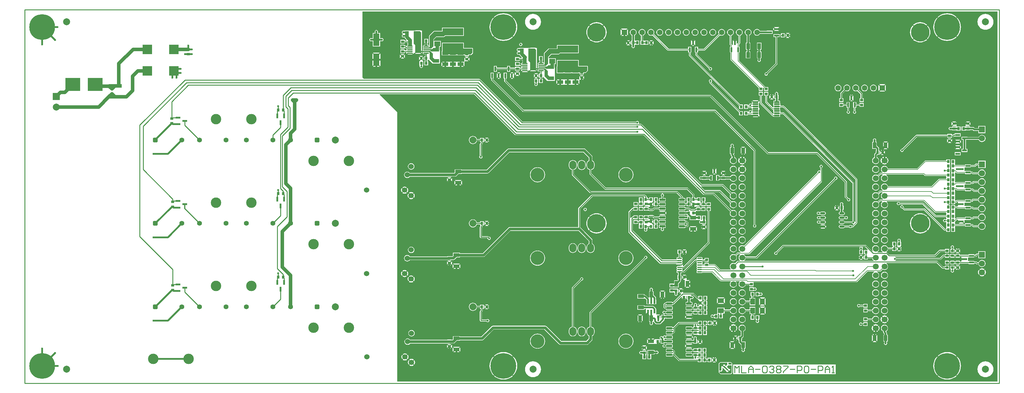
<source format=gtl>
G04 Layer_Physical_Order=1*
G04 Layer_Color=128*
%FSLAX43Y43*%
%MOMM*%
G71*
G01*
G75*
%ADD10R,2.700X2.700*%
%ADD11O,1.400X0.350*%
%ADD12R,6.000X2.000*%
%ADD13R,0.600X1.000*%
%ADD14R,1.350X0.600*%
%ADD15O,1.450X0.650*%
%ADD16R,1.800X1.340*%
%ADD17R,0.800X0.900*%
G04:AMPARAMS|DCode=18|XSize=0.45mm|YSize=1.6mm|CornerRadius=0.05mm|HoleSize=0mm|Usage=FLASHONLY|Rotation=90.000|XOffset=0mm|YOffset=0mm|HoleType=Round|Shape=RoundedRectangle|*
%AMROUNDEDRECTD18*
21,1,0.450,1.501,0,0,90.0*
21,1,0.351,1.600,0,0,90.0*
1,1,0.099,0.750,0.175*
1,1,0.099,0.750,-0.175*
1,1,0.099,-0.750,-0.175*
1,1,0.099,-0.750,0.175*
%
%ADD18ROUNDEDRECTD18*%
%ADD19R,4.240X3.810*%
%ADD20R,1.800X3.550*%
%ADD21C,2.000*%
G04:AMPARAMS|DCode=22|XSize=0.65mm|YSize=1.65mm|CornerRadius=0.049mm|HoleSize=0mm|Usage=FLASHONLY|Rotation=90.000|XOffset=0mm|YOffset=0mm|HoleType=Round|Shape=RoundedRectangle|*
%AMROUNDEDRECTD22*
21,1,0.650,1.552,0,0,90.0*
21,1,0.552,1.650,0,0,90.0*
1,1,0.098,0.776,0.276*
1,1,0.098,0.776,-0.276*
1,1,0.098,-0.776,-0.276*
1,1,0.098,-0.776,0.276*
%
%ADD22ROUNDEDRECTD22*%
%ADD23R,1.700X1.000*%
%ADD24R,0.900X0.800*%
G04:AMPARAMS|DCode=25|XSize=0.3mm|YSize=1.55mm|CornerRadius=0.05mm|HoleSize=0mm|Usage=FLASHONLY|Rotation=90.000|XOffset=0mm|YOffset=0mm|HoleType=Round|Shape=RoundedRectangle|*
%AMROUNDEDRECTD25*
21,1,0.300,1.451,0,0,90.0*
21,1,0.201,1.550,0,0,90.0*
1,1,0.099,0.726,0.101*
1,1,0.099,0.726,-0.101*
1,1,0.099,-0.726,-0.101*
1,1,0.099,-0.726,0.101*
%
%ADD25ROUNDEDRECTD25*%
G04:AMPARAMS|DCode=26|XSize=1.73mm|YSize=1.9mm|CornerRadius=0.052mm|HoleSize=0mm|Usage=FLASHONLY|Rotation=0.000|XOffset=0mm|YOffset=0mm|HoleType=Round|Shape=RoundedRectangle|*
%AMROUNDEDRECTD26*
21,1,1.730,1.796,0,0,0.0*
21,1,1.626,1.900,0,0,0.0*
1,1,0.104,0.813,-0.898*
1,1,0.104,-0.813,-0.898*
1,1,0.104,-0.813,0.898*
1,1,0.104,0.813,0.898*
%
%ADD26ROUNDEDRECTD26*%
%ADD27R,0.600X1.350*%
%ADD28R,1.340X1.800*%
%ADD29R,1.000X1.700*%
%ADD30C,0.250*%
%ADD31C,0.200*%
%ADD32C,0.500*%
%ADD33C,0.150*%
%ADD34C,1.000*%
%ADD35C,0.750*%
%ADD36C,0.300*%
%ADD37C,0.400*%
%ADD38C,0.254*%
%ADD39O,2.000X2.500*%
%ADD40C,3.000*%
%ADD41C,1.600*%
%ADD42R,1.600X1.600*%
%ADD43C,1.524*%
%ADD44C,7.400*%
%ADD45C,5.300*%
%ADD46C,1.700*%
%ADD47C,1.750*%
%ADD48R,1.750X1.750*%
%ADD49C,4.000*%
%ADD50R,2.000X2.000*%
%ADD51C,1.800*%
%ADD52R,1.800X1.800*%
%ADD53C,1.400*%
G04:AMPARAMS|DCode=54|XSize=1.4mm|YSize=1.4mm|CornerRadius=0.35mm|HoleSize=0mm|Usage=FLASHONLY|Rotation=180.000|XOffset=0mm|YOffset=0mm|HoleType=Round|Shape=RoundedRectangle|*
%AMROUNDEDRECTD54*
21,1,1.400,0.700,0,0,180.0*
21,1,0.700,1.400,0,0,180.0*
1,1,0.700,-0.350,0.350*
1,1,0.700,0.350,0.350*
1,1,0.700,0.350,-0.350*
1,1,0.700,-0.350,-0.350*
%
%ADD54ROUNDEDRECTD54*%
%ADD55C,0.600*%
G36*
X279500Y500D02*
X107000D01*
Y78000D01*
X101942Y83058D01*
X102009Y83220D01*
X129084D01*
X140802Y71502D01*
X140893Y71441D01*
X141000Y71420D01*
X177784D01*
X194902Y54302D01*
X194993Y54241D01*
X195100Y54220D01*
X197804D01*
X202678Y49345D01*
X202586Y49121D01*
X202551Y48860D01*
X202586Y48599D01*
X202686Y48356D01*
X202847Y48147D01*
X203056Y47986D01*
X203299Y47886D01*
X203560Y47851D01*
X203821Y47886D01*
X204064Y47986D01*
X204273Y48147D01*
X204433Y48356D01*
X204534Y48599D01*
X204569Y48860D01*
X204534Y49121D01*
X204433Y49364D01*
X204273Y49573D01*
X204064Y49733D01*
X203821Y49834D01*
X203560Y49869D01*
X203299Y49834D01*
X203075Y49742D01*
X198118Y54698D01*
X198027Y54759D01*
X197920Y54780D01*
X195296D01*
X195245Y54845D01*
X195331Y55020D01*
X199544D01*
X202678Y51885D01*
X202586Y51661D01*
X202551Y51400D01*
X202586Y51139D01*
X202686Y50896D01*
X202847Y50687D01*
X203056Y50527D01*
X203299Y50426D01*
X203560Y50391D01*
X203821Y50426D01*
X204064Y50527D01*
X204273Y50687D01*
X204433Y50896D01*
X204534Y51139D01*
X204569Y51400D01*
X204534Y51661D01*
X204433Y51904D01*
X204273Y52113D01*
X204064Y52273D01*
X203821Y52374D01*
X203560Y52409D01*
X203299Y52374D01*
X203075Y52282D01*
X199858Y55498D01*
X199767Y55559D01*
X199660Y55580D01*
X195316D01*
X194344Y56552D01*
X194381Y56662D01*
X194424Y56720D01*
X200384D01*
X202678Y54425D01*
X202586Y54201D01*
X202551Y53940D01*
X202586Y53679D01*
X202686Y53436D01*
X202847Y53227D01*
X203056Y53067D01*
X203299Y52966D01*
X203560Y52931D01*
X203821Y52966D01*
X204064Y53067D01*
X204273Y53227D01*
X204433Y53436D01*
X204534Y53679D01*
X204569Y53940D01*
X204534Y54201D01*
X204433Y54444D01*
X204273Y54653D01*
X204064Y54813D01*
X203821Y54914D01*
X203560Y54949D01*
X203299Y54914D01*
X203075Y54821D01*
X200698Y57198D01*
X200607Y57259D01*
X200500Y57280D01*
X194516D01*
X177198Y74598D01*
X177107Y74659D01*
X177000Y74680D01*
X176522D01*
X176430Y74855D01*
X176458Y75000D01*
X176424Y75175D01*
X176324Y75324D01*
X176175Y75424D01*
X176000Y75459D01*
X175824Y75424D01*
X175675Y75324D01*
X175646Y75280D01*
X143016D01*
X130798Y87498D01*
X130707Y87559D01*
X130600Y87580D01*
X97420D01*
X97000Y88000D01*
Y107000D01*
X279500D01*
Y500D01*
D02*
G37*
%LPC*%
G36*
X268704Y33774D02*
X268230Y33300D01*
X268704Y32826D01*
Y33774D01*
D02*
G37*
G36*
X268000Y33170D02*
X267476Y32646D01*
X268524D01*
X268000Y33170D01*
D02*
G37*
G36*
X275000Y33059D02*
X274705Y33020D01*
X274431Y32906D01*
X274296Y32803D01*
X275000Y32100D01*
X275704Y32803D01*
X275569Y32906D01*
X275295Y33020D01*
X275000Y33059D01*
D02*
G37*
G36*
X125104Y34274D02*
X124530Y33700D01*
X125104Y33126D01*
Y34274D01*
D02*
G37*
G36*
X122896Y34274D02*
Y33126D01*
X123470Y33700D01*
X122896Y34274D01*
D02*
G37*
G36*
X267296Y33774D02*
Y32826D01*
X267770Y33300D01*
X267296Y33774D01*
D02*
G37*
G36*
X124924Y34454D02*
X123076D01*
X123740Y33790D01*
X123650Y33700D01*
X123740Y33610D01*
X123076Y32946D01*
X124924D01*
X124260Y33610D01*
X124350Y33700D01*
X124260Y33790D01*
X124924Y34454D01*
D02*
G37*
G36*
X267100Y33850D02*
X265900D01*
Y32750D01*
X266065D01*
X266079Y32734D01*
X266143Y32575D01*
X266076Y32476D01*
X266041Y32300D01*
X266076Y32124D01*
X266176Y31976D01*
X266324Y31876D01*
X266500Y31841D01*
X266676Y31876D01*
X266824Y31976D01*
X266924Y32124D01*
X266959Y32300D01*
X266924Y32476D01*
X266857Y32575D01*
X266921Y32734D01*
X266935Y32750D01*
X267100D01*
Y33850D01*
D02*
G37*
G36*
X109923Y32193D02*
X109300Y31570D01*
X109923Y30947D01*
X110007Y31058D01*
X110110Y31305D01*
X110145Y31570D01*
X110110Y31835D01*
X110007Y32082D01*
X109923Y32193D01*
D02*
G37*
G36*
X275000Y31740D02*
X274296Y31037D01*
X274431Y30934D01*
X274705Y30820D01*
X275000Y30781D01*
X275295Y30820D01*
X275569Y30934D01*
X275704Y31037D01*
X275000Y31740D01*
D02*
G37*
G36*
X189974Y31204D02*
X189026D01*
X189500Y30730D01*
X189974Y31204D01*
D02*
G37*
G36*
X108317Y32193D02*
X108233Y32082D01*
X108130Y31835D01*
X108095Y31570D01*
X108130Y31305D01*
X108233Y31058D01*
X108317Y30947D01*
X108940Y31570D01*
X108317Y32193D01*
D02*
G37*
G36*
X109120Y32595D02*
X108855Y32560D01*
X108608Y32457D01*
X108497Y32373D01*
X109120Y31750D01*
X109743Y32373D01*
X109632Y32457D01*
X109385Y32560D01*
X109120Y32595D01*
D02*
G37*
G36*
X275883Y32624D02*
X275180Y31920D01*
X275883Y31216D01*
X275986Y31351D01*
X276100Y31625D01*
X276139Y31920D01*
X276100Y32215D01*
X275986Y32489D01*
X275883Y32624D01*
D02*
G37*
G36*
X274117Y32624D02*
X274014Y32489D01*
X273900Y32215D01*
X273861Y31920D01*
X273900Y31625D01*
X274014Y31351D01*
X274117Y31216D01*
X274820Y31920D01*
X274117Y32624D01*
D02*
G37*
G36*
X268000Y33350D02*
X267950Y33300D01*
X268000Y33250D01*
X268050Y33300D01*
X268000Y33350D01*
D02*
G37*
G36*
X239646Y36724D02*
Y35676D01*
X240170Y36200D01*
X239646Y36724D01*
D02*
G37*
G36*
X178400Y36659D02*
X178224Y36624D01*
X178076Y36524D01*
X177976Y36376D01*
X177941Y36200D01*
X177952Y36148D01*
X162352Y20548D01*
X162291Y20457D01*
X162270Y20350D01*
Y16273D01*
X162250Y16270D01*
X161970Y16155D01*
X161730Y15970D01*
X161545Y15730D01*
X161430Y15450D01*
X161390Y15150D01*
Y14650D01*
X161430Y14350D01*
X161545Y14070D01*
X161730Y13830D01*
X161970Y13645D01*
X162015Y13627D01*
Y12872D01*
X161278Y12135D01*
X154122D01*
X149878Y16378D01*
X149705Y16495D01*
X149500Y16535D01*
X134500D01*
X134295Y16495D01*
X134122Y16378D01*
X131178Y13435D01*
X125000D01*
Y13550D01*
X123000D01*
Y12657D01*
X122878Y12535D01*
X122600D01*
Y12550D01*
X121400D01*
Y12505D01*
X110719D01*
X110630Y12620D01*
X110440Y12767D01*
X110218Y12859D01*
X109980Y12890D01*
X109742Y12859D01*
X109520Y12767D01*
X109330Y12620D01*
X109183Y12430D01*
X109091Y12208D01*
X109060Y11970D01*
X109091Y11732D01*
X109183Y11510D01*
X109330Y11320D01*
X109520Y11173D01*
X109742Y11081D01*
X109980Y11050D01*
X110218Y11081D01*
X110440Y11173D01*
X110630Y11320D01*
X110719Y11435D01*
X121970D01*
X122047Y11450D01*
X122600D01*
Y11465D01*
X123100D01*
X123305Y11505D01*
X123479Y11622D01*
X124107Y12250D01*
X125000D01*
Y12365D01*
X131400D01*
X131605Y12405D01*
X131779Y12521D01*
X134722Y15465D01*
X149278D01*
X153521Y11222D01*
X153695Y11105D01*
X153900Y11065D01*
X161500D01*
X161705Y11105D01*
X161878Y11222D01*
X162929Y12271D01*
X163045Y12445D01*
X163085Y12650D01*
Y13627D01*
X163130Y13645D01*
X163370Y13830D01*
X163555Y14070D01*
X163670Y14350D01*
X163710Y14650D01*
Y15150D01*
X163670Y15450D01*
X163555Y15730D01*
X163370Y15970D01*
X163130Y16155D01*
X162850Y16270D01*
X162830Y16273D01*
Y20234D01*
X178348Y35752D01*
X178400Y35741D01*
X178576Y35776D01*
X178724Y35876D01*
X178824Y36024D01*
X178859Y36200D01*
X178824Y36376D01*
X178724Y36524D01*
X178576Y36624D01*
X178400Y36659D01*
D02*
G37*
G36*
X240300Y35970D02*
X239826Y35496D01*
X240774D01*
X240300Y35970D01*
D02*
G37*
G36*
X240954Y36724D02*
X240430Y36200D01*
X240954Y35676D01*
Y36724D01*
D02*
G37*
G36*
X189500Y37570D02*
X189026Y37096D01*
X189974D01*
X189500Y37570D01*
D02*
G37*
G36*
X190154Y38324D02*
X189630Y37800D01*
X190154Y37276D01*
Y38324D01*
D02*
G37*
G36*
X240300Y36250D02*
X240250Y36200D01*
X240300Y36150D01*
X240350Y36200D01*
X240300Y36250D01*
D02*
G37*
G36*
X240774Y36904D02*
X239826D01*
X240300Y36430D01*
X240774Y36904D01*
D02*
G37*
G36*
X172700Y38160D02*
X172279Y38119D01*
X171873Y37996D01*
X171500Y37796D01*
X171172Y37528D01*
X170904Y37200D01*
X170704Y36827D01*
X170581Y36421D01*
X170540Y36000D01*
X170581Y35579D01*
X170704Y35173D01*
X170904Y34800D01*
X171172Y34472D01*
X171500Y34204D01*
X171873Y34004D01*
X172279Y33881D01*
X172700Y33840D01*
X173121Y33881D01*
X173527Y34004D01*
X173900Y34204D01*
X174228Y34472D01*
X174496Y34800D01*
X174696Y35173D01*
X174819Y35579D01*
X174860Y36000D01*
X174819Y36421D01*
X174696Y36827D01*
X174496Y37200D01*
X174228Y37528D01*
X173900Y37796D01*
X173527Y37996D01*
X173121Y38119D01*
X172700Y38160D01*
D02*
G37*
G36*
X122000Y34470D02*
X121476Y33946D01*
X122524D01*
X122000Y34470D01*
D02*
G37*
G36*
X268524Y33954D02*
X267476D01*
X268000Y33430D01*
X268524Y33954D01*
D02*
G37*
G36*
X147300Y38160D02*
X146879Y38119D01*
X146473Y37996D01*
X146100Y37796D01*
X145772Y37528D01*
X145504Y37200D01*
X145304Y36827D01*
X145181Y36421D01*
X145140Y36000D01*
X145181Y35579D01*
X145304Y35173D01*
X145504Y34800D01*
X145772Y34472D01*
X146100Y34204D01*
X146473Y34004D01*
X146879Y33881D01*
X147300Y33840D01*
X147721Y33881D01*
X148127Y34004D01*
X148500Y34204D01*
X148828Y34472D01*
X149096Y34800D01*
X149296Y35173D01*
X149419Y35579D01*
X149460Y36000D01*
X149419Y36421D01*
X149296Y36827D01*
X149096Y37200D01*
X148828Y37528D01*
X148500Y37796D01*
X148127Y37996D01*
X147721Y38119D01*
X147300Y38160D01*
D02*
G37*
G36*
X122000Y34650D02*
X121950Y34600D01*
X122000Y34550D01*
X122050Y34600D01*
X122000Y34650D01*
D02*
G37*
G36*
X122524Y35254D02*
X121476D01*
X122000Y34730D01*
X122524Y35254D01*
D02*
G37*
G36*
X122704Y35074D02*
X122230Y34600D01*
X122704Y34126D01*
Y35074D01*
D02*
G37*
G36*
X121296Y35074D02*
Y34126D01*
X121770Y34600D01*
X121296Y35074D01*
D02*
G37*
G36*
X109120Y31390D02*
X108497Y30767D01*
X108608Y30683D01*
X108855Y30580D01*
X109120Y30545D01*
X109385Y30580D01*
X109632Y30683D01*
X109743Y30767D01*
X109120Y31390D01*
D02*
G37*
G36*
X206100Y27009D02*
X205839Y26974D01*
X205596Y26873D01*
X205387Y26713D01*
X205227Y26504D01*
X205126Y26261D01*
X205091Y26000D01*
X205126Y25739D01*
X205227Y25496D01*
X205387Y25287D01*
X205596Y25126D01*
X205839Y25026D01*
X206100Y24991D01*
X206361Y25026D01*
X206604Y25126D01*
X206813Y25287D01*
X206973Y25496D01*
X207074Y25739D01*
X207109Y26000D01*
X207074Y26261D01*
X206973Y26504D01*
X206813Y26713D01*
X206604Y26873D01*
X206361Y26974D01*
X206100Y27009D01*
D02*
G37*
G36*
X244460D02*
X244199Y26974D01*
X243956Y26873D01*
X243747Y26713D01*
X243587Y26504D01*
X243486Y26261D01*
X243451Y26000D01*
X243486Y25739D01*
X243587Y25496D01*
X243747Y25287D01*
X243956Y25126D01*
X244199Y25026D01*
X244460Y24991D01*
X244721Y25026D01*
X244964Y25126D01*
X245173Y25287D01*
X245333Y25496D01*
X245434Y25739D01*
X245469Y26000D01*
X245434Y26261D01*
X245333Y26504D01*
X245173Y26713D01*
X244964Y26873D01*
X244721Y26974D01*
X244460Y27009D01*
D02*
G37*
G36*
X180000Y27459D02*
X179824Y27424D01*
X179676Y27324D01*
X179576Y27176D01*
X179541Y27000D01*
X179576Y26824D01*
X179592Y26800D01*
Y26500D01*
X179350D01*
Y24674D01*
X179175Y24602D01*
X178488Y25288D01*
X178356Y25377D01*
X178200Y25408D01*
X178200Y25408D01*
X178000D01*
Y25650D01*
X176000D01*
Y24350D01*
X178000D01*
Y24376D01*
X178175Y24448D01*
X178600Y24023D01*
Y22725D01*
X179375D01*
X179500Y22725D01*
X179675Y22725D01*
X180450D01*
Y22725D01*
X180500D01*
Y22725D01*
X181400D01*
Y24025D01*
X181358D01*
Y24550D01*
X181358Y24550D01*
X181327Y24706D01*
X181238Y24838D01*
X180650Y25427D01*
Y26500D01*
X180408D01*
Y26800D01*
X180424Y26824D01*
X180459Y27000D01*
X180424Y27176D01*
X180324Y27324D01*
X180176Y27424D01*
X180000Y27459D01*
D02*
G37*
G36*
X203560Y27009D02*
X203299Y26974D01*
X203056Y26873D01*
X202847Y26713D01*
X202686Y26504D01*
X202586Y26261D01*
X202551Y26000D01*
X202586Y25739D01*
X202686Y25496D01*
X202847Y25287D01*
X203056Y25126D01*
X203299Y25026D01*
X203560Y24991D01*
X203821Y25026D01*
X204064Y25126D01*
X204273Y25287D01*
X204433Y25496D01*
X204534Y25739D01*
X204569Y26000D01*
X204534Y26261D01*
X204433Y26504D01*
X204273Y26713D01*
X204064Y26873D01*
X203821Y26974D01*
X203560Y27009D01*
D02*
G37*
G36*
X211050Y26200D02*
X209950D01*
Y25000D01*
X211050D01*
Y25165D01*
X211066Y25179D01*
X211225Y25243D01*
X211324Y25176D01*
X211500Y25141D01*
X211676Y25176D01*
X211824Y25276D01*
X211924Y25424D01*
X211959Y25600D01*
X211924Y25776D01*
X211824Y25924D01*
X211676Y26024D01*
X211500Y26059D01*
X211324Y26024D01*
X211225Y25957D01*
X211066Y26021D01*
X211050Y26035D01*
Y26200D01*
D02*
G37*
G36*
X183954Y26424D02*
X183290Y25760D01*
X183200Y25850D01*
X183110Y25760D01*
X182446Y26424D01*
Y24576D01*
X183110Y25240D01*
X183200Y25150D01*
X183290Y25240D01*
X183954Y24576D01*
Y26424D01*
D02*
G37*
G36*
X247000Y27009D02*
X246739Y26974D01*
X246496Y26873D01*
X246287Y26713D01*
X246126Y26504D01*
X246026Y26261D01*
X245991Y26000D01*
X246026Y25739D01*
X246126Y25496D01*
X246287Y25287D01*
X246496Y25126D01*
X246739Y25026D01*
X247000Y24991D01*
X247261Y25026D01*
X247504Y25126D01*
X247713Y25287D01*
X247873Y25496D01*
X247974Y25739D01*
X248009Y26000D01*
X247974Y26261D01*
X247873Y26504D01*
X247713Y26713D01*
X247504Y26873D01*
X247261Y26974D01*
X247000Y27009D01*
D02*
G37*
G36*
X186400Y27250D02*
Y27250D01*
X186396Y27250D01*
X185200D01*
Y26150D01*
X186400D01*
Y26150D01*
X186550Y26090D01*
Y26000D01*
X186692D01*
Y25800D01*
X186676Y25776D01*
X186641Y25600D01*
X186676Y25424D01*
X186776Y25276D01*
X186924Y25176D01*
X187100Y25141D01*
X187276Y25176D01*
X187424Y25276D01*
X187524Y25424D01*
X187559Y25600D01*
X187524Y25776D01*
X187508Y25800D01*
Y26000D01*
X187650D01*
Y27200D01*
X186550D01*
Y27200D01*
X186400Y27250D01*
D02*
G37*
G36*
X194100Y23150D02*
X194050Y23100D01*
X194100Y23050D01*
X194150Y23100D01*
X194100Y23150D01*
D02*
G37*
G36*
X212854Y24474D02*
X212020Y23640D01*
X211930Y23730D01*
X211840Y23640D01*
X211006Y24474D01*
Y22526D01*
X211840Y23360D01*
X211930Y23270D01*
X212020Y23360D01*
X212854Y22526D01*
Y24474D01*
D02*
G37*
G36*
X198846Y24474D02*
Y22986D01*
X199590Y23730D01*
X198846Y24474D01*
D02*
G37*
G36*
X201154Y24474D02*
X200410Y23730D01*
X201154Y22986D01*
Y24474D01*
D02*
G37*
G36*
X189400Y24470D02*
X188926Y23996D01*
X189874D01*
X189400Y24470D01*
D02*
G37*
G36*
X183200Y24970D02*
X182626Y24396D01*
X183774D01*
X183200Y24970D01*
D02*
G37*
G36*
X209650Y26200D02*
X208550D01*
Y25000D01*
X208790D01*
Y24550D01*
X208250D01*
Y23740D01*
X207066D01*
X206973Y23964D01*
X206813Y24173D01*
X206604Y24333D01*
X206361Y24434D01*
X206100Y24469D01*
X205839Y24434D01*
X205596Y24333D01*
X205387Y24173D01*
X205227Y23964D01*
X205126Y23721D01*
X205091Y23460D01*
X205126Y23199D01*
X205227Y22956D01*
X205387Y22747D01*
X205596Y22587D01*
X205839Y22486D01*
X206100Y22451D01*
X206361Y22486D01*
X206604Y22587D01*
X206813Y22747D01*
X206973Y22956D01*
X207066Y23180D01*
X208250D01*
Y22450D01*
X209890D01*
Y24550D01*
X209350D01*
Y25000D01*
X209650D01*
Y26200D01*
D02*
G37*
G36*
X212674Y24654D02*
X211186D01*
X211930Y23910D01*
X212674Y24654D01*
D02*
G37*
G36*
X110197Y30623D02*
X110113Y30512D01*
X110010Y30265D01*
X109975Y30000D01*
X110010Y29735D01*
X110113Y29488D01*
X110197Y29377D01*
X110820Y30000D01*
X110197Y30623D01*
D02*
G37*
G36*
X160000Y30459D02*
X159824Y30424D01*
X159676Y30324D01*
X159576Y30176D01*
X159541Y30000D01*
X159552Y29948D01*
X157252Y27648D01*
X157191Y27557D01*
X157170Y27450D01*
Y16273D01*
X157150Y16270D01*
X156870Y16155D01*
X156630Y15970D01*
X156445Y15730D01*
X156330Y15450D01*
X156290Y15150D01*
Y14650D01*
X156330Y14350D01*
X156445Y14070D01*
X156630Y13830D01*
X156870Y13645D01*
X157150Y13530D01*
X157450Y13490D01*
X157750Y13530D01*
X158030Y13645D01*
X158270Y13830D01*
X158455Y14070D01*
X158570Y14350D01*
X158610Y14650D01*
Y15150D01*
X158570Y15450D01*
X158455Y15730D01*
X158270Y15970D01*
X158030Y16155D01*
X157750Y16270D01*
X157730Y16273D01*
Y27334D01*
X159948Y29552D01*
X160000Y29541D01*
X160176Y29576D01*
X160324Y29676D01*
X160424Y29824D01*
X160459Y30000D01*
X160424Y30176D01*
X160324Y30324D01*
X160176Y30424D01*
X160000Y30459D01*
D02*
G37*
G36*
X111000Y29820D02*
X110377Y29197D01*
X110488Y29113D01*
X110735Y29010D01*
X111000Y28975D01*
X111265Y29010D01*
X111512Y29113D01*
X111623Y29197D01*
X111000Y29820D01*
D02*
G37*
G36*
X111803Y30623D02*
X111180Y30000D01*
X111803Y29377D01*
X111887Y29488D01*
X111990Y29735D01*
X112025Y30000D01*
X111990Y30265D01*
X111887Y30512D01*
X111803Y30623D01*
D02*
G37*
G36*
X111000Y31025D02*
X110735Y30990D01*
X110488Y30887D01*
X110377Y30803D01*
X111000Y30180D01*
X111623Y30803D01*
X111512Y30887D01*
X111265Y30990D01*
X111000Y31025D01*
D02*
G37*
G36*
X190154Y31024D02*
X189590Y30460D01*
X189500Y30550D01*
X189450Y30500D01*
X189590Y30360D01*
X189026Y29796D01*
X189509D01*
X189646Y29704D01*
X189646Y29621D01*
Y27676D01*
X190310Y28340D01*
X190400Y28250D01*
X190490Y28340D01*
X191154Y27676D01*
Y29524D01*
X190490Y28860D01*
X190310Y29040D01*
X190974Y29704D01*
X190291D01*
X190154Y29796D01*
X190154Y29879D01*
Y31024D01*
D02*
G37*
G36*
X188846Y31024D02*
Y29976D01*
X189370Y30500D01*
X188846Y31024D01*
D02*
G37*
G36*
X247000Y32089D02*
X246739Y32054D01*
X246496Y31953D01*
X246287Y31793D01*
X246126Y31584D01*
X246026Y31341D01*
X245991Y31080D01*
X246026Y30819D01*
X246126Y30576D01*
X246287Y30367D01*
X246496Y30206D01*
X246739Y30106D01*
X247000Y30071D01*
X247261Y30106D01*
X247504Y30206D01*
X247713Y30367D01*
X247873Y30576D01*
X247974Y30819D01*
X248009Y31080D01*
X247974Y31341D01*
X247873Y31584D01*
X247713Y31793D01*
X247504Y31953D01*
X247261Y32054D01*
X247000Y32089D01*
D02*
G37*
G36*
X189154Y27124D02*
X188590Y26560D01*
X188500Y26650D01*
X188450Y26600D01*
X188590Y26460D01*
X188026Y25896D01*
X188571D01*
X188638Y25734D01*
X186274Y23371D01*
X186095Y23325D01*
X186029Y23368D01*
X185951Y23384D01*
X184399D01*
X184321Y23368D01*
X184255Y23325D01*
X184212Y23259D01*
X184197Y23185D01*
X184005D01*
X183898Y23164D01*
X183807Y23103D01*
X183602Y22898D01*
X183541Y22807D01*
X183520Y22700D01*
Y21900D01*
X183541Y21793D01*
X183602Y21702D01*
X183867Y21437D01*
X183958Y21376D01*
X184065Y21355D01*
X184197D01*
X184212Y21281D01*
X184255Y21215D01*
X184321Y21172D01*
X184399Y21156D01*
X185951D01*
X186029Y21172D01*
X186095Y21215D01*
X186138Y21281D01*
X186154Y21359D01*
Y21911D01*
X186138Y21989D01*
X186095Y22055D01*
X186029Y22098D01*
X185951Y22114D01*
X184399D01*
X184321Y22098D01*
X184255Y22055D01*
X184255Y22054D01*
X184080Y22108D01*
Y22432D01*
X184255Y22486D01*
X184255Y22485D01*
X184321Y22442D01*
X184399Y22426D01*
X185951D01*
X186029Y22442D01*
X186095Y22485D01*
X186138Y22551D01*
X186152Y22620D01*
X186200D01*
X186307Y22641D01*
X186398Y22702D01*
X188584Y24888D01*
X188746Y24821D01*
Y24176D01*
X189310Y24740D01*
X189400Y24650D01*
X189490Y24740D01*
X190054Y24176D01*
Y25245D01*
X190075Y25254D01*
X190083Y25254D01*
X190250Y25139D01*
Y24100D01*
X190392D01*
Y23384D01*
X190049D01*
X189971Y23368D01*
X189905Y23325D01*
X189862Y23259D01*
X189846Y23181D01*
Y22629D01*
X189862Y22551D01*
X189905Y22485D01*
X189971Y22442D01*
X190049Y22426D01*
X191601D01*
X191679Y22442D01*
X191745Y22485D01*
X191788Y22551D01*
X191804Y22629D01*
Y23181D01*
X191788Y23259D01*
X191745Y23325D01*
X191679Y23368D01*
X191601Y23384D01*
X191208D01*
Y24100D01*
X191350D01*
Y24226D01*
X191524Y24276D01*
X191700Y24241D01*
X191876Y24276D01*
X192024Y24376D01*
X192124Y24524D01*
X192159Y24700D01*
X192124Y24876D01*
X192024Y25024D01*
X191876Y25124D01*
X191700Y25159D01*
X191582Y25135D01*
X191408Y25240D01*
X191403Y25275D01*
X191535Y25420D01*
X191984D01*
X193102Y24302D01*
X193193Y24241D01*
X193300Y24220D01*
X193426D01*
X193550Y24096D01*
X193550Y23936D01*
X193525Y23904D01*
X194100Y23330D01*
X194675Y23904D01*
X194650Y23936D01*
X194650Y23979D01*
Y25100D01*
X193550D01*
Y24880D01*
X193375Y24822D01*
X192298Y25898D01*
X192207Y25959D01*
X192100Y25980D01*
X189154D01*
Y27124D01*
D02*
G37*
G36*
X209400Y27650D02*
X208200D01*
Y26550D01*
X209400D01*
Y26616D01*
X209575Y26709D01*
X209624Y26676D01*
X209800Y26641D01*
X209976Y26676D01*
X210124Y26776D01*
X210224Y26924D01*
X210259Y27100D01*
X210224Y27276D01*
X210124Y27424D01*
X209976Y27524D01*
X209800Y27559D01*
X209624Y27524D01*
X209575Y27491D01*
X209400Y27584D01*
Y27650D01*
D02*
G37*
G36*
X183774Y26604D02*
X182626D01*
X183200Y26030D01*
X183774Y26604D01*
D02*
G37*
G36*
X187846Y27124D02*
Y26076D01*
X188370Y26600D01*
X187846Y27124D01*
D02*
G37*
G36*
X244460Y29549D02*
X244199Y29514D01*
X243956Y29413D01*
X243747Y29253D01*
X243587Y29044D01*
X243486Y28801D01*
X243451Y28540D01*
X243486Y28279D01*
X243587Y28036D01*
X243747Y27827D01*
X243956Y27667D01*
X244199Y27566D01*
X244460Y27531D01*
X244721Y27566D01*
X244964Y27667D01*
X245173Y27827D01*
X245333Y28036D01*
X245434Y28279D01*
X245469Y28540D01*
X245434Y28801D01*
X245333Y29044D01*
X245173Y29253D01*
X244964Y29413D01*
X244721Y29514D01*
X244460Y29549D01*
D02*
G37*
G36*
X247000D02*
X246739Y29514D01*
X246496Y29413D01*
X246287Y29253D01*
X246126Y29044D01*
X246026Y28801D01*
X245991Y28540D01*
X246026Y28279D01*
X246126Y28036D01*
X246287Y27827D01*
X246496Y27667D01*
X246739Y27566D01*
X247000Y27531D01*
X247261Y27566D01*
X247504Y27667D01*
X247713Y27827D01*
X247873Y28036D01*
X247974Y28279D01*
X248009Y28540D01*
X247974Y28801D01*
X247873Y29044D01*
X247713Y29253D01*
X247504Y29413D01*
X247261Y29514D01*
X247000Y29549D01*
D02*
G37*
G36*
X188974Y27304D02*
X188026D01*
X188500Y26830D01*
X188974Y27304D01*
D02*
G37*
G36*
X190400Y28070D02*
X189826Y27496D01*
X190974D01*
X190400Y28070D01*
D02*
G37*
G36*
X134700Y89350D02*
X133800D01*
Y87700D01*
X133970D01*
Y87350D01*
X133991Y87243D01*
X134052Y87152D01*
X143002Y78202D01*
X143093Y78141D01*
X143200Y78120D01*
X198184D01*
X209420Y66884D01*
Y45654D01*
X209376Y45624D01*
X209276Y45476D01*
X209241Y45300D01*
X209276Y45124D01*
X209376Y44976D01*
X209524Y44876D01*
X209700Y44841D01*
X209876Y44876D01*
X210024Y44976D01*
X210124Y45124D01*
X210159Y45300D01*
X210124Y45476D01*
X210024Y45624D01*
X209980Y45654D01*
Y67000D01*
X209959Y67107D01*
X209898Y67198D01*
X198498Y78598D01*
X198407Y78659D01*
X198300Y78680D01*
X143316D01*
X134530Y87466D01*
Y87700D01*
X134700D01*
Y89350D01*
D02*
G37*
G36*
X195100Y45050D02*
X195050Y45000D01*
X195100Y44950D01*
X195150Y45000D01*
X195100Y45050D01*
D02*
G37*
G36*
X230164Y45405D02*
X229855Y45095D01*
X230164Y44785D01*
X230220Y44869D01*
X230265Y45095D01*
X230220Y45321D01*
X230164Y45405D01*
D02*
G37*
G36*
X228386Y45405D02*
X228330Y45321D01*
X228285Y45095D01*
X228330Y44869D01*
X228386Y44785D01*
X228695Y45095D01*
X228386Y45405D01*
D02*
G37*
G36*
X203560Y47329D02*
X203299Y47294D01*
X203056Y47193D01*
X202847Y47033D01*
X202686Y46824D01*
X202586Y46581D01*
X202551Y46320D01*
X202586Y46059D01*
X202686Y45816D01*
X202847Y45607D01*
X203056Y45446D01*
X203299Y45346D01*
X203560Y45311D01*
X203821Y45346D01*
X204064Y45446D01*
X204273Y45607D01*
X204433Y45816D01*
X204534Y46059D01*
X204569Y46320D01*
X204534Y46581D01*
X204433Y46824D01*
X204273Y47033D01*
X204064Y47193D01*
X203821Y47294D01*
X203560Y47329D01*
D02*
G37*
G36*
X206100D02*
X205839Y47294D01*
X205596Y47193D01*
X205387Y47033D01*
X205227Y46824D01*
X205126Y46581D01*
X205091Y46320D01*
X205126Y46059D01*
X205227Y45816D01*
X205387Y45607D01*
X205596Y45446D01*
X205839Y45346D01*
X206100Y45311D01*
X206361Y45346D01*
X206604Y45446D01*
X206813Y45607D01*
X206973Y45816D01*
X207074Y46059D01*
X207109Y46320D01*
X207074Y46581D01*
X206973Y46824D01*
X206813Y47033D01*
X206604Y47193D01*
X206361Y47294D01*
X206100Y47329D01*
D02*
G37*
G36*
X195624Y45654D02*
X194576D01*
X195100Y45130D01*
X195624Y45654D01*
D02*
G37*
G36*
X132700Y45770D02*
X132226Y45296D01*
X133174D01*
X132700Y45770D01*
D02*
G37*
G36*
X166393Y47963D02*
X164430Y46000D01*
X166393Y44037D01*
X166607Y44288D01*
X166845Y44678D01*
X167020Y45100D01*
X167127Y45544D01*
X167163Y46000D01*
X167127Y46456D01*
X167020Y46900D01*
X166845Y47322D01*
X166607Y47712D01*
X166393Y47963D01*
D02*
G37*
G36*
X259413D02*
X257450Y46000D01*
X259413Y44037D01*
X259627Y44288D01*
X259865Y44678D01*
X260040Y45100D01*
X260147Y45544D01*
X260183Y46000D01*
X260147Y46456D01*
X260040Y46900D01*
X259865Y47322D01*
X259627Y47712D01*
X259413Y47963D01*
D02*
G37*
G36*
X162107D02*
X161893Y47712D01*
X161655Y47322D01*
X161480Y46900D01*
X161373Y46456D01*
X161337Y46000D01*
X161373Y45544D01*
X161480Y45100D01*
X161655Y44678D01*
X161893Y44288D01*
X162107Y44037D01*
X164070Y46000D01*
X162107Y47963D01*
D02*
G37*
G36*
X255127D02*
X254913Y47712D01*
X254674Y47322D01*
X254500Y46900D01*
X254393Y46456D01*
X254357Y46000D01*
X254393Y45544D01*
X254500Y45100D01*
X254674Y44678D01*
X254913Y44288D01*
X255127Y44037D01*
X257090Y46000D01*
X255127Y47963D01*
D02*
G37*
G36*
X195804Y45474D02*
X195330Y45000D01*
X195804Y44526D01*
Y45474D01*
D02*
G37*
G36*
X194396Y45474D02*
Y44526D01*
X194870Y45000D01*
X194396Y45474D01*
D02*
G37*
G36*
X195100Y44870D02*
X194576Y44346D01*
X195624D01*
X195100Y44870D01*
D02*
G37*
G36*
X229675Y45685D02*
X228875D01*
X228649Y45640D01*
X228565Y45584D01*
X228965Y45185D01*
X228875Y45095D01*
X228965Y45005D01*
X228565Y44606D01*
X228649Y44550D01*
X228875Y44505D01*
X229675D01*
X229901Y44550D01*
X229985Y44606D01*
X229585Y45005D01*
X229675Y45095D01*
X229585Y45185D01*
X229985Y45584D01*
X229901Y45640D01*
X229675Y45685D01*
D02*
G37*
G36*
X133174Y46704D02*
X132226D01*
X132700Y46230D01*
X133174Y46704D01*
D02*
G37*
G36*
X177600Y46950D02*
X176400D01*
Y46680D01*
X176100D01*
Y46950D01*
X174900D01*
Y45850D01*
X176100D01*
Y46120D01*
X176400D01*
Y45854D01*
X176400Y45850D01*
X176400D01*
X176450Y45700D01*
X176450Y45700D01*
Y44500D01*
X177550D01*
Y45700D01*
X177550Y45700D01*
X177600Y45850D01*
X177600D01*
X177600Y45854D01*
Y46950D01*
D02*
G37*
G36*
X164250Y48913D02*
X163794Y48877D01*
X163350Y48770D01*
X162928Y48595D01*
X162538Y48357D01*
X162287Y48143D01*
X164250Y46180D01*
X166213Y48143D01*
X165962Y48357D01*
X165572Y48595D01*
X165150Y48770D01*
X164706Y48877D01*
X164250Y48913D01*
D02*
G37*
G36*
X257270D02*
X256814Y48877D01*
X256370Y48770D01*
X255948Y48595D01*
X255558Y48357D01*
X255307Y48143D01*
X257270Y46180D01*
X259233Y48143D01*
X258982Y48357D01*
X258592Y48595D01*
X258170Y48770D01*
X257726Y48877D01*
X257270Y48913D01*
D02*
G37*
G36*
X206100Y49869D02*
X205839Y49834D01*
X205596Y49733D01*
X205387Y49573D01*
X205227Y49364D01*
X205126Y49121D01*
X205091Y48860D01*
X205126Y48599D01*
X205227Y48356D01*
X205387Y48147D01*
X205596Y47986D01*
X205839Y47886D01*
X206100Y47851D01*
X206361Y47886D01*
X206604Y47986D01*
X206813Y48147D01*
X206973Y48356D01*
X207074Y48599D01*
X207109Y48860D01*
X207074Y49121D01*
X206973Y49364D01*
X206813Y49573D01*
X206604Y49733D01*
X206361Y49834D01*
X206100Y49869D01*
D02*
G37*
G36*
X244460D02*
X244199Y49834D01*
X243956Y49733D01*
X243747Y49573D01*
X243587Y49364D01*
X243486Y49121D01*
X243451Y48860D01*
X243486Y48599D01*
X243587Y48356D01*
X243747Y48147D01*
X243956Y47986D01*
X244199Y47886D01*
X244460Y47851D01*
X244721Y47886D01*
X244964Y47986D01*
X245173Y48147D01*
X245333Y48356D01*
X245434Y48599D01*
X245469Y48860D01*
X245434Y49121D01*
X245333Y49364D01*
X245173Y49573D01*
X244964Y49733D01*
X244721Y49834D01*
X244460Y49869D01*
D02*
G37*
G36*
X229675Y46849D02*
X228875D01*
X228690Y46812D01*
X228550Y46719D01*
X228504Y46704D01*
X228359Y46689D01*
X228211Y46789D01*
X228035Y46824D01*
X227859Y46789D01*
X227711Y46689D01*
X227611Y46541D01*
X227576Y46365D01*
X227611Y46189D01*
X227711Y46041D01*
X227859Y45941D01*
X228035Y45906D01*
X228211Y45941D01*
X228359Y46041D01*
X228504Y46026D01*
X228550Y46011D01*
X228690Y45918D01*
X228875Y45881D01*
X229675D01*
X229860Y45918D01*
X230017Y46023D01*
X230122Y46180D01*
X230159Y46365D01*
X230122Y46550D01*
X230017Y46707D01*
X229860Y46812D01*
X229675Y46849D01*
D02*
G37*
G36*
X235125Y48119D02*
X234325D01*
X234140Y48082D01*
X233983Y47977D01*
X233878Y47820D01*
X233841Y47635D01*
X233878Y47450D01*
X233983Y47293D01*
X234140Y47188D01*
X234325Y47151D01*
X235125D01*
X235310Y47188D01*
X235467Y47293D01*
X235496Y47336D01*
X235694D01*
X235711Y47311D01*
X235859Y47211D01*
X236035Y47176D01*
X236211Y47211D01*
X236359Y47311D01*
X236459Y47459D01*
X236494Y47635D01*
X236459Y47811D01*
X236359Y47959D01*
X236211Y48059D01*
X236035Y48094D01*
X235859Y48059D01*
X235711Y47959D01*
X235694Y47934D01*
X235496D01*
X235467Y47977D01*
X235310Y48082D01*
X235125Y48119D01*
D02*
G37*
G36*
X189601Y46939D02*
X188049D01*
X187971Y46923D01*
X187905Y46880D01*
X187862Y46814D01*
X187846Y46736D01*
Y46184D01*
X187862Y46106D01*
X187905Y46040D01*
X187971Y45997D01*
X188049Y45981D01*
X189601D01*
X189679Y45997D01*
X189745Y46040D01*
X189788Y46106D01*
X189803Y46180D01*
X190024D01*
X190120Y46084D01*
Y45516D01*
X190074Y45470D01*
X189803D01*
X189788Y45544D01*
X189745Y45610D01*
X189679Y45653D01*
X189601Y45669D01*
X188049D01*
X187971Y45653D01*
X187905Y45610D01*
X187862Y45544D01*
X187846Y45466D01*
Y44914D01*
X187862Y44836D01*
X187905Y44770D01*
X187971Y44727D01*
X188049Y44711D01*
X189601D01*
X189679Y44727D01*
X189745Y44770D01*
X189788Y44836D01*
X189803Y44910D01*
X190190D01*
X190297Y44931D01*
X190388Y44992D01*
X190598Y45202D01*
X190659Y45293D01*
X190680Y45400D01*
Y46200D01*
X190659Y46307D01*
X190598Y46398D01*
X190338Y46658D01*
X190247Y46719D01*
X190140Y46740D01*
X189803D01*
X189788Y46814D01*
X189745Y46880D01*
X189679Y46923D01*
X189601Y46939D01*
D02*
G37*
G36*
X132046Y46524D02*
Y45476D01*
X132570Y46000D01*
X132046Y46524D01*
D02*
G37*
G36*
X244460Y47329D02*
X244199Y47294D01*
X243956Y47193D01*
X243747Y47033D01*
X243587Y46824D01*
X243486Y46581D01*
X243451Y46320D01*
X243486Y46059D01*
X243587Y45816D01*
X243747Y45607D01*
X243956Y45446D01*
X244199Y45346D01*
X244460Y45311D01*
X244721Y45346D01*
X244964Y45446D01*
X245173Y45607D01*
X245333Y45816D01*
X245434Y46059D01*
X245469Y46320D01*
X245434Y46581D01*
X245333Y46824D01*
X245173Y47033D01*
X244964Y47193D01*
X244721Y47294D01*
X244460Y47329D01*
D02*
G37*
G36*
X247000D02*
X246739Y47294D01*
X246496Y47193D01*
X246287Y47033D01*
X246126Y46824D01*
X246026Y46581D01*
X245991Y46320D01*
X246026Y46059D01*
X246126Y45816D01*
X246287Y45607D01*
X246496Y45446D01*
X246739Y45346D01*
X247000Y45311D01*
X247261Y45346D01*
X247504Y45446D01*
X247713Y45607D01*
X247873Y45816D01*
X247974Y46059D01*
X248009Y46320D01*
X247974Y46581D01*
X247873Y46824D01*
X247713Y47033D01*
X247504Y47193D01*
X247261Y47294D01*
X247000Y47329D01*
D02*
G37*
G36*
X180554Y47024D02*
X180030Y46500D01*
X180554Y45976D01*
Y47024D01*
D02*
G37*
G36*
X181850Y47100D02*
X180750D01*
Y45900D01*
X181020D01*
Y45700D01*
X180750D01*
Y44500D01*
X181850D01*
Y45700D01*
X181580D01*
Y45900D01*
X181850D01*
Y46180D01*
X182197D01*
X182212Y46106D01*
X182255Y46040D01*
X182321Y45997D01*
X182399Y45981D01*
X183951D01*
X184029Y45997D01*
X184095Y46040D01*
X184138Y46106D01*
X184154Y46184D01*
Y46736D01*
X184138Y46814D01*
X184095Y46880D01*
X184029Y46923D01*
X183951Y46939D01*
X182399D01*
X182321Y46923D01*
X182255Y46880D01*
X182212Y46814D01*
X182197Y46740D01*
X181850D01*
Y47100D01*
D02*
G37*
G36*
X133354Y46524D02*
X132830Y46000D01*
X133354Y45476D01*
Y46524D01*
D02*
G37*
G36*
X132700Y46050D02*
X132650Y46000D01*
X132700Y45950D01*
X132750Y46000D01*
X132700Y46050D01*
D02*
G37*
G36*
X190896Y44974D02*
Y43826D01*
X191470Y44400D01*
X190896Y44974D01*
D02*
G37*
G36*
X251200Y38470D02*
X250726Y37996D01*
X251674D01*
X251200Y38470D01*
D02*
G37*
G36*
X189974Y38504D02*
X189026D01*
X189500Y38030D01*
X189974Y38504D01*
D02*
G37*
G36*
X203560Y39709D02*
X203299Y39674D01*
X203056Y39573D01*
X202847Y39413D01*
X202686Y39204D01*
X202586Y38961D01*
X202551Y38700D01*
X202586Y38439D01*
X202686Y38196D01*
X202847Y37987D01*
X203056Y37826D01*
X203299Y37726D01*
X203560Y37691D01*
X203821Y37726D01*
X204064Y37826D01*
X204273Y37987D01*
X204433Y38196D01*
X204534Y38439D01*
X204569Y38700D01*
X204534Y38961D01*
X204433Y39204D01*
X204273Y39413D01*
X204064Y39573D01*
X203821Y39674D01*
X203560Y39709D01*
D02*
G37*
G36*
X189500Y37850D02*
X189450Y37800D01*
X189500Y37750D01*
X189550Y37800D01*
X189500Y37850D01*
D02*
G37*
G36*
X251854Y39224D02*
X251330Y38700D01*
X251854Y38176D01*
X251854Y39224D01*
D02*
G37*
G36*
X268524Y38754D02*
X267476D01*
X268000Y38230D01*
X268524Y38754D01*
D02*
G37*
G36*
X268000Y38150D02*
X267950Y38100D01*
X268000Y38050D01*
X268050Y38100D01*
X268000Y38150D01*
D02*
G37*
G36*
X250546Y39224D02*
Y38176D01*
X251070Y38700D01*
X250546Y39224D01*
D02*
G37*
G36*
X111000Y39300D02*
X110762Y39269D01*
X110540Y39177D01*
X110350Y39030D01*
X110203Y38840D01*
X110111Y38618D01*
X110080Y38380D01*
X110111Y38142D01*
X110203Y37920D01*
X110350Y37730D01*
X110540Y37583D01*
X110762Y37491D01*
X111000Y37460D01*
X111238Y37491D01*
X111460Y37583D01*
X111650Y37730D01*
X111797Y37920D01*
X111889Y38142D01*
X111920Y38380D01*
X111889Y38618D01*
X111797Y38840D01*
X111650Y39030D01*
X111460Y39177D01*
X111238Y39269D01*
X111000Y39300D01*
D02*
G37*
G36*
X157450Y40310D02*
X157150Y40270D01*
X156870Y40155D01*
X156630Y39970D01*
X156445Y39730D01*
X156330Y39450D01*
X156290Y39150D01*
Y38650D01*
X156330Y38350D01*
X156445Y38070D01*
X156630Y37830D01*
X156870Y37645D01*
X157150Y37530D01*
X157450Y37490D01*
X157750Y37530D01*
X158030Y37645D01*
X158270Y37830D01*
X158455Y38070D01*
X158570Y38350D01*
X158610Y38650D01*
Y39150D01*
X158570Y39450D01*
X158455Y39730D01*
X158270Y39970D01*
X158030Y40155D01*
X157750Y40270D01*
X157450Y40310D01*
D02*
G37*
G36*
X188846Y38324D02*
Y37276D01*
X189370Y37800D01*
X188846Y38324D01*
D02*
G37*
G36*
X268000Y37970D02*
X267476Y37446D01*
X268524D01*
X268000Y37970D01*
D02*
G37*
G36*
X268704Y38574D02*
X268230Y38100D01*
X268704Y37626D01*
Y38574D01*
D02*
G37*
G36*
X267296Y38574D02*
Y37626D01*
X267770Y38100D01*
X267296Y38574D01*
D02*
G37*
G36*
X160000Y40310D02*
X159700Y40270D01*
X159420Y40155D01*
X159180Y39970D01*
X158995Y39730D01*
X158880Y39450D01*
X158840Y39150D01*
Y38650D01*
X158880Y38350D01*
X158995Y38070D01*
X159180Y37830D01*
X159420Y37645D01*
X159700Y37530D01*
X160000Y37490D01*
X160300Y37530D01*
X160580Y37645D01*
X160820Y37830D01*
X161005Y38070D01*
X161120Y38350D01*
X161160Y38650D01*
Y39150D01*
X161120Y39450D01*
X161005Y39730D01*
X160820Y39970D01*
X160580Y40155D01*
X160300Y40270D01*
X160000Y40310D01*
D02*
G37*
G36*
X266500Y39659D02*
X266324Y39624D01*
X266176Y39524D01*
X266076Y39376D01*
X266041Y39200D01*
X266076Y39024D01*
X266176Y38876D01*
X266220Y38846D01*
Y38650D01*
X265900D01*
Y37550D01*
X267100D01*
Y38650D01*
X266780D01*
Y38846D01*
X266824Y38876D01*
X266924Y39024D01*
X266959Y39200D01*
X266924Y39376D01*
X266824Y39524D01*
X266676Y39624D01*
X266500Y39659D01*
D02*
G37*
G36*
X247000Y44789D02*
X246739Y44754D01*
X246496Y44653D01*
X246287Y44493D01*
X246126Y44284D01*
X246026Y44041D01*
X245991Y43780D01*
X246026Y43519D01*
X246126Y43276D01*
X246287Y43067D01*
X246496Y42907D01*
X246739Y42806D01*
X247000Y42771D01*
X247261Y42806D01*
X247504Y42907D01*
X247713Y43067D01*
X247873Y43276D01*
X247974Y43519D01*
X248009Y43780D01*
X247974Y44041D01*
X247873Y44284D01*
X247713Y44493D01*
X247504Y44653D01*
X247261Y44754D01*
X247000Y44789D01*
D02*
G37*
G36*
X164250Y45820D02*
X162287Y43857D01*
X162538Y43643D01*
X162928Y43405D01*
X163350Y43230D01*
X163794Y43123D01*
X164250Y43087D01*
X164706Y43123D01*
X165150Y43230D01*
X165572Y43405D01*
X165962Y43643D01*
X166213Y43857D01*
X164250Y45820D01*
D02*
G37*
G36*
X206100Y44789D02*
X205839Y44754D01*
X205596Y44653D01*
X205387Y44493D01*
X205227Y44284D01*
X205126Y44041D01*
X205091Y43780D01*
X205126Y43519D01*
X205227Y43276D01*
X205387Y43067D01*
X205596Y42907D01*
X205839Y42806D01*
X206100Y42771D01*
X206361Y42806D01*
X206604Y42907D01*
X206813Y43067D01*
X206973Y43276D01*
X207074Y43519D01*
X207109Y43780D01*
X207074Y44041D01*
X206973Y44284D01*
X206813Y44493D01*
X206604Y44653D01*
X206361Y44754D01*
X206100Y44789D01*
D02*
G37*
G36*
X244460D02*
X244199Y44754D01*
X243956Y44653D01*
X243747Y44493D01*
X243587Y44284D01*
X243486Y44041D01*
X243451Y43780D01*
X243486Y43519D01*
X243587Y43276D01*
X243747Y43067D01*
X243956Y42907D01*
X244199Y42806D01*
X244460Y42771D01*
X244721Y42806D01*
X244964Y42907D01*
X245173Y43067D01*
X245333Y43276D01*
X245434Y43519D01*
X245469Y43780D01*
X245434Y44041D01*
X245333Y44284D01*
X245173Y44493D01*
X244964Y44653D01*
X244721Y44754D01*
X244460Y44789D01*
D02*
G37*
G36*
X183951Y45669D02*
X182399D01*
X182321Y45653D01*
X182255Y45610D01*
X182212Y45544D01*
X182196Y45466D01*
Y44914D01*
X182212Y44836D01*
X182255Y44770D01*
X182321Y44727D01*
X182399Y44711D01*
X182778D01*
X182826Y44603D01*
X182842Y44536D01*
X182751Y44401D01*
X182716Y44225D01*
X182751Y44049D01*
X182851Y43901D01*
X182999Y43801D01*
X183175Y43766D01*
X183351Y43801D01*
X183499Y43901D01*
X183599Y44049D01*
X183634Y44225D01*
X183599Y44401D01*
X183508Y44536D01*
X183524Y44603D01*
X183572Y44711D01*
X183951D01*
X184029Y44727D01*
X184095Y44770D01*
X184138Y44836D01*
X184154Y44914D01*
Y45466D01*
X184138Y45544D01*
X184095Y45610D01*
X184029Y45653D01*
X183951Y45669D01*
D02*
G37*
G36*
X193104Y44974D02*
X192530Y44400D01*
X193104Y43826D01*
Y44974D01*
D02*
G37*
G36*
X257270Y45820D02*
X255307Y43857D01*
X255558Y43643D01*
X255948Y43405D01*
X256370Y43230D01*
X256814Y43123D01*
X257270Y43087D01*
X257726Y43123D01*
X258170Y43230D01*
X258592Y43405D01*
X258982Y43643D01*
X259233Y43857D01*
X257270Y45820D01*
D02*
G37*
G36*
X192924Y45154D02*
X191076D01*
X191740Y44490D01*
X191650Y44400D01*
X191740Y44310D01*
X191076Y43646D01*
X192924D01*
X192260Y44310D01*
X192350Y44400D01*
X192260Y44490D01*
X192924Y45154D01*
D02*
G37*
G36*
X203560Y42249D02*
X203299Y42214D01*
X203056Y42113D01*
X202847Y41953D01*
X202686Y41744D01*
X202586Y41501D01*
X202551Y41240D01*
X202586Y40979D01*
X202686Y40736D01*
X202847Y40527D01*
X203056Y40367D01*
X203299Y40266D01*
X203560Y40231D01*
X203821Y40266D01*
X204064Y40367D01*
X204273Y40527D01*
X204433Y40736D01*
X204534Y40979D01*
X204569Y41240D01*
X204534Y41501D01*
X204433Y41744D01*
X204273Y41953D01*
X204064Y42113D01*
X203821Y42214D01*
X203560Y42249D01*
D02*
G37*
G36*
X206100D02*
X205839Y42214D01*
X205596Y42113D01*
X205387Y41953D01*
X205227Y41744D01*
X205126Y41501D01*
X205091Y41240D01*
X205126Y40979D01*
X205227Y40736D01*
X205387Y40527D01*
X205596Y40367D01*
X205839Y40266D01*
X206100Y40231D01*
X206361Y40266D01*
X206604Y40367D01*
X206813Y40527D01*
X206973Y40736D01*
X207074Y40979D01*
X207109Y41240D01*
X207074Y41501D01*
X206973Y41744D01*
X206813Y41953D01*
X206604Y42113D01*
X206361Y42214D01*
X206100Y42249D01*
D02*
G37*
G36*
X251200Y38750D02*
X251150Y38700D01*
X251200Y38650D01*
X251250Y38700D01*
X251200Y38750D01*
D02*
G37*
G36*
Y41559D02*
X251024Y41524D01*
X250876Y41424D01*
X250776Y41276D01*
X250741Y41100D01*
X250776Y40924D01*
X250809Y40875D01*
X250716Y40700D01*
X250650D01*
X250650Y39536D01*
X250625Y39504D01*
X251200Y38930D01*
X251775Y39504D01*
X251750Y39536D01*
X251750Y39579D01*
Y40700D01*
X251684D01*
X251591Y40875D01*
X251624Y40924D01*
X251659Y41100D01*
X251624Y41276D01*
X251524Y41424D01*
X251376Y41524D01*
X251200Y41559D01*
D02*
G37*
G36*
X128750Y47160D02*
X128450Y47120D01*
X128170Y47005D01*
X127930Y46820D01*
X127745Y46580D01*
X127630Y46300D01*
X127590Y46000D01*
X127630Y45700D01*
X127745Y45420D01*
X127930Y45180D01*
X128170Y44995D01*
X128450Y44880D01*
X128750Y44840D01*
X129050Y44880D01*
X129330Y44995D01*
X129570Y45180D01*
X129755Y45420D01*
X129870Y45700D01*
X129873Y45720D01*
X130750D01*
Y45400D01*
X130856D01*
X130928Y45225D01*
X130827Y45123D01*
X130766Y45032D01*
X130745Y44925D01*
Y43950D01*
Y42050D01*
X130766Y41943D01*
X130827Y41852D01*
X130918Y41791D01*
X131025Y41770D01*
X132777D01*
X132941Y41700D01*
X132976Y41524D01*
X133076Y41376D01*
X133224Y41276D01*
X133400Y41241D01*
X133576Y41276D01*
X133724Y41376D01*
X133824Y41524D01*
X133859Y41700D01*
X133824Y41876D01*
X133724Y42024D01*
X133576Y42124D01*
X133400Y42159D01*
X133348Y42148D01*
X133248Y42248D01*
X133157Y42309D01*
X133050Y42330D01*
X131305D01*
Y43950D01*
Y44809D01*
X131498Y45002D01*
X131559Y45093D01*
X131580Y45200D01*
Y45400D01*
X131850D01*
Y46600D01*
X130750D01*
Y46280D01*
X129873D01*
X129870Y46300D01*
X129755Y46580D01*
X129570Y46820D01*
X129330Y47005D01*
X129050Y47120D01*
X128750Y47160D01*
D02*
G37*
G36*
X203560Y44789D02*
X203299Y44754D01*
X203056Y44653D01*
X202847Y44493D01*
X202686Y44284D01*
X202586Y44041D01*
X202551Y43780D01*
X202586Y43519D01*
X202686Y43276D01*
X202847Y43067D01*
X203056Y42907D01*
X203299Y42806D01*
X203560Y42771D01*
X203821Y42806D01*
X204064Y42907D01*
X204273Y43067D01*
X204433Y43276D01*
X204534Y43519D01*
X204569Y43780D01*
X204534Y44041D01*
X204433Y44284D01*
X204273Y44493D01*
X204064Y44653D01*
X203821Y44754D01*
X203560Y44789D01*
D02*
G37*
G36*
X244460Y42249D02*
X244199Y42214D01*
X243956Y42113D01*
X243747Y41953D01*
X243587Y41744D01*
X243486Y41501D01*
X243451Y41240D01*
X243486Y40979D01*
X243587Y40736D01*
X243747Y40527D01*
X243956Y40367D01*
X244199Y40266D01*
X244460Y40231D01*
X244721Y40266D01*
X244964Y40367D01*
X245173Y40527D01*
X245333Y40736D01*
X245434Y40979D01*
X245469Y41240D01*
X245434Y41501D01*
X245333Y41744D01*
X245173Y41953D01*
X244964Y42113D01*
X244721Y42214D01*
X244460Y42249D01*
D02*
G37*
G36*
X247000D02*
X246739Y42214D01*
X246496Y42113D01*
X246287Y41953D01*
X246126Y41744D01*
X246026Y41501D01*
X245991Y41240D01*
X246026Y40979D01*
X246126Y40736D01*
X246287Y40527D01*
X246496Y40367D01*
X246739Y40266D01*
X247000Y40231D01*
X247261Y40266D01*
X247504Y40367D01*
X247713Y40527D01*
X247873Y40736D01*
X247974Y40979D01*
X248009Y41240D01*
X247974Y41501D01*
X247873Y41744D01*
X247713Y41953D01*
X247504Y42113D01*
X247261Y42214D01*
X247000Y42249D01*
D02*
G37*
G36*
X200974Y24654D02*
X199026D01*
X199860Y23820D01*
X199770Y23730D01*
X199860Y23640D01*
X199026Y22806D01*
X200974D01*
X200140Y23640D01*
X200230Y23730D01*
X200140Y23820D01*
X200974Y24654D01*
D02*
G37*
G36*
X121296Y11074D02*
Y10126D01*
X121770Y10600D01*
X121296Y11074D01*
D02*
G37*
G36*
X191601Y11315D02*
X190049D01*
X189941Y11294D01*
X190415Y10820D01*
X190325Y10730D01*
X190415Y10640D01*
X189941Y10166D01*
X190049Y10145D01*
X191601D01*
X191709Y10166D01*
X191235Y10640D01*
X191325Y10730D01*
X191235Y10820D01*
X191709Y11294D01*
X191601Y11315D01*
D02*
G37*
G36*
X202476Y11894D02*
Y10046D01*
X203140Y10710D01*
X203230Y10620D01*
X203320Y10710D01*
X203984Y10046D01*
Y11894D01*
X203320Y11230D01*
X203230Y11320D01*
X203140Y11230D01*
X202476Y11894D01*
D02*
G37*
G36*
X122704Y11074D02*
X122230Y10600D01*
X122704Y10126D01*
Y11074D01*
D02*
G37*
G36*
X191889Y11114D02*
X191505Y10730D01*
X191889Y10346D01*
X191910Y10454D01*
Y11006D01*
X191889Y11114D01*
D02*
G37*
G36*
X189761Y11114D02*
X189740Y11006D01*
Y10454D01*
X189761Y10346D01*
X190145Y10730D01*
X189761Y11114D01*
D02*
G37*
G36*
X178000Y10250D02*
X177950Y10200D01*
X178000Y10150D01*
X178050Y10200D01*
X178000Y10250D01*
D02*
G37*
G36*
X178524Y10854D02*
X177476D01*
X178000Y10330D01*
X178524Y10854D01*
D02*
G37*
G36*
X178704Y10674D02*
X178230Y10200D01*
X178704Y9726D01*
Y10674D01*
D02*
G37*
G36*
X193350Y10100D02*
X193300Y10050D01*
X192100D01*
Y9740D01*
X191803D01*
X191788Y9814D01*
X191745Y9880D01*
X191679Y9923D01*
X191601Y9939D01*
X190049D01*
X189971Y9923D01*
X189905Y9880D01*
X189862Y9814D01*
X189846Y9736D01*
Y9184D01*
X189862Y9106D01*
X189905Y9040D01*
X189971Y8997D01*
X190049Y8981D01*
X191601D01*
X191679Y8997D01*
X191745Y9040D01*
X191788Y9106D01*
X191803Y9180D01*
X192100D01*
Y8950D01*
X193300D01*
X193350Y8900D01*
Y8900D01*
X194450D01*
Y10100D01*
X193350D01*
Y10100D01*
D02*
G37*
G36*
X178000Y10070D02*
X177476Y9546D01*
X178524D01*
X178000Y10070D01*
D02*
G37*
G36*
X177296Y10674D02*
Y9726D01*
X177770Y10200D01*
X177296Y10674D01*
D02*
G37*
G36*
X172700Y14260D02*
X172279Y14219D01*
X171873Y14096D01*
X171500Y13896D01*
X171172Y13628D01*
X170904Y13300D01*
X170704Y12927D01*
X170581Y12521D01*
X170540Y12100D01*
X170581Y11679D01*
X170704Y11273D01*
X170904Y10900D01*
X171172Y10572D01*
X171500Y10304D01*
X171873Y10104D01*
X172279Y9981D01*
X172700Y9940D01*
X173121Y9981D01*
X173527Y10104D01*
X173900Y10304D01*
X174228Y10572D01*
X174496Y10900D01*
X174696Y11273D01*
X174819Y11679D01*
X174860Y12100D01*
X174819Y12521D01*
X174696Y12927D01*
X174496Y13300D01*
X174228Y13628D01*
X173900Y13896D01*
X173527Y14096D01*
X173121Y14219D01*
X172700Y14260D01*
D02*
G37*
G36*
X122000Y10470D02*
X121476Y9946D01*
X122524D01*
X122000Y10470D01*
D02*
G37*
G36*
X203230Y10440D02*
X202656Y9866D01*
X203804D01*
X203230Y10440D01*
D02*
G37*
G36*
X147300Y14260D02*
X146879Y14219D01*
X146473Y14096D01*
X146100Y13896D01*
X145772Y13628D01*
X145504Y13300D01*
X145304Y12927D01*
X145181Y12521D01*
X145140Y12100D01*
X145181Y11679D01*
X145304Y11273D01*
X145504Y10900D01*
X145772Y10572D01*
X146100Y10304D01*
X146473Y10104D01*
X146879Y9981D01*
X147300Y9940D01*
X147721Y9981D01*
X148127Y10104D01*
X148500Y10304D01*
X148828Y10572D01*
X149096Y10900D01*
X149296Y11273D01*
X149419Y11679D01*
X149460Y12100D01*
X149419Y12521D01*
X149296Y12927D01*
X149096Y13300D01*
X148828Y13628D01*
X148500Y13896D01*
X148127Y14096D01*
X147721Y14219D01*
X147300Y14260D01*
D02*
G37*
G36*
X194000Y12050D02*
X193950Y12000D01*
X194000Y11950D01*
X194050Y12000D01*
X194000Y12050D01*
D02*
G37*
G36*
X243376Y13894D02*
Y12046D01*
X244040Y12710D01*
X244130Y12620D01*
X244220Y12710D01*
X244884Y12046D01*
Y13894D01*
X244220Y13230D01*
X244130Y13320D01*
X244040Y13230D01*
X243376Y13894D01*
D02*
G37*
G36*
X178796Y12674D02*
Y11526D01*
X179370Y12100D01*
X178796Y12674D01*
D02*
G37*
G36*
X244130Y12440D02*
X243556Y11866D01*
X244704D01*
X244130Y12440D01*
D02*
G37*
G36*
X192600Y13459D02*
X192424Y13424D01*
X192276Y13324D01*
X192176Y13176D01*
X192141Y13000D01*
X192176Y12824D01*
X192192Y12800D01*
Y12600D01*
X192050D01*
Y12408D01*
X191752D01*
X191745Y12420D01*
X191679Y12463D01*
X191601Y12479D01*
X190049D01*
X189971Y12463D01*
X189905Y12420D01*
X189862Y12354D01*
X189846Y12276D01*
Y11724D01*
X189862Y11646D01*
X189905Y11580D01*
X189971Y11537D01*
X190049Y11521D01*
X191601D01*
X191679Y11537D01*
X191745Y11580D01*
X191752Y11592D01*
X192050D01*
Y11400D01*
X193150D01*
Y12600D01*
X193008D01*
Y12800D01*
X193024Y12824D01*
X193059Y13000D01*
X193024Y13176D01*
X192924Y13324D01*
X192776Y13424D01*
X192600Y13459D01*
D02*
G37*
G36*
X203476Y13494D02*
Y12446D01*
X204000Y12970D01*
X203476Y13494D01*
D02*
G37*
G36*
X194474Y12704D02*
X193526D01*
X194000Y12230D01*
X194474Y12704D01*
D02*
G37*
G36*
X204130Y12740D02*
X203656Y12266D01*
X204604D01*
X204130Y12740D01*
D02*
G37*
G36*
X185951Y11209D02*
X184399D01*
X184321Y11193D01*
X184255Y11150D01*
X184212Y11084D01*
X184197Y11010D01*
X184024D01*
X183994Y11054D01*
X183846Y11154D01*
X183670Y11189D01*
X183494Y11154D01*
X183346Y11054D01*
X183246Y10906D01*
X183211Y10730D01*
X183246Y10554D01*
X183346Y10406D01*
X183494Y10306D01*
X183670Y10271D01*
X183846Y10306D01*
X183994Y10406D01*
X184024Y10450D01*
X184197D01*
X184212Y10376D01*
X184255Y10310D01*
X184321Y10267D01*
X184399Y10251D01*
X185951D01*
X186029Y10267D01*
X186095Y10310D01*
X186138Y10376D01*
X186154Y10454D01*
Y11006D01*
X186138Y11084D01*
X186095Y11150D01*
X186029Y11193D01*
X185951Y11209D01*
D02*
G37*
G36*
X247000Y16849D02*
X246739Y16814D01*
X246496Y16713D01*
X246287Y16553D01*
X246126Y16344D01*
X246026Y16101D01*
X245991Y15840D01*
X246026Y15579D01*
X246126Y15336D01*
X246287Y15127D01*
X246496Y14967D01*
X246592Y14927D01*
Y14700D01*
X246592Y14700D01*
X246623Y14544D01*
X246712Y14412D01*
X246922Y14201D01*
Y13970D01*
X246680D01*
Y11970D01*
X246922D01*
Y11670D01*
X246906Y11646D01*
X246871Y11470D01*
X246906Y11294D01*
X247006Y11146D01*
X247154Y11046D01*
X247330Y11011D01*
X247506Y11046D01*
X247654Y11146D01*
X247754Y11294D01*
X247789Y11470D01*
X247754Y11646D01*
X247738Y11670D01*
Y11970D01*
X247980D01*
Y13970D01*
X247738D01*
Y14370D01*
X247738Y14370D01*
X247707Y14526D01*
X247618Y14658D01*
X247618Y14658D01*
X247501Y14776D01*
X247503Y14867D01*
X247535Y14990D01*
X247713Y15127D01*
X247873Y15336D01*
X247974Y15579D01*
X248009Y15840D01*
X247974Y16101D01*
X247873Y16344D01*
X247713Y16553D01*
X247504Y16713D01*
X247261Y16814D01*
X247000Y16849D01*
D02*
G37*
G36*
X122000Y10650D02*
X121950Y10600D01*
X122000Y10550D01*
X122050Y10600D01*
X122000Y10650D01*
D02*
G37*
G36*
X122524Y11254D02*
X121476D01*
X122000Y10730D01*
X122524Y11254D01*
D02*
G37*
G36*
X193346Y12524D02*
Y11476D01*
X193870Y12000D01*
X193346Y12524D01*
D02*
G37*
G36*
X203804Y12074D02*
X202656D01*
X203230Y11500D01*
X203804Y12074D01*
D02*
G37*
G36*
X194000Y11770D02*
X193526Y11296D01*
X194474D01*
X194000Y11770D01*
D02*
G37*
G36*
X194654Y12524D02*
X194130Y12000D01*
X194654Y11476D01*
Y12524D01*
D02*
G37*
G36*
X178600Y9350D02*
X177400D01*
Y9208D01*
X177200D01*
X177176Y9224D01*
X177000Y9259D01*
X176824Y9224D01*
X176676Y9124D01*
X176576Y8976D01*
X176541Y8800D01*
X176576Y8624D01*
X176676Y8476D01*
X176824Y8376D01*
X177000Y8341D01*
X177176Y8376D01*
X177354Y8332D01*
X177400Y8250D01*
X177450Y8100D01*
X177450D01*
X177450Y8100D01*
Y6900D01*
X178550D01*
Y8100D01*
X178550Y8100D01*
X178600Y8250D01*
X178600D01*
X178600Y8254D01*
Y9350D01*
D02*
G37*
G36*
X265000Y8966D02*
X264380Y8917D01*
X263774Y8772D01*
X263199Y8534D01*
X262669Y8209D01*
X262292Y7887D01*
X265000Y5180D01*
X267708Y7887D01*
X267331Y8209D01*
X266801Y8534D01*
X266226Y8772D01*
X265620Y8917D01*
X265000Y8966D01*
D02*
G37*
G36*
X137500Y8966D02*
X136880Y8917D01*
X136274Y8772D01*
X135699Y8534D01*
X135169Y8209D01*
X134792Y7887D01*
X137500Y5180D01*
X140208Y7887D01*
X139831Y8209D01*
X139301Y8534D01*
X138726Y8772D01*
X138120Y8917D01*
X137500Y8966D01*
D02*
G37*
G36*
X232961Y5403D02*
X203496D01*
Y2596D01*
X232961D01*
Y5403D01*
D02*
G37*
G36*
X111100Y5820D02*
X110477Y5197D01*
X110588Y5113D01*
X110835Y5010D01*
X111100Y4975D01*
X111365Y5010D01*
X111612Y5113D01*
X111723Y5197D01*
X111100Y5820D01*
D02*
G37*
G36*
X198100Y6470D02*
X197626Y5996D01*
X198574D01*
X198100Y6470D01*
D02*
G37*
G36*
X201837Y6096D02*
X200035Y6095D01*
X200034Y6096D01*
X200033Y6095D01*
X200032D01*
X200024Y6092D01*
X200015Y6095D01*
X199884Y6081D01*
X199884Y6081D01*
X199883Y6082D01*
X199862Y6070D01*
X199838Y6070D01*
X199837Y6070D01*
X199721Y6022D01*
X199721Y6022D01*
X199720D01*
X199719Y6022D01*
X199708Y6010D01*
X199691Y6007D01*
X199590Y5939D01*
X199589Y5939D01*
X199589Y5938D01*
X199589Y5938D01*
X199574Y5916D01*
X199551Y5904D01*
X199479Y5814D01*
X199478Y5814D01*
X199478Y5813D01*
X199474Y5808D01*
X199469Y5790D01*
X199455Y5777D01*
X199399Y5664D01*
X199399Y5658D01*
X199395Y5654D01*
X199394Y5653D01*
X199394Y5648D01*
X199391Y5644D01*
X199392Y5628D01*
X199384Y5613D01*
X199368Y5501D01*
X199368Y5501D01*
X199368Y5500D01*
X199368Y5500D01*
X199371Y5488D01*
X199366Y5477D01*
X199366Y3654D01*
X199367Y3652D01*
X199366Y3650D01*
X199366Y3650D01*
X199373Y3629D01*
X199378Y3609D01*
X199378Y3591D01*
X199380Y3586D01*
X199380Y3510D01*
X199380Y3433D01*
X199378Y3428D01*
X199378Y3406D01*
X199377Y3400D01*
X199374Y3392D01*
X199366Y3366D01*
X199366Y3366D01*
X199366Y3366D01*
X199366Y3366D01*
X199366Y3169D01*
X199366Y3168D01*
X199366Y3166D01*
X199366Y3165D01*
X199371Y3155D01*
X199369Y3149D01*
X199378Y3130D01*
X199378Y3104D01*
X199380Y3099D01*
X199402Y3077D01*
X199412Y3052D01*
X199414Y3051D01*
X199414Y3051D01*
X199419Y3048D01*
X199424Y3038D01*
X199885Y2641D01*
X199885Y2641D01*
X199886Y2640D01*
X199886Y2640D01*
X199889Y2639D01*
X199891Y2636D01*
X199891Y2636D01*
X199913Y2630D01*
X199930Y2613D01*
X199932Y2612D01*
X199945Y2612D01*
X199955Y2605D01*
X199958Y2604D01*
X199958Y2604D01*
X199958Y2604D01*
X199976Y2599D01*
X199978Y2600D01*
X199979Y2598D01*
X199998Y2602D01*
X200016Y2594D01*
X202620Y2594D01*
X202621Y2594D01*
X202622Y2594D01*
X202623D01*
X202631Y2598D01*
X202640Y2595D01*
X202771Y2608D01*
X202772Y2609D01*
X202774Y2608D01*
X202776Y2609D01*
X202777Y2609D01*
X202778Y2609D01*
X202796Y2620D01*
X202817Y2620D01*
X202818Y2620D01*
X202934Y2667D01*
X202934Y2668D01*
X202935D01*
X202936Y2668D01*
X202951Y2683D01*
X202971Y2688D01*
X203074Y2765D01*
X203083Y2780D01*
X203100Y2789D01*
X203176Y2875D01*
X203176Y2876D01*
X203184Y2897D01*
X203200Y2911D01*
X203255Y3022D01*
X203255Y3022D01*
X203255Y3022D01*
X203255Y3022D01*
X203255Y3024D01*
X203257Y3026D01*
X203257Y3030D01*
X203260Y3032D01*
X203261Y3034D01*
Y3034D01*
X203261Y3035D01*
X203261Y3036D01*
X203262Y3036D01*
X203261Y3060D01*
X203272Y3080D01*
X203285Y3200D01*
X203285Y3201D01*
X203285Y3201D01*
X203285Y3204D01*
X203285Y3205D01*
X203285Y3206D01*
X203285Y3206D01*
X203283Y3213D01*
X203287Y3221D01*
X203286Y5104D01*
X203287Y5105D01*
X203274Y5135D01*
X203274Y5167D01*
X203274Y5167D01*
X203272Y5171D01*
X203272Y5171D01*
X203272Y5171D01*
X203272Y5171D01*
X203245Y5206D01*
X203239Y5219D01*
X203232Y5280D01*
X203231Y5381D01*
X203247Y5422D01*
X203251Y5429D01*
X203261Y5483D01*
X203276Y5536D01*
X203268Y5606D01*
X203254Y5631D01*
X203252Y5659D01*
X203197Y5772D01*
X203183Y5785D01*
X203177Y5803D01*
X203101Y5898D01*
X203079Y5910D01*
X203065Y5931D01*
X202962Y6000D01*
X202945Y6003D01*
X202933Y6015D01*
X202817Y6062D01*
X202793Y6062D01*
X202772Y6074D01*
X202640Y6087D01*
X202632Y6084D01*
X202624Y6088D01*
X202171Y6088D01*
X202132Y6072D01*
X202082Y6061D01*
X202018Y6051D01*
X201900Y6084D01*
X201900Y6084D01*
X201867Y6084D01*
X201837Y6096D01*
D02*
G37*
G36*
X111903Y6623D02*
X111280Y6000D01*
X111903Y5377D01*
X111987Y5488D01*
X112090Y5735D01*
X112125Y6000D01*
X112090Y6265D01*
X111987Y6512D01*
X111903Y6623D01*
D02*
G37*
G36*
X110297D02*
X110213Y6512D01*
X110110Y6265D01*
X110075Y6000D01*
X110110Y5735D01*
X110213Y5488D01*
X110297Y5377D01*
X110920Y6000D01*
X110297Y6623D01*
D02*
G37*
G36*
X146000Y6288D02*
X145554Y6244D01*
X145124Y6114D01*
X144729Y5902D01*
X144382Y5618D01*
X144098Y5271D01*
X143886Y4876D01*
X143756Y4446D01*
X143712Y4000D01*
X143756Y3554D01*
X143886Y3124D01*
X144098Y2729D01*
X144382Y2382D01*
X144729Y2098D01*
X145124Y1886D01*
X145554Y1756D01*
X146000Y1712D01*
X146446Y1756D01*
X146876Y1886D01*
X147271Y2098D01*
X147618Y2382D01*
X147902Y2729D01*
X148114Y3124D01*
X148244Y3554D01*
X148288Y4000D01*
X148244Y4446D01*
X148114Y4876D01*
X147902Y5271D01*
X147618Y5618D01*
X147271Y5902D01*
X146876Y6114D01*
X146446Y6244D01*
X146000Y6288D01*
D02*
G37*
G36*
X276000D02*
X275554Y6244D01*
X275124Y6114D01*
X274729Y5902D01*
X274382Y5618D01*
X274098Y5271D01*
X273886Y4876D01*
X273756Y4446D01*
X273712Y4000D01*
X273756Y3554D01*
X273886Y3124D01*
X274098Y2729D01*
X274382Y2382D01*
X274729Y2098D01*
X275124Y1886D01*
X275554Y1756D01*
X276000Y1712D01*
X276446Y1756D01*
X276876Y1886D01*
X277271Y2098D01*
X277618Y2382D01*
X277902Y2729D01*
X278114Y3124D01*
X278244Y3554D01*
X278288Y4000D01*
X278244Y4446D01*
X278114Y4876D01*
X277902Y5271D01*
X277618Y5618D01*
X277271Y5902D01*
X276876Y6114D01*
X276446Y6244D01*
X276000Y6288D01*
D02*
G37*
G36*
X265000Y4820D02*
X262292Y2113D01*
X262669Y1791D01*
X263199Y1466D01*
X263774Y1228D01*
X264380Y1083D01*
X265000Y1034D01*
X265620Y1083D01*
X266226Y1228D01*
X266801Y1466D01*
X267331Y1791D01*
X267708Y2113D01*
X265000Y4820D01*
D02*
G37*
G36*
X137500Y4820D02*
X134792Y2113D01*
X135169Y1791D01*
X135699Y1466D01*
X136274Y1228D01*
X136880Y1083D01*
X137500Y1034D01*
X138120Y1083D01*
X138726Y1228D01*
X139301Y1466D01*
X139831Y1791D01*
X140208Y2113D01*
X137500Y4820D01*
D02*
G37*
G36*
X140387Y7708D02*
X137680Y5000D01*
X140387Y2292D01*
X140709Y2669D01*
X141034Y3199D01*
X141272Y3774D01*
X141417Y4380D01*
X141466Y5000D01*
X141417Y5620D01*
X141272Y6226D01*
X141034Y6801D01*
X140709Y7331D01*
X140387Y7708D01*
D02*
G37*
G36*
X134613Y7708D02*
X134291Y7331D01*
X133966Y6801D01*
X133728Y6226D01*
X133583Y5620D01*
X133534Y5000D01*
X133583Y4380D01*
X133728Y3774D01*
X133966Y3199D01*
X134291Y2669D01*
X134613Y2292D01*
X137320Y5000D01*
X134613Y7708D01*
D02*
G37*
G36*
X262113Y7708D02*
X261791Y7331D01*
X261466Y6801D01*
X261228Y6226D01*
X261083Y5620D01*
X261034Y5000D01*
X261083Y4380D01*
X261228Y3774D01*
X261466Y3199D01*
X261791Y2669D01*
X262113Y2292D01*
X264820Y5000D01*
X262113Y7708D01*
D02*
G37*
G36*
X267887Y7708D02*
X265180Y5000D01*
X267887Y2292D01*
X268209Y2669D01*
X268534Y3199D01*
X268772Y3774D01*
X268917Y4380D01*
X268966Y5000D01*
X268917Y5620D01*
X268772Y6226D01*
X268534Y6801D01*
X268209Y7331D01*
X267887Y7708D01*
D02*
G37*
G36*
X180900Y9550D02*
X178900D01*
Y8250D01*
X178900Y8250D01*
X178850Y8100D01*
X178850D01*
X178850Y8096D01*
Y6900D01*
X179950D01*
Y8100D01*
X179950D01*
X180010Y8250D01*
X180900D01*
Y8492D01*
X181400D01*
X181424Y8476D01*
X181600Y8441D01*
X181776Y8476D01*
X181924Y8576D01*
X182024Y8724D01*
X182059Y8900D01*
X182024Y9076D01*
X181924Y9224D01*
X181776Y9324D01*
X181600Y9359D01*
X181424Y9324D01*
X181400Y9308D01*
X180900D01*
Y9550D01*
D02*
G37*
G36*
X185951Y9939D02*
X184399D01*
X184321Y9923D01*
X184255Y9880D01*
X184212Y9814D01*
X184196Y9736D01*
Y9184D01*
X184212Y9106D01*
X184255Y9040D01*
X184321Y8997D01*
X184399Y8981D01*
X185951D01*
X186029Y8997D01*
X186055Y9014D01*
X186193Y8965D01*
X186230Y8936D01*
Y8714D01*
X186193Y8685D01*
X186055Y8636D01*
X186029Y8653D01*
X185951Y8669D01*
X184399D01*
X184321Y8653D01*
X184255Y8610D01*
X184212Y8544D01*
X184196Y8466D01*
Y7914D01*
X184212Y7836D01*
X184255Y7770D01*
X184321Y7727D01*
X184399Y7711D01*
X185951D01*
X186029Y7727D01*
X186095Y7770D01*
X186138Y7836D01*
X186153Y7910D01*
X186394D01*
X187802Y6502D01*
X187893Y6441D01*
X188000Y6420D01*
X193350D01*
Y6100D01*
X194450D01*
Y7300D01*
X193350D01*
Y7113D01*
X193286Y7097D01*
X193148Y7243D01*
X193159Y7300D01*
X193144Y7375D01*
X193179Y7424D01*
X193350Y7500D01*
X193350Y7500D01*
Y7500D01*
X194450D01*
Y8700D01*
X193350D01*
Y8700D01*
X193300Y8650D01*
X192100D01*
Y8470D01*
X191803D01*
X191788Y8544D01*
X191745Y8610D01*
X191679Y8653D01*
X191601Y8669D01*
X190049D01*
X189971Y8653D01*
X189905Y8610D01*
X189862Y8544D01*
X189846Y8466D01*
Y7914D01*
X189862Y7836D01*
X189905Y7770D01*
X189971Y7727D01*
X190049Y7711D01*
X191601D01*
X191679Y7727D01*
X191745Y7770D01*
X191788Y7836D01*
X191803Y7910D01*
X192100D01*
Y7550D01*
X192131D01*
X192256Y7375D01*
X192241Y7300D01*
X192270Y7155D01*
X192178Y6980D01*
X188116D01*
X186790Y8306D01*
Y9190D01*
X186769Y9297D01*
X186708Y9388D01*
X186438Y9658D01*
X186347Y9719D01*
X186240Y9740D01*
X186153D01*
X186138Y9814D01*
X186095Y9880D01*
X186029Y9923D01*
X185951Y9939D01*
D02*
G37*
G36*
X110023Y8193D02*
X109400Y7570D01*
X110023Y6947D01*
X110107Y7058D01*
X110210Y7305D01*
X110245Y7570D01*
X110210Y7835D01*
X110107Y8082D01*
X110023Y8193D01*
D02*
G37*
G36*
X109220Y8595D02*
X108955Y8560D01*
X108708Y8457D01*
X108597Y8373D01*
X109220Y7750D01*
X109843Y8373D01*
X109732Y8457D01*
X109485Y8560D01*
X109220Y8595D01*
D02*
G37*
G36*
X125104Y10274D02*
X124530Y9700D01*
X125104Y9126D01*
Y10274D01*
D02*
G37*
G36*
X122896Y10274D02*
Y9126D01*
X123470Y9700D01*
X122896Y10274D01*
D02*
G37*
G36*
X124924Y10454D02*
X123076D01*
X123740Y9790D01*
X123650Y9700D01*
X123740Y9610D01*
X123076Y8946D01*
X124924D01*
X124260Y9610D01*
X124350Y9700D01*
X124260Y9790D01*
X124924Y10454D01*
D02*
G37*
G36*
X206100Y16849D02*
X205839Y16814D01*
X205596Y16713D01*
X205387Y16553D01*
X205227Y16344D01*
X205126Y16101D01*
X205091Y15840D01*
X205126Y15579D01*
X205227Y15336D01*
X205387Y15127D01*
X205596Y14967D01*
X205692Y14927D01*
Y13709D01*
X205553Y13570D01*
X204980D01*
Y12370D01*
X205122D01*
Y11870D01*
X205122Y11870D01*
X205153Y11714D01*
X205242Y11582D01*
X205780Y11043D01*
Y9970D01*
X206022D01*
Y9630D01*
X206006Y9606D01*
X205971Y9430D01*
X206006Y9254D01*
X206106Y9106D01*
X206254Y9006D01*
X206430Y8971D01*
X206606Y9006D01*
X206754Y9106D01*
X206854Y9254D01*
X206889Y9430D01*
X206854Y9606D01*
X206838Y9630D01*
Y9970D01*
X207080D01*
Y11970D01*
X206007D01*
X205938Y12039D01*
Y12370D01*
X206080D01*
Y12943D01*
X206388Y13252D01*
X206388Y13252D01*
X206477Y13384D01*
X206508Y13540D01*
Y14927D01*
X206604Y14967D01*
X206813Y15127D01*
X206973Y15336D01*
X207074Y15579D01*
X207109Y15840D01*
X207074Y16101D01*
X206973Y16344D01*
X206813Y16553D01*
X206604Y16713D01*
X206361Y16814D01*
X206100Y16849D01*
D02*
G37*
G36*
X198754Y7224D02*
X198230Y6700D01*
X198754Y6176D01*
Y7224D01*
D02*
G37*
G36*
X111100Y7025D02*
X110835Y6990D01*
X110588Y6887D01*
X110477Y6803D01*
X111100Y6180D01*
X111723Y6803D01*
X111612Y6887D01*
X111365Y6990D01*
X111100Y7025D01*
D02*
G37*
G36*
X195850Y10100D02*
X194750D01*
Y8900D01*
X195020D01*
Y8700D01*
X194750D01*
Y7500D01*
X195020D01*
Y7300D01*
X194750D01*
Y6100D01*
X195850D01*
Y6420D01*
X196150D01*
Y6100D01*
X197250D01*
Y7300D01*
X196150D01*
Y6980D01*
X195850D01*
Y7300D01*
X195580D01*
Y7500D01*
X195850D01*
Y8700D01*
X195580D01*
Y8900D01*
X195850D01*
Y10100D01*
D02*
G37*
G36*
X197446Y7224D02*
Y6176D01*
X197970Y6700D01*
X197446Y7224D01*
D02*
G37*
G36*
X198574Y7404D02*
X197626D01*
X198100Y6930D01*
X198574Y7404D01*
D02*
G37*
G36*
X108417Y8193D02*
X108333Y8082D01*
X108230Y7835D01*
X108195Y7570D01*
X108230Y7305D01*
X108333Y7058D01*
X108417Y6947D01*
X109040Y7570D01*
X108417Y8193D01*
D02*
G37*
G36*
X109220Y7390D02*
X108597Y6767D01*
X108708Y6683D01*
X108955Y6580D01*
X109220Y6545D01*
X109485Y6580D01*
X109732Y6683D01*
X109843Y6767D01*
X109220Y7390D01*
D02*
G37*
G36*
X198100Y6750D02*
X198050Y6700D01*
X198100Y6650D01*
X198150Y6700D01*
X198100Y6750D01*
D02*
G37*
G36*
X204784Y13494D02*
X204260Y12970D01*
X204784Y12446D01*
Y13494D01*
D02*
G37*
G36*
X211930Y20490D02*
X211186Y19746D01*
X212674D01*
X211930Y20490D01*
D02*
G37*
G36*
X247000Y21929D02*
X246739Y21894D01*
X246496Y21793D01*
X246287Y21633D01*
X246126Y21424D01*
X246026Y21181D01*
X245991Y20920D01*
X246026Y20659D01*
X246126Y20416D01*
X246287Y20207D01*
X246496Y20046D01*
X246739Y19946D01*
X247000Y19911D01*
X247261Y19946D01*
X247504Y20046D01*
X247713Y20207D01*
X247873Y20416D01*
X247974Y20659D01*
X248009Y20920D01*
X247974Y21181D01*
X247873Y21424D01*
X247713Y21633D01*
X247504Y21793D01*
X247261Y21894D01*
X247000Y21929D01*
D02*
G37*
G36*
X177374Y19804D02*
X176226D01*
X176800Y19230D01*
X177374Y19804D01*
D02*
G37*
G36*
X196050Y25100D02*
X194950D01*
Y23900D01*
X195220D01*
Y23700D01*
X194950D01*
Y22500D01*
X195220D01*
Y22300D01*
X194950D01*
Y21100D01*
X195220D01*
Y20900D01*
X194950D01*
Y19700D01*
X196050D01*
Y20900D01*
X195780D01*
Y21100D01*
X196050D01*
Y22300D01*
X195780D01*
Y22500D01*
X196050D01*
Y23700D01*
X195780D01*
Y23900D01*
X196050D01*
Y25100D01*
D02*
G37*
G36*
X185951Y20844D02*
X184399D01*
X184321Y20828D01*
X184255Y20785D01*
X184212Y20719D01*
X184197Y20645D01*
X184019D01*
X183989Y20689D01*
X183841Y20789D01*
X183665Y20824D01*
X183489Y20789D01*
X183341Y20689D01*
X183241Y20541D01*
X183206Y20365D01*
X183241Y20189D01*
X183341Y20041D01*
X183489Y19941D01*
X183665Y19906D01*
X183841Y19941D01*
X183989Y20041D01*
X184019Y20085D01*
X184197D01*
X184212Y20011D01*
X184255Y19945D01*
X184321Y19902D01*
X184399Y19886D01*
X185951D01*
X186029Y19902D01*
X186095Y19945D01*
X186138Y20011D01*
X186154Y20089D01*
Y20641D01*
X186138Y20719D01*
X186095Y20785D01*
X186029Y20828D01*
X185951Y20844D01*
D02*
G37*
G36*
X244460Y21929D02*
X244199Y21894D01*
X243956Y21793D01*
X243747Y21633D01*
X243587Y21424D01*
X243486Y21181D01*
X243482Y21149D01*
X242100D01*
Y21450D01*
X240900D01*
Y20350D01*
X242100D01*
Y20691D01*
X243482D01*
X243486Y20659D01*
X243587Y20416D01*
X243747Y20207D01*
X243956Y20046D01*
X244199Y19946D01*
X244460Y19911D01*
X244721Y19946D01*
X244964Y20046D01*
X245173Y20207D01*
X245333Y20416D01*
X245434Y20659D01*
X245469Y20920D01*
X245434Y21181D01*
X245333Y21424D01*
X245173Y21633D01*
X244964Y21793D01*
X244721Y21894D01*
X244460Y21929D01*
D02*
G37*
G36*
X211006Y21874D02*
Y19926D01*
X211840Y20760D01*
X211930Y20670D01*
X212020Y20760D01*
X212854Y19926D01*
Y21874D01*
X212020Y21040D01*
X211930Y21130D01*
X211840Y21040D01*
X211006Y21874D01*
D02*
G37*
G36*
X194650Y20900D02*
X193550D01*
Y20580D01*
X193300D01*
Y20850D01*
X192100D01*
Y20645D01*
X191803D01*
X191788Y20719D01*
X191745Y20785D01*
X191679Y20828D01*
X191601Y20844D01*
X190049D01*
X189971Y20828D01*
X189905Y20785D01*
X189862Y20719D01*
X189846Y20641D01*
Y20089D01*
X189862Y20011D01*
X189905Y19945D01*
X189971Y19902D01*
X190049Y19886D01*
X191601D01*
X191679Y19902D01*
X191745Y19945D01*
X191788Y20011D01*
X191803Y20085D01*
X192100D01*
Y19750D01*
X193300D01*
Y20020D01*
X193550D01*
Y19700D01*
X194650D01*
Y20900D01*
D02*
G37*
G36*
X191601Y19680D02*
X190049D01*
X189941Y19659D01*
X190415Y19185D01*
X190325Y19095D01*
X190415Y19005D01*
X189941Y18531D01*
X190049Y18510D01*
X191601D01*
X191709Y18531D01*
X191235Y19005D01*
X191325Y19095D01*
X191235Y19185D01*
X191709Y19659D01*
X191601Y19680D01*
D02*
G37*
G36*
X247000Y19494D02*
X246712Y19456D01*
X246443Y19344D01*
X246314Y19245D01*
X247000Y18560D01*
X247686Y19245D01*
X247557Y19344D01*
X247288Y19456D01*
X247000Y19494D01*
D02*
G37*
G36*
X247865Y19066D02*
X247180Y18380D01*
X247865Y17694D01*
X247964Y17823D01*
X248076Y18092D01*
X248114Y18380D01*
X248076Y18668D01*
X247964Y18937D01*
X247865Y19066D01*
D02*
G37*
G36*
X176046Y19624D02*
Y17776D01*
X176710Y18440D01*
X176800Y18350D01*
X176890Y18440D01*
X177554Y17776D01*
Y19624D01*
X176890Y18960D01*
X176800Y19050D01*
X176710Y18960D01*
X176046Y19624D01*
D02*
G37*
G36*
X191889Y19479D02*
X191505Y19095D01*
X191889Y18711D01*
X191910Y18819D01*
Y19371D01*
X191889Y19479D01*
D02*
G37*
G36*
X189761Y19479D02*
X189740Y19371D01*
Y18819D01*
X189761Y18711D01*
X190145Y19095D01*
X189761Y19479D01*
D02*
G37*
G36*
X244460Y19389D02*
X244199Y19354D01*
X243956Y19253D01*
X243747Y19093D01*
X243587Y18884D01*
X243486Y18641D01*
X243482Y18609D01*
X242100D01*
Y18950D01*
X240900D01*
Y17850D01*
X242100D01*
Y18151D01*
X243482D01*
X243486Y18119D01*
X243587Y17876D01*
X243747Y17667D01*
X243956Y17507D01*
X244199Y17406D01*
X244460Y17371D01*
X244721Y17406D01*
X244964Y17507D01*
X245173Y17667D01*
X245333Y17876D01*
X245434Y18119D01*
X245469Y18380D01*
X245434Y18641D01*
X245333Y18884D01*
X245173Y19093D01*
X244964Y19253D01*
X244721Y19354D01*
X244460Y19389D01*
D02*
G37*
G36*
X178000Y22450D02*
X176000D01*
Y21150D01*
X178000D01*
Y21392D01*
X178326D01*
X178496Y21379D01*
Y20051D01*
X178960Y20515D01*
X179140Y20335D01*
X178676Y19871D01*
X179340D01*
X179350Y19700D01*
X179350D01*
Y17700D01*
X179592D01*
Y17400D01*
X179576Y17376D01*
X179541Y17200D01*
X179576Y17024D01*
X179676Y16876D01*
X179824Y16776D01*
X180000Y16741D01*
X180176Y16776D01*
X180324Y16876D01*
X180424Y17024D01*
X180459Y17200D01*
X180424Y17376D01*
X180408Y17400D01*
Y17576D01*
X180492Y17660D01*
X180689Y17659D01*
X180770Y17575D01*
X180812Y17512D01*
X181212Y17112D01*
X181212Y17112D01*
X181344Y17023D01*
X181500Y16992D01*
X182400D01*
X182400Y16992D01*
X182556Y17023D01*
X182688Y17112D01*
X183688Y18112D01*
X183688Y18112D01*
X183777Y18244D01*
X183808Y18400D01*
Y18500D01*
X183950D01*
Y18692D01*
X184244D01*
X184255Y18675D01*
X184321Y18632D01*
X184399Y18616D01*
X185951D01*
X186029Y18632D01*
X186095Y18675D01*
X186138Y18741D01*
X186154Y18819D01*
Y19371D01*
X186138Y19449D01*
X186095Y19515D01*
X186029Y19558D01*
X185951Y19574D01*
X184399D01*
X184321Y19558D01*
X184255Y19515D01*
X184251Y19508D01*
X183950D01*
Y19700D01*
X182850D01*
Y18586D01*
X182829Y18570D01*
X182654Y18656D01*
Y19624D01*
X182090Y19060D01*
X181910Y19240D01*
X182474Y19804D01*
X181521D01*
X181410Y19804D01*
X181400Y19975D01*
X181400Y20124D01*
Y21275D01*
X181358D01*
Y21350D01*
X181327Y21506D01*
X181238Y21638D01*
X181238Y21638D01*
X180788Y22088D01*
X180656Y22177D01*
X180500Y22208D01*
X180500Y22208D01*
X178000D01*
Y22450D01*
D02*
G37*
G36*
X203560Y24469D02*
X203299Y24434D01*
X203056Y24333D01*
X202847Y24173D01*
X202686Y23964D01*
X202586Y23721D01*
X202551Y23460D01*
X202586Y23199D01*
X202686Y22956D01*
X202847Y22747D01*
X203056Y22587D01*
X203299Y22486D01*
X203560Y22451D01*
X203821Y22486D01*
X204064Y22587D01*
X204273Y22747D01*
X204433Y22956D01*
X204534Y23199D01*
X204569Y23460D01*
X204534Y23721D01*
X204433Y23964D01*
X204273Y24173D01*
X204064Y24333D01*
X203821Y24434D01*
X203560Y24469D01*
D02*
G37*
G36*
X244460D02*
X244199Y24434D01*
X243956Y24333D01*
X243747Y24173D01*
X243587Y23964D01*
X243486Y23721D01*
X243451Y23460D01*
X243486Y23199D01*
X243587Y22956D01*
X243747Y22747D01*
X243956Y22587D01*
X244199Y22486D01*
X244460Y22451D01*
X244721Y22486D01*
X244964Y22587D01*
X245173Y22747D01*
X245333Y22956D01*
X245434Y23199D01*
X245469Y23460D01*
X245434Y23721D01*
X245333Y23964D01*
X245173Y24173D01*
X244964Y24333D01*
X244721Y24434D01*
X244460Y24469D01*
D02*
G37*
G36*
X133174Y22704D02*
X132226D01*
X132700Y22230D01*
X133174Y22704D01*
D02*
G37*
G36*
X211930Y23090D02*
X211186Y22346D01*
X212674D01*
X211930Y23090D01*
D02*
G37*
G36*
X193446Y23624D02*
X193446Y22576D01*
X193970Y23100D01*
X193446Y23624D01*
D02*
G37*
G36*
X242100Y22850D02*
X240900D01*
Y22580D01*
X239954D01*
X239924Y22624D01*
X239776Y22724D01*
X239600Y22759D01*
X239424Y22724D01*
X239276Y22624D01*
X239176Y22476D01*
X239141Y22300D01*
X239176Y22124D01*
X239276Y21976D01*
X239424Y21876D01*
X239600Y21841D01*
X239776Y21876D01*
X239924Y21976D01*
X239954Y22020D01*
X240900D01*
Y21750D01*
X242100D01*
Y22850D01*
D02*
G37*
G36*
X247000Y24469D02*
X246739Y24434D01*
X246496Y24333D01*
X246287Y24173D01*
X246126Y23964D01*
X246026Y23721D01*
X245991Y23460D01*
X246026Y23199D01*
X246126Y22956D01*
X246287Y22747D01*
X246496Y22587D01*
X246739Y22486D01*
X247000Y22451D01*
X247261Y22486D01*
X247504Y22587D01*
X247713Y22747D01*
X247873Y22956D01*
X247974Y23199D01*
X248009Y23460D01*
X247974Y23721D01*
X247873Y23964D01*
X247713Y24173D01*
X247504Y24333D01*
X247261Y24434D01*
X247000Y24469D01*
D02*
G37*
G36*
X194754Y23624D02*
X194230Y23100D01*
X194754Y22576D01*
X194754Y23624D01*
D02*
G37*
G36*
X132700Y21770D02*
X132226Y21296D01*
X133174D01*
X132700Y21770D01*
D02*
G37*
G36*
X212674Y22054D02*
X211186D01*
X211930Y21310D01*
X212674Y22054D01*
D02*
G37*
G36*
X203560Y21929D02*
X203299Y21894D01*
X203056Y21793D01*
X202847Y21633D01*
X202686Y21424D01*
X202594Y21200D01*
X201050D01*
Y21690D01*
X198950D01*
Y20075D01*
X198950Y20050D01*
X198890Y19900D01*
X198050D01*
Y19580D01*
X197854D01*
X197824Y19624D01*
X197676Y19724D01*
X197500Y19759D01*
X197324Y19724D01*
X197176Y19624D01*
X197076Y19476D01*
X197041Y19300D01*
X197076Y19124D01*
X197176Y18976D01*
X197324Y18876D01*
X197500Y18841D01*
X197676Y18876D01*
X197824Y18976D01*
X197854Y19020D01*
X198050D01*
Y18700D01*
X199150D01*
Y19875D01*
X199150Y19900D01*
X199210Y20050D01*
X199390D01*
X199450Y19900D01*
X199450D01*
Y18700D01*
X200550D01*
Y19900D01*
X200550D01*
X200610Y20050D01*
X201050D01*
Y20640D01*
X202594D01*
X202686Y20416D01*
X202847Y20207D01*
X203056Y20046D01*
X203299Y19946D01*
X203560Y19911D01*
X203821Y19946D01*
X204064Y20046D01*
X204273Y20207D01*
X204433Y20416D01*
X204534Y20659D01*
X204569Y20920D01*
X204534Y21181D01*
X204433Y21424D01*
X204273Y21633D01*
X204064Y21793D01*
X203821Y21894D01*
X203560Y21929D01*
D02*
G37*
G36*
X209890Y21950D02*
X208250D01*
Y21200D01*
X207066D01*
X206973Y21424D01*
X206813Y21633D01*
X206604Y21793D01*
X206361Y21894D01*
X206100Y21929D01*
X205839Y21894D01*
X205596Y21793D01*
X205387Y21633D01*
X205227Y21424D01*
X205126Y21181D01*
X205091Y20920D01*
X205126Y20659D01*
X205227Y20416D01*
X205387Y20207D01*
X205596Y20046D01*
X205839Y19946D01*
X206100Y19911D01*
X206361Y19946D01*
X206604Y20046D01*
X206813Y20207D01*
X206973Y20416D01*
X207066Y20640D01*
X208250D01*
Y19850D01*
X208790D01*
Y19500D01*
X208550D01*
Y18300D01*
X209650D01*
Y19500D01*
X209350D01*
Y19850D01*
X209890D01*
Y21950D01*
D02*
G37*
G36*
X192700Y23059D02*
X192524Y23024D01*
X192376Y22924D01*
X192276Y22776D01*
X192241Y22600D01*
X192276Y22424D01*
X192182Y22250D01*
X192100D01*
Y21915D01*
X191803D01*
X191788Y21989D01*
X191745Y22055D01*
X191679Y22098D01*
X191601Y22114D01*
X190049D01*
X189971Y22098D01*
X189905Y22055D01*
X189862Y21989D01*
X189846Y21911D01*
Y21359D01*
X189862Y21281D01*
X189905Y21215D01*
X189971Y21172D01*
X190049Y21156D01*
X191601D01*
X191679Y21172D01*
X191745Y21215D01*
X191788Y21281D01*
X191803Y21355D01*
X192100D01*
Y21150D01*
X193300D01*
Y21420D01*
X193550D01*
Y21100D01*
X194650D01*
X194650Y22264D01*
X194675Y22296D01*
X194100Y22870D01*
X193525Y22296D01*
X193550Y22264D01*
X193550Y22221D01*
Y21980D01*
X193300D01*
Y22250D01*
X193218D01*
X193124Y22424D01*
X193159Y22600D01*
X193124Y22776D01*
X193024Y22924D01*
X192876Y23024D01*
X192700Y23059D01*
D02*
G37*
G36*
X132700Y22050D02*
X132650Y22000D01*
X132700Y21950D01*
X132750Y22000D01*
X132700Y22050D01*
D02*
G37*
G36*
X132046Y22524D02*
Y21476D01*
X132570Y22000D01*
X132046Y22524D01*
D02*
G37*
G36*
X133354Y22524D02*
X132830Y22000D01*
X133354Y21476D01*
Y22524D01*
D02*
G37*
G36*
X246135Y19066D02*
X246036Y18937D01*
X245924Y18668D01*
X245886Y18380D01*
X245924Y18092D01*
X246036Y17823D01*
X246135Y17694D01*
X246820Y18380D01*
X246135Y19066D01*
D02*
G37*
G36*
X244460Y15660D02*
X243774Y14975D01*
X243903Y14876D01*
X244172Y14764D01*
X244460Y14726D01*
X244748Y14764D01*
X245017Y14876D01*
X245146Y14975D01*
X244460Y15660D01*
D02*
G37*
G36*
X193450Y15100D02*
X193300Y15050D01*
X193300Y15050D01*
X192100D01*
Y14820D01*
X191803D01*
X191788Y14894D01*
X191745Y14960D01*
X191679Y15003D01*
X191601Y15019D01*
X190049D01*
X189971Y15003D01*
X189905Y14960D01*
X189862Y14894D01*
X189846Y14816D01*
Y14264D01*
X189862Y14186D01*
X189905Y14120D01*
X189971Y14077D01*
X190049Y14061D01*
X191601D01*
X191679Y14077D01*
X191745Y14120D01*
X191788Y14186D01*
X191803Y14260D01*
X192100D01*
Y13950D01*
X193300D01*
X193300Y13950D01*
X193450Y13900D01*
Y13900D01*
X193454Y13900D01*
X194550D01*
Y15100D01*
X193454D01*
X193450Y15100D01*
D02*
G37*
G36*
X244704Y14074D02*
X243556D01*
X244130Y13500D01*
X244704Y14074D01*
D02*
G37*
G36*
X203560Y15660D02*
X202874Y14975D01*
X203003Y14876D01*
X203272Y14764D01*
X203560Y14726D01*
X203848Y14764D01*
X204117Y14876D01*
X204246Y14975D01*
X203560Y15660D01*
D02*
G37*
G36*
X245325Y16526D02*
X244640Y15840D01*
X245325Y15154D01*
X245424Y15283D01*
X245536Y15552D01*
X245574Y15840D01*
X245536Y16128D01*
X245424Y16397D01*
X245325Y16526D01*
D02*
G37*
G36*
X202695D02*
X202596Y16397D01*
X202484Y16128D01*
X202446Y15840D01*
X202484Y15552D01*
X202596Y15283D01*
X202695Y15154D01*
X203380Y15840D01*
X202695Y16526D01*
D02*
G37*
G36*
X243595Y16526D02*
X243496Y16397D01*
X243384Y16128D01*
X243346Y15840D01*
X243384Y15552D01*
X243496Y15283D01*
X243595Y15154D01*
X244280Y15840D01*
X243595Y16526D01*
D02*
G37*
G36*
X204425Y16526D02*
X203740Y15840D01*
X204425Y15154D01*
X204524Y15283D01*
X204636Y15552D01*
X204674Y15840D01*
X204636Y16128D01*
X204524Y16397D01*
X204425Y16526D01*
D02*
G37*
G36*
X189761Y13654D02*
X189740Y13546D01*
Y12994D01*
X189761Y12886D01*
X190145Y13270D01*
X189761Y13654D01*
D02*
G37*
G36*
X204130Y13020D02*
X204080Y12970D01*
X204130Y12920D01*
X204180Y12970D01*
X204130Y13020D01*
D02*
G37*
G36*
X191601Y13855D02*
X190049D01*
X189941Y13834D01*
X190415Y13360D01*
X190325Y13270D01*
X190415Y13180D01*
X189941Y12706D01*
X190049Y12685D01*
X191601D01*
X191709Y12706D01*
X191235Y13180D01*
X191325Y13270D01*
X191235Y13360D01*
X191709Y13834D01*
X191601Y13855D01*
D02*
G37*
G36*
X191889Y13654D02*
X191505Y13270D01*
X191889Y12886D01*
X191910Y12994D01*
Y13546D01*
X191889Y13654D01*
D02*
G37*
G36*
X111100Y15300D02*
X110862Y15269D01*
X110640Y15177D01*
X110450Y15030D01*
X110303Y14840D01*
X110211Y14618D01*
X110180Y14380D01*
X110211Y14142D01*
X110303Y13920D01*
X110450Y13730D01*
X110640Y13583D01*
X110862Y13491D01*
X111100Y13460D01*
X111338Y13491D01*
X111560Y13583D01*
X111750Y13730D01*
X111897Y13920D01*
X111989Y14142D01*
X112020Y14380D01*
X111989Y14618D01*
X111897Y14840D01*
X111750Y15030D01*
X111560Y15177D01*
X111338Y15269D01*
X111100Y15300D01*
D02*
G37*
G36*
X160000Y16310D02*
X159700Y16270D01*
X159420Y16155D01*
X159180Y15970D01*
X158995Y15730D01*
X158880Y15450D01*
X158840Y15150D01*
Y14650D01*
X158880Y14350D01*
X158995Y14070D01*
X159180Y13830D01*
X159420Y13645D01*
X159700Y13530D01*
X160000Y13490D01*
X160300Y13530D01*
X160580Y13645D01*
X160820Y13830D01*
X161005Y14070D01*
X161120Y14350D01*
X161160Y14650D01*
Y15150D01*
X161120Y15450D01*
X161005Y15730D01*
X160820Y15970D01*
X160580Y16155D01*
X160300Y16270D01*
X160000Y16310D01*
D02*
G37*
G36*
X204604Y13674D02*
X203656D01*
X204130Y13200D01*
X204604Y13674D01*
D02*
G37*
G36*
X183800Y13759D02*
X183624Y13724D01*
X183476Y13624D01*
X183388Y13494D01*
X183326Y13468D01*
X183192Y13446D01*
X183076Y13524D01*
X182900Y13559D01*
X182724Y13524D01*
X182576Y13424D01*
X182476Y13276D01*
X182441Y13100D01*
X182476Y12924D01*
X182527Y12849D01*
X182413Y12704D01*
X182296Y12704D01*
X181179D01*
X181146Y12704D01*
X181074Y12744D01*
X180340Y12010D01*
X180160Y12190D01*
X180824Y12854D01*
X178976D01*
X179640Y12190D01*
X179550Y12100D01*
X179640Y12010D01*
X178976Y11346D01*
X180971D01*
X180992Y11346D01*
X181146Y11296D01*
X181158Y11296D01*
X182274D01*
X181710Y11860D01*
X181890Y12040D01*
X182454Y11476D01*
Y12487D01*
X182488Y12552D01*
X182629Y12596D01*
X182650Y12576D01*
Y11400D01*
X183750D01*
Y11592D01*
X184248D01*
X184255Y11580D01*
X184321Y11537D01*
X184399Y11521D01*
X185951D01*
X186029Y11537D01*
X186095Y11580D01*
X186138Y11646D01*
X186154Y11724D01*
Y12276D01*
X186138Y12354D01*
X186095Y12420D01*
X186029Y12463D01*
X185951Y12479D01*
X184399D01*
X184321Y12463D01*
X184255Y12420D01*
X184248Y12408D01*
X183750D01*
Y12600D01*
X183750D01*
X183720Y12680D01*
X183732Y12714D01*
X183838Y12849D01*
X183976Y12876D01*
X184033Y12915D01*
X184072Y12915D01*
X184244Y12866D01*
X184247Y12863D01*
X184255Y12850D01*
X184321Y12807D01*
X184399Y12791D01*
X185951D01*
X186029Y12807D01*
X186095Y12850D01*
X186138Y12916D01*
X186154Y12994D01*
Y13546D01*
X186138Y13624D01*
X186095Y13690D01*
X186029Y13733D01*
X185951Y13749D01*
X184399D01*
X184321Y13733D01*
X184255Y13690D01*
X184061Y13671D01*
X184051Y13674D01*
X183976Y13724D01*
X183800Y13759D01*
D02*
G37*
G36*
X203560Y19389D02*
X203299Y19354D01*
X203056Y19253D01*
X202847Y19093D01*
X202686Y18884D01*
X202586Y18641D01*
X202551Y18380D01*
X202586Y18119D01*
X202686Y17876D01*
X202847Y17667D01*
X203056Y17507D01*
X203299Y17406D01*
X203560Y17371D01*
X203821Y17406D01*
X204064Y17507D01*
X204273Y17667D01*
X204433Y17876D01*
X204534Y18119D01*
X204569Y18380D01*
X204534Y18641D01*
X204433Y18884D01*
X204273Y19093D01*
X204064Y19253D01*
X203821Y19354D01*
X203560Y19389D01*
D02*
G37*
G36*
X206100D02*
X205839Y19354D01*
X205596Y19253D01*
X205387Y19093D01*
X205227Y18884D01*
X205126Y18641D01*
X205091Y18380D01*
X205126Y18119D01*
X205227Y17876D01*
X205387Y17667D01*
X205596Y17507D01*
X205839Y17406D01*
X206100Y17371D01*
X206361Y17406D01*
X206604Y17507D01*
X206813Y17667D01*
X206973Y17876D01*
X207074Y18119D01*
X207109Y18380D01*
X207074Y18641D01*
X206973Y18884D01*
X206813Y19093D01*
X206604Y19253D01*
X206361Y19354D01*
X206100Y19389D01*
D02*
G37*
G36*
X242100Y17550D02*
X240900D01*
Y17280D01*
X240554D01*
X240524Y17324D01*
X240376Y17424D01*
X240200Y17459D01*
X240024Y17424D01*
X239876Y17324D01*
X239776Y17176D01*
X239741Y17000D01*
X239776Y16824D01*
X239876Y16676D01*
X240024Y16576D01*
X240200Y16541D01*
X240376Y16576D01*
X240524Y16676D01*
X240554Y16720D01*
X240900D01*
Y16450D01*
X242100D01*
Y17550D01*
D02*
G37*
G36*
X211050Y19500D02*
X209950D01*
Y18300D01*
X210126D01*
X210176Y18125D01*
X210176Y18124D01*
X210076Y17976D01*
X210041Y17800D01*
X210076Y17624D01*
X210176Y17476D01*
X210324Y17376D01*
X210500Y17341D01*
X210676Y17376D01*
X210824Y17476D01*
X210924Y17624D01*
X210959Y17800D01*
X210924Y17976D01*
X210824Y18124D01*
X210824Y18125D01*
X210874Y18300D01*
X211050D01*
Y19500D01*
D02*
G37*
G36*
X197350Y17900D02*
X196250D01*
Y17580D01*
X195950D01*
Y17900D01*
X194850D01*
Y16700D01*
X195120D01*
Y16500D01*
X194850D01*
Y15300D01*
X195120D01*
Y15100D01*
X194850D01*
Y13900D01*
X195950D01*
Y15100D01*
X195680D01*
Y15300D01*
X195950D01*
Y16500D01*
X195680D01*
Y16700D01*
X195950D01*
Y17020D01*
X196250D01*
Y16700D01*
X197350D01*
Y17900D01*
D02*
G37*
G36*
X176800Y18170D02*
X176226Y17596D01*
X177374D01*
X176800Y18170D01*
D02*
G37*
G36*
X198674Y18004D02*
X197726D01*
X198200Y17530D01*
X198674Y18004D01*
D02*
G37*
G36*
X128750Y23160D02*
X128450Y23120D01*
X128170Y23005D01*
X127930Y22820D01*
X127745Y22580D01*
X127630Y22300D01*
X127590Y22000D01*
X127630Y21700D01*
X127745Y21420D01*
X127930Y21180D01*
X128170Y20995D01*
X128450Y20880D01*
X128750Y20840D01*
X129050Y20880D01*
X129330Y20995D01*
X129570Y21180D01*
X129755Y21420D01*
X129870Y21700D01*
X129873Y21720D01*
X130750D01*
Y21400D01*
X131020D01*
Y21016D01*
X130827Y20823D01*
X130766Y20732D01*
X130745Y20625D01*
Y19950D01*
Y18050D01*
X130766Y17943D01*
X130827Y17852D01*
X130918Y17791D01*
X131025Y17770D01*
X132613D01*
X132676Y17676D01*
X132824Y17576D01*
X133000Y17541D01*
X133176Y17576D01*
X133324Y17676D01*
X133424Y17824D01*
X133459Y18000D01*
X133424Y18176D01*
X133324Y18324D01*
X133176Y18424D01*
X133000Y18459D01*
X132824Y18424D01*
X132684Y18330D01*
X131305D01*
Y19950D01*
Y20509D01*
X131498Y20702D01*
X131559Y20793D01*
X131580Y20900D01*
Y21400D01*
X131850D01*
Y22600D01*
X130750D01*
Y22280D01*
X129873D01*
X129870Y22300D01*
X129755Y22580D01*
X129570Y22820D01*
X129330Y23005D01*
X129050Y23120D01*
X128750Y23160D01*
D02*
G37*
G36*
X198200Y17070D02*
X197726Y16596D01*
X198674D01*
X198200Y17070D01*
D02*
G37*
G36*
X194550Y17900D02*
X193450D01*
Y17580D01*
X187900D01*
X187793Y17559D01*
X187702Y17498D01*
X186324Y16120D01*
X186179Y16135D01*
X186142Y16146D01*
X186138Y16164D01*
X186095Y16230D01*
X186029Y16273D01*
X185951Y16289D01*
X184399D01*
X184321Y16273D01*
X184255Y16230D01*
X184212Y16164D01*
X184196Y16086D01*
Y15534D01*
X184212Y15456D01*
X184255Y15390D01*
X184321Y15347D01*
X184399Y15331D01*
X185951D01*
X186029Y15347D01*
X186045Y15357D01*
X186205Y15292D01*
X186220Y15280D01*
Y15070D01*
X186205Y15057D01*
X186045Y14993D01*
X186029Y15003D01*
X185951Y15019D01*
X184399D01*
X184321Y15003D01*
X184255Y14960D01*
X184212Y14894D01*
X184196Y14816D01*
Y14264D01*
X184212Y14186D01*
X184255Y14120D01*
X184321Y14077D01*
X184399Y14061D01*
X185951D01*
X186029Y14077D01*
X186095Y14120D01*
X186138Y14186D01*
X186153Y14260D01*
X186240D01*
X186347Y14281D01*
X186438Y14342D01*
X186698Y14602D01*
X186759Y14693D01*
X186780Y14800D01*
Y15784D01*
X188016Y17020D01*
X192178D01*
X192270Y16845D01*
X192241Y16700D01*
X192256Y16625D01*
X192131Y16450D01*
X192100D01*
Y16090D01*
X191803D01*
X191788Y16164D01*
X191745Y16230D01*
X191679Y16273D01*
X191601Y16289D01*
X190049D01*
X189971Y16273D01*
X189905Y16230D01*
X189862Y16164D01*
X189846Y16086D01*
Y15534D01*
X189862Y15456D01*
X189905Y15390D01*
X189971Y15347D01*
X190049Y15331D01*
X191601D01*
X191679Y15347D01*
X191745Y15390D01*
X191788Y15456D01*
X191803Y15530D01*
X192100D01*
Y15350D01*
X193300D01*
X193300Y15350D01*
X193450Y15300D01*
Y15300D01*
X193454Y15300D01*
X194550D01*
Y16500D01*
X193454D01*
X193450Y16500D01*
Y16500D01*
X193300Y16450D01*
X193179Y16575D01*
X193144Y16625D01*
X193159Y16700D01*
X193130Y16845D01*
X193222Y17020D01*
X193450D01*
Y16700D01*
X194550D01*
Y17900D01*
D02*
G37*
G36*
X244460Y16954D02*
X244172Y16916D01*
X243903Y16804D01*
X243774Y16705D01*
X244460Y16020D01*
X245146Y16705D01*
X245017Y16804D01*
X244748Y16916D01*
X244460Y16954D01*
D02*
G37*
G36*
X203560D02*
X203272Y16916D01*
X203003Y16804D01*
X202874Y16705D01*
X203560Y16020D01*
X204246Y16705D01*
X204117Y16804D01*
X203848Y16916D01*
X203560Y16954D01*
D02*
G37*
G36*
X198200Y17350D02*
X198150Y17300D01*
X198200Y17250D01*
X198250Y17300D01*
X198200Y17350D01*
D02*
G37*
G36*
X247000Y18200D02*
X246314Y17515D01*
X246443Y17416D01*
X246712Y17304D01*
X247000Y17266D01*
X247288Y17304D01*
X247557Y17416D01*
X247686Y17515D01*
X247000Y18200D01*
D02*
G37*
G36*
X198854Y17824D02*
X198330Y17300D01*
X198854Y16776D01*
Y17824D01*
D02*
G37*
G36*
X197546Y17824D02*
Y16776D01*
X198070Y17300D01*
X197546Y17824D01*
D02*
G37*
G36*
X113900Y93270D02*
X113325Y92696D01*
X113350Y92664D01*
X113350Y92621D01*
Y91500D01*
X113365D01*
X113466Y91325D01*
X113441Y91200D01*
X113476Y91024D01*
X113576Y90876D01*
X113724Y90776D01*
X113900Y90741D01*
X114076Y90776D01*
X114224Y90876D01*
X114324Y91024D01*
X114359Y91200D01*
X114334Y91325D01*
X114435Y91500D01*
X114450D01*
X114450Y92664D01*
X114475Y92696D01*
X113900Y93270D01*
D02*
G37*
G36*
X146000Y90735D02*
X145077Y89812D01*
X145187Y89790D01*
X146813D01*
X146923Y89812D01*
X146000Y90735D01*
D02*
G37*
G36*
X142024Y89754D02*
X140976D01*
X141500Y89230D01*
X142024Y89754D01*
D02*
G37*
G36*
X101000Y92070D02*
X100026Y91096D01*
X101974D01*
X101000Y92070D01*
D02*
G37*
G36*
X99846Y94974D02*
Y91276D01*
X100910Y92340D01*
X101000Y92250D01*
X101090Y92340D01*
X102154Y91276D01*
Y94974D01*
X101090Y93910D01*
X101000Y94000D01*
X100910Y93910D01*
X99846Y94974D01*
D02*
G37*
G36*
X126296Y93774D02*
Y92759D01*
X126296Y92646D01*
X126159Y92554D01*
X126129Y92554D01*
X119876D01*
X120540Y91890D01*
X120450Y91800D01*
X120540Y91710D01*
X119876Y91046D01*
X126124D01*
X125460Y91710D01*
X125640Y91890D01*
X126304Y91226D01*
Y92441D01*
X126304Y92554D01*
X126441Y92646D01*
X126471Y92646D01*
X127524D01*
X126960Y93210D01*
X127050Y93300D01*
X127000Y93350D01*
X126860Y93210D01*
X126296Y93774D01*
D02*
G37*
G36*
X119696Y92374D02*
Y91226D01*
X120270Y91800D01*
X119696Y92374D01*
D02*
G37*
G36*
X140324Y89454D02*
X139576D01*
X139950Y89080D01*
X140324Y89454D01*
D02*
G37*
G36*
X136704Y89274D02*
X136240Y88810D01*
X136150Y88900D01*
X136060Y88810D01*
X135596Y89274D01*
Y87776D01*
X136060Y88240D01*
X136150Y88150D01*
X136240Y88240D01*
X136704Y87776D01*
Y89274D01*
D02*
G37*
G36*
X147374Y89204D02*
X146426D01*
X146900Y88730D01*
X147374Y89204D01*
D02*
G37*
G36*
X140796Y89574D02*
Y88626D01*
X141270Y89100D01*
X140796Y89574D01*
D02*
G37*
G36*
X140504Y89274D02*
X140040Y88810D01*
X139950Y88900D01*
X139860Y88810D01*
X139396Y89274D01*
Y87776D01*
X139860Y88240D01*
X139950Y88150D01*
X140040Y88240D01*
X140504Y87776D01*
Y89274D01*
D02*
G37*
G36*
X136524Y89454D02*
X135776D01*
X136150Y89080D01*
X136524Y89454D01*
D02*
G37*
G36*
X141500Y89150D02*
X141450Y89100D01*
X141500Y89050D01*
X141550Y89100D01*
X141500Y89150D01*
D02*
G37*
G36*
X159150Y93000D02*
X152850D01*
Y91230D01*
X152838Y91200D01*
Y90550D01*
X152800D01*
Y89250D01*
X154800D01*
Y89338D01*
X155000D01*
Y89250D01*
X157000D01*
Y89338D01*
X157200D01*
Y89250D01*
X159200D01*
Y89338D01*
X159400D01*
Y88850D01*
X160600D01*
Y89338D01*
X161100D01*
X161215Y89385D01*
X161715Y89885D01*
X161762Y90000D01*
X161762Y91200D01*
X161715Y91315D01*
X161600Y91362D01*
X159150D01*
Y93000D01*
D02*
G37*
G36*
Y97300D02*
X152850D01*
Y96362D01*
X150600D01*
X150570Y96350D01*
X150450D01*
Y96280D01*
X149185Y95015D01*
X149138Y94900D01*
Y92465D01*
X149051Y92304D01*
X148733D01*
Y92900D01*
X148850D01*
Y94100D01*
X147750D01*
Y92900D01*
X147917D01*
Y92304D01*
X147600D01*
X147522Y92288D01*
X147456Y92244D01*
X147412Y92178D01*
X147396Y92101D01*
Y91899D01*
X147412Y91822D01*
X147452Y91750D01*
X147412Y91678D01*
X147396Y91601D01*
Y91399D01*
X147412Y91322D01*
X147452Y91250D01*
X147412Y91178D01*
X147396Y91101D01*
Y90899D01*
X147408Y90838D01*
X147381Y90819D01*
X147314Y90719D01*
X147305Y90675D01*
X149425D01*
X150250Y89850D01*
X150250Y88750D01*
X150725Y88275D01*
X150725Y87300D01*
X150350Y87300D01*
X149300Y88350D01*
Y90175D01*
X149150Y90325D01*
X147305D01*
X147314Y90281D01*
X147381Y90181D01*
X147408Y90162D01*
X147396Y90101D01*
Y89899D01*
X147412Y89822D01*
X147456Y89756D01*
X147522Y89712D01*
X147600Y89696D01*
X148045D01*
Y89100D01*
X147750D01*
Y87900D01*
X148045D01*
Y87600D01*
X147750D01*
Y86400D01*
X148850D01*
Y87600D01*
X148605D01*
Y87900D01*
X148850D01*
Y88082D01*
X149025Y88117D01*
X150096Y87046D01*
Y87046D01*
X150096D01*
X150096Y87046D01*
X152304D01*
Y88550D01*
Y90801D01*
X152200Y90801D01*
Y91650D01*
X152156D01*
Y91850D01*
X152550D01*
Y93490D01*
X150537D01*
Y93908D01*
X151267Y94638D01*
X153400D01*
X153515Y94685D01*
X153830Y95000D01*
X159150D01*
Y97300D01*
D02*
G37*
G36*
X114374Y94204D02*
X113426D01*
X113900Y93730D01*
X114374Y94204D01*
D02*
G37*
G36*
X109204Y94574D02*
X108730Y94100D01*
X109204Y93626D01*
Y94574D01*
D02*
G37*
G36*
X107796Y94574D02*
Y93626D01*
X108270Y94100D01*
X107796Y94574D01*
D02*
G37*
G36*
X108500Y94150D02*
X108450Y94100D01*
X108500Y94050D01*
X108550Y94100D01*
X108500Y94150D01*
D02*
G37*
G36*
X109024Y94754D02*
X107976D01*
X108500Y94230D01*
X109024Y94754D01*
D02*
G37*
G36*
X101974Y95154D02*
X100026D01*
X101000Y94180D01*
X101974Y95154D01*
D02*
G37*
G36*
X126150Y98000D02*
X119850D01*
Y96330D01*
X119838Y96300D01*
Y95650D01*
X119800D01*
Y94350D01*
X121800D01*
Y94438D01*
X122000D01*
Y94350D01*
X124000D01*
Y94438D01*
X124200D01*
Y94350D01*
X126200D01*
Y94438D01*
X126400D01*
Y94150D01*
X127600D01*
Y94438D01*
X128100D01*
X128215Y94485D01*
X128715Y94985D01*
X128762Y95100D01*
X128762Y96300D01*
X128715Y96415D01*
X128600Y96462D01*
X126150D01*
Y98000D01*
D02*
G37*
G36*
X207810Y101958D02*
X207562Y101926D01*
X207331Y101830D01*
X207132Y101678D01*
X206980Y101479D01*
X206884Y101248D01*
X206852Y101000D01*
X206884Y100752D01*
X206980Y100521D01*
X207132Y100322D01*
X207331Y100170D01*
X207392Y100145D01*
Y98000D01*
X207150D01*
Y96000D01*
X207392D01*
Y95500D01*
X207150D01*
Y93500D01*
X208450D01*
Y95500D01*
X208208D01*
Y96000D01*
X208450D01*
Y98000D01*
X208208D01*
Y100137D01*
X208289Y100170D01*
X208488Y100322D01*
X208640Y100521D01*
X208736Y100752D01*
X208768Y101000D01*
X208736Y101248D01*
X208640Y101479D01*
X208488Y101678D01*
X208289Y101830D01*
X208058Y101926D01*
X207810Y101958D01*
D02*
G37*
G36*
X113246Y94024D02*
X113246Y92976D01*
X113770Y93500D01*
X113246Y94024D01*
D02*
G37*
G36*
X127704Y93774D02*
X127230Y93300D01*
X127704Y92826D01*
Y93774D01*
D02*
G37*
G36*
X211650Y98000D02*
X210350D01*
Y96000D01*
X210592D01*
Y95500D01*
X210350D01*
Y93500D01*
X210592D01*
Y93100D01*
X210576Y93076D01*
X210541Y92900D01*
X210576Y92724D01*
X210676Y92576D01*
X210824Y92476D01*
X211000Y92441D01*
X211176Y92476D01*
X211324Y92576D01*
X211424Y92724D01*
X211459Y92900D01*
X211424Y93076D01*
X211408Y93100D01*
Y93500D01*
X211650D01*
Y95500D01*
X211408D01*
Y96000D01*
X211650D01*
Y98000D01*
D02*
G37*
G36*
X114554Y94024D02*
X114030Y93500D01*
X114554Y92976D01*
Y94024D01*
D02*
G37*
G36*
X113900Y93550D02*
X113850Y93500D01*
X113900Y93450D01*
X113950Y93500D01*
X113900Y93550D01*
D02*
G37*
G36*
X108500Y93970D02*
X107976Y93446D01*
X109024D01*
X108500Y93970D01*
D02*
G37*
G36*
X127524Y93954D02*
X126476D01*
X127000Y93430D01*
X127524Y93954D01*
D02*
G37*
G36*
X142204Y89574D02*
X141730Y89100D01*
X142204Y88626D01*
Y89574D01*
D02*
G37*
G36*
X215074Y83104D02*
X214126D01*
X214600Y82630D01*
X215074Y83104D01*
D02*
G37*
G36*
X237874Y83004D02*
X237126D01*
X237500Y82630D01*
X237874Y83004D01*
D02*
G37*
G36*
X238054Y82824D02*
X237590Y82360D01*
X237500Y82450D01*
X237410Y82360D01*
X236946Y82824D01*
Y81326D01*
X237410Y81790D01*
X237500Y81700D01*
X237590Y81790D01*
X238054Y81326D01*
Y82824D01*
D02*
G37*
G36*
X246350Y84820D02*
X245476Y83946D01*
X247225D01*
X246350Y84820D01*
D02*
G37*
G36*
X241270Y85958D02*
X241022Y85925D01*
X240791Y85830D01*
X240593Y85677D01*
X240440Y85479D01*
X240345Y85248D01*
X240312Y85000D01*
X240345Y84752D01*
X240440Y84521D01*
X240593Y84322D01*
X240791Y84170D01*
X241022Y84074D01*
X241270Y84042D01*
X241518Y84074D01*
X241749Y84170D01*
X241948Y84322D01*
X242100Y84521D01*
X242196Y84752D01*
X242228Y85000D01*
X242196Y85248D01*
X242100Y85479D01*
X241948Y85677D01*
X241749Y85830D01*
X241518Y85925D01*
X241270Y85958D01*
D02*
G37*
G36*
X236190D02*
X235942Y85925D01*
X235711Y85830D01*
X235513Y85677D01*
X235360Y85479D01*
X235265Y85248D01*
X235232Y85000D01*
X235265Y84752D01*
X235347Y84553D01*
X234402Y83608D01*
X234341Y83517D01*
X234320Y83410D01*
Y82050D01*
X234000D01*
Y80950D01*
X235200D01*
Y82050D01*
X234880D01*
Y83294D01*
X235743Y84157D01*
X235942Y84074D01*
X236190Y84042D01*
X236438Y84074D01*
X236669Y84170D01*
X236868Y84322D01*
X237020Y84521D01*
X237116Y84752D01*
X237148Y85000D01*
X237116Y85248D01*
X237020Y85479D01*
X236868Y85677D01*
X236669Y85830D01*
X236438Y85925D01*
X236190Y85958D01*
D02*
G37*
G36*
X233650D02*
X233402Y85925D01*
X233171Y85830D01*
X232973Y85677D01*
X232820Y85479D01*
X232725Y85248D01*
X232692Y85000D01*
X232725Y84752D01*
X232820Y84521D01*
X232973Y84322D01*
X233171Y84170D01*
X233402Y84074D01*
X233650Y84042D01*
X233898Y84074D01*
X234129Y84170D01*
X234328Y84322D01*
X234480Y84521D01*
X234576Y84752D01*
X234608Y85000D01*
X234576Y85248D01*
X234480Y85479D01*
X234328Y85677D01*
X234129Y85830D01*
X233898Y85925D01*
X233650Y85958D01*
D02*
G37*
G36*
X214600Y82450D02*
X214550Y82400D01*
X214600Y82350D01*
X214650Y82400D01*
X214600Y82450D01*
D02*
G37*
G36*
X238730Y85958D02*
X238482Y85925D01*
X238251Y85830D01*
X238053Y85677D01*
X237900Y85479D01*
X237805Y85248D01*
X237772Y85000D01*
X237805Y84752D01*
X237900Y84521D01*
X238053Y84322D01*
X238251Y84170D01*
X238482Y84074D01*
X238730Y84042D01*
X238978Y84074D01*
X239177Y84157D01*
X240120Y83214D01*
Y82050D01*
X239800D01*
Y80950D01*
X241000D01*
Y82050D01*
X240680D01*
Y83330D01*
X240659Y83437D01*
X240598Y83528D01*
X239573Y84553D01*
X239656Y84752D01*
X239688Y85000D01*
X239656Y85248D01*
X239560Y85479D01*
X239408Y85677D01*
X239209Y85830D01*
X238978Y85925D01*
X238730Y85958D01*
D02*
G37*
G36*
X210701Y81435D02*
X209199D01*
X209091Y81413D01*
X209465Y81040D01*
X209285Y80860D01*
X208912Y81234D01*
X208890Y81126D01*
Y80774D01*
X208904Y80704D01*
X208826Y80567D01*
X208788Y80529D01*
X208700D01*
X208700Y80529D01*
X208612Y80512D01*
X208538Y80462D01*
X208512Y80437D01*
X208400Y80459D01*
X208224Y80424D01*
X208076Y80324D01*
X207976Y80176D01*
X207941Y80000D01*
X207943Y79989D01*
X207793Y79848D01*
X207750Y79860D01*
Y80200D01*
X206650D01*
Y79000D01*
X207750D01*
Y79195D01*
X208628D01*
X208725Y79215D01*
X208750Y79209D01*
X208890Y79114D01*
Y78825D01*
X208904Y78754D01*
X208826Y78617D01*
X208788Y78579D01*
X208650D01*
X208562Y78562D01*
X208521Y78535D01*
X208400Y78559D01*
X208224Y78524D01*
X208076Y78424D01*
X207976Y78276D01*
X207941Y78100D01*
X207943Y78089D01*
X207793Y77948D01*
X207750Y77960D01*
Y78300D01*
X206650D01*
Y77100D01*
X207750D01*
Y77295D01*
X208628D01*
X208725Y77315D01*
X208730Y77318D01*
X208862Y77242D01*
X208890Y77214D01*
Y76874D01*
X208912Y76766D01*
X209285Y77140D01*
X209465Y76960D01*
X209091Y76587D01*
X209199Y76565D01*
X210701D01*
X210809Y76587D01*
X210435Y76960D01*
X210615Y77140D01*
X210988Y76766D01*
X211010Y76874D01*
Y77226D01*
X210986Y77344D01*
X210919Y77444D01*
X210892Y77463D01*
X210904Y77524D01*
Y77876D01*
X210888Y77953D01*
X210844Y78019D01*
Y78031D01*
X210888Y78097D01*
X210904Y78174D01*
Y78525D01*
X210892Y78587D01*
X210919Y78606D01*
X210986Y78706D01*
X211010Y78825D01*
Y79175D01*
X210986Y79294D01*
X210919Y79394D01*
X210892Y79413D01*
X210904Y79475D01*
Y79826D01*
X210888Y79903D01*
X210848Y79975D01*
X210888Y80047D01*
X210904Y80124D01*
Y80476D01*
X210892Y80537D01*
X210919Y80556D01*
X210986Y80656D01*
X211010Y80774D01*
Y81126D01*
X210988Y81234D01*
X210615Y80860D01*
X210435Y81040D01*
X210809Y81413D01*
X210701Y81435D01*
D02*
G37*
G36*
X237000Y80950D02*
X236100D01*
Y80354D01*
X235200D01*
Y80650D01*
X234000D01*
Y79550D01*
X235200D01*
Y79896D01*
X236100D01*
Y79300D01*
X236371D01*
Y78388D01*
X236276Y78324D01*
X236176Y78176D01*
X236141Y78000D01*
X236176Y77824D01*
X236276Y77675D01*
X236425Y77576D01*
X236600Y77541D01*
X236776Y77576D01*
X236925Y77675D01*
X237024Y77824D01*
X237059Y78000D01*
X237024Y78176D01*
X236925Y78324D01*
X236830Y78388D01*
Y79300D01*
X237000D01*
Y80950D01*
D02*
G37*
G36*
X237500Y81520D02*
X237126Y81146D01*
X237874D01*
X237500Y81520D01*
D02*
G37*
G36*
X215254Y82924D02*
X214730Y82400D01*
X215254Y81876D01*
Y82924D01*
D02*
G37*
G36*
X213946Y82924D02*
Y81876D01*
X214470Y82400D01*
X213946Y82924D01*
D02*
G37*
G36*
X214600Y82170D02*
X214126Y81696D01*
X215074D01*
X214600Y82170D01*
D02*
G37*
G36*
X243810Y85958D02*
X243562Y85925D01*
X243331Y85830D01*
X243133Y85677D01*
X242980Y85479D01*
X242885Y85248D01*
X242852Y85000D01*
X242885Y84752D01*
X242980Y84521D01*
X243133Y84322D01*
X243331Y84170D01*
X243562Y84074D01*
X243810Y84042D01*
X244058Y84074D01*
X244289Y84170D01*
X244488Y84322D01*
X244640Y84521D01*
X244736Y84752D01*
X244768Y85000D01*
X244736Y85248D01*
X244640Y85479D01*
X244488Y85677D01*
X244289Y85830D01*
X244058Y85925D01*
X243810Y85958D01*
D02*
G37*
G36*
X147554Y89024D02*
X147030Y88500D01*
X147554Y87976D01*
Y89024D01*
D02*
G37*
G36*
X146900Y88270D02*
X146426Y87796D01*
X147374D01*
X146900Y88270D01*
D02*
G37*
G36*
X139950Y87970D02*
X139576Y87596D01*
X140324D01*
X139950Y87970D01*
D02*
G37*
G36*
X146246Y89024D02*
Y87976D01*
X146770Y88500D01*
X146246Y89024D01*
D02*
G37*
G36*
X146900Y88550D02*
X146850Y88500D01*
X146900Y88450D01*
X146950Y88500D01*
X146900Y88550D01*
D02*
G37*
G36*
X141500Y88970D02*
X140976Y88446D01*
X142024D01*
X141500Y88970D01*
D02*
G37*
G36*
X160524Y88654D02*
X159476D01*
X160000Y88130D01*
X160524Y88654D01*
D02*
G37*
G36*
X136150Y87970D02*
X135776Y87596D01*
X136524D01*
X136150Y87970D01*
D02*
G37*
G36*
X247225Y86054D02*
X245476D01*
X246350Y85180D01*
X247225Y86054D01*
D02*
G37*
G36*
X245296Y85874D02*
Y84126D01*
X246171Y85000D01*
X245296Y85874D01*
D02*
G37*
G36*
X247404Y85874D02*
X246530Y85000D01*
X247404Y84126D01*
Y85874D01*
D02*
G37*
G36*
X147450Y87600D02*
X146350D01*
Y86400D01*
X146416D01*
X146509Y86225D01*
X146476Y86176D01*
X146441Y86000D01*
X146476Y85824D01*
X146576Y85676D01*
X146724Y85576D01*
X146900Y85541D01*
X147076Y85576D01*
X147224Y85676D01*
X147324Y85824D01*
X147359Y86000D01*
X147324Y86176D01*
X147291Y86225D01*
X147384Y86400D01*
X147450D01*
Y87600D01*
D02*
G37*
G36*
X160704Y88474D02*
X160230Y88000D01*
X160704Y87526D01*
Y88474D01*
D02*
G37*
G36*
X152696Y87274D02*
Y86126D01*
X153270Y86700D01*
X152696Y87274D01*
D02*
G37*
G36*
X159296Y88474D02*
Y87518D01*
X159296Y87454D01*
X159174Y87454D01*
X152876Y87454D01*
X153540Y86790D01*
X153450Y86700D01*
X153540Y86610D01*
X152876Y85946D01*
X159124D01*
X158460Y86610D01*
X158640Y86790D01*
X159304Y86126D01*
Y87282D01*
X159304Y87346D01*
X159426Y87346D01*
X160524Y87346D01*
X159960Y87910D01*
X160050Y88000D01*
X160000Y88050D01*
X159860Y87910D01*
X159296Y88474D01*
D02*
G37*
G36*
X192570Y101958D02*
X192322Y101926D01*
X192091Y101830D01*
X191892Y101678D01*
X191740Y101479D01*
X191644Y101248D01*
X191612Y101000D01*
X191644Y100752D01*
X191740Y100521D01*
X191892Y100322D01*
X192091Y100170D01*
X192322Y100074D01*
X192570Y100042D01*
X192818Y100074D01*
X193049Y100170D01*
X193248Y100322D01*
X193400Y100521D01*
X193496Y100752D01*
X193528Y101000D01*
X193496Y101248D01*
X193400Y101479D01*
X193248Y101678D01*
X193049Y101830D01*
X192818Y101926D01*
X192570Y101958D01*
D02*
G37*
G36*
X190030D02*
X189782Y101926D01*
X189551Y101830D01*
X189352Y101678D01*
X189200Y101479D01*
X189104Y101248D01*
X189072Y101000D01*
X189104Y100752D01*
X189200Y100521D01*
X189352Y100322D01*
X189551Y100170D01*
X189782Y100074D01*
X190030Y100042D01*
X190278Y100074D01*
X190509Y100170D01*
X190708Y100322D01*
X190860Y100521D01*
X190956Y100752D01*
X190988Y101000D01*
X190956Y101248D01*
X190860Y101479D01*
X190708Y101678D01*
X190509Y101830D01*
X190278Y101926D01*
X190030Y101958D01*
D02*
G37*
G36*
X187490D02*
X187242Y101926D01*
X187011Y101830D01*
X186812Y101678D01*
X186660Y101479D01*
X186564Y101248D01*
X186532Y101000D01*
X186564Y100752D01*
X186660Y100521D01*
X186812Y100322D01*
X187011Y100170D01*
X187242Y100074D01*
X187490Y100042D01*
X187738Y100074D01*
X187969Y100170D01*
X188168Y100322D01*
X188320Y100521D01*
X188416Y100752D01*
X188448Y101000D01*
X188416Y101248D01*
X188320Y101479D01*
X188168Y101678D01*
X187969Y101830D01*
X187738Y101926D01*
X187490Y101958D01*
D02*
G37*
G36*
X195110D02*
X194862Y101926D01*
X194631Y101830D01*
X194432Y101678D01*
X194280Y101479D01*
X194184Y101248D01*
X194152Y101000D01*
X194184Y100752D01*
X194280Y100521D01*
X194432Y100322D01*
X194631Y100170D01*
X194862Y100074D01*
X195110Y100042D01*
X195358Y100074D01*
X195589Y100170D01*
X195788Y100322D01*
X195940Y100521D01*
X196036Y100752D01*
X196068Y101000D01*
X196036Y101248D01*
X195940Y101479D01*
X195788Y101678D01*
X195589Y101830D01*
X195358Y101926D01*
X195110Y101958D01*
D02*
G37*
G36*
X219200Y100150D02*
X219150Y100100D01*
X219200Y100050D01*
X219250Y100100D01*
X219200Y100150D01*
D02*
G37*
G36*
X200190Y101958D02*
X199942Y101926D01*
X199711Y101830D01*
X199512Y101678D01*
X199360Y101479D01*
X199264Y101248D01*
X199232Y101000D01*
X199264Y100752D01*
X199357Y100528D01*
X195109Y96280D01*
X193400D01*
Y96850D01*
X192500D01*
Y95200D01*
X192695D01*
Y94550D01*
X192714Y94452D01*
X192770Y94370D01*
X196557Y90582D01*
X196541Y90500D01*
X196576Y90324D01*
X196676Y90176D01*
X196824Y90076D01*
X197000Y90041D01*
X197176Y90076D01*
X197324Y90176D01*
X197424Y90324D01*
X197459Y90500D01*
X197424Y90676D01*
X197324Y90824D01*
X197176Y90924D01*
X197000Y90959D01*
X196918Y90942D01*
X193205Y94656D01*
Y95200D01*
X193400D01*
Y95770D01*
X195215D01*
X195313Y95790D01*
X195395Y95845D01*
X199718Y100167D01*
X199942Y100074D01*
X200190Y100042D01*
X200438Y100074D01*
X200669Y100170D01*
X200868Y100322D01*
X201020Y100521D01*
X201116Y100752D01*
X201148Y101000D01*
X201116Y101248D01*
X201020Y101479D01*
X200868Y101678D01*
X200669Y101830D01*
X200438Y101926D01*
X200190Y101958D01*
D02*
G37*
G36*
X197650D02*
X197402Y101926D01*
X197171Y101830D01*
X196972Y101678D01*
X196820Y101479D01*
X196724Y101248D01*
X196692Y101000D01*
X196724Y100752D01*
X196820Y100521D01*
X196972Y100322D01*
X197171Y100170D01*
X197402Y100074D01*
X197650Y100042D01*
X197898Y100074D01*
X198129Y100170D01*
X198328Y100322D01*
X198480Y100521D01*
X198576Y100752D01*
X198608Y101000D01*
X198576Y101248D01*
X198480Y101479D01*
X198328Y101678D01*
X198129Y101830D01*
X197898Y101926D01*
X197650Y101958D01*
D02*
G37*
G36*
X184950D02*
X184702Y101926D01*
X184471Y101830D01*
X184272Y101678D01*
X184120Y101479D01*
X184024Y101248D01*
X183992Y101000D01*
X184024Y100752D01*
X184120Y100521D01*
X184272Y100322D01*
X184471Y100170D01*
X184702Y100074D01*
X184950Y100042D01*
X185198Y100074D01*
X185429Y100170D01*
X185628Y100322D01*
X185780Y100521D01*
X185876Y100752D01*
X185908Y101000D01*
X185876Y101248D01*
X185780Y101479D01*
X185628Y101678D01*
X185429Y101830D01*
X185198Y101926D01*
X184950Y101958D01*
D02*
G37*
G36*
X140387Y105208D02*
X137680Y102500D01*
X140387Y99792D01*
X140709Y100169D01*
X141034Y100699D01*
X141272Y101274D01*
X141417Y101880D01*
X141466Y102500D01*
X141417Y103120D01*
X141272Y103726D01*
X141034Y104301D01*
X140709Y104831D01*
X140387Y105208D01*
D02*
G37*
G36*
X262113D02*
X261791Y104831D01*
X261466Y104301D01*
X261228Y103726D01*
X261083Y103120D01*
X261034Y102500D01*
X261083Y101880D01*
X261228Y101274D01*
X261466Y100699D01*
X261791Y100169D01*
X262113Y99792D01*
X264820Y102500D01*
X262113Y105208D01*
D02*
G37*
G36*
X219854Y100624D02*
X219330Y100100D01*
X219854Y99576D01*
Y100624D01*
D02*
G37*
G36*
X134613Y105208D02*
X134291Y104831D01*
X133966Y104301D01*
X133728Y103726D01*
X133583Y103120D01*
X133534Y102500D01*
X133583Y101880D01*
X133728Y101274D01*
X133966Y100699D01*
X134291Y100169D01*
X134613Y99792D01*
X137320Y102500D01*
X134613Y105208D01*
D02*
G37*
G36*
X182410Y101958D02*
X182162Y101926D01*
X181931Y101830D01*
X181732Y101678D01*
X181580Y101479D01*
X181484Y101248D01*
X181452Y101000D01*
X181484Y100752D01*
X181580Y100521D01*
X181732Y100322D01*
X181931Y100170D01*
X182162Y100074D01*
X182410Y100042D01*
X182658Y100074D01*
X182889Y100170D01*
X183088Y100322D01*
X183240Y100521D01*
X183336Y100752D01*
X183368Y101000D01*
X183336Y101248D01*
X183240Y101479D01*
X183088Y101678D01*
X182889Y101830D01*
X182658Y101926D01*
X182410Y101958D01*
D02*
G37*
G36*
X172250Y100820D02*
X171376Y99946D01*
X173124D01*
X172250Y100820D01*
D02*
G37*
G36*
X267887Y105208D02*
X265180Y102500D01*
X267887Y99792D01*
X268209Y100169D01*
X268534Y100699D01*
X268772Y101274D01*
X268917Y101880D01*
X268966Y102500D01*
X268917Y103120D01*
X268772Y103726D01*
X268534Y104301D01*
X268209Y104831D01*
X267887Y105208D01*
D02*
G37*
G36*
X171196Y101874D02*
Y100126D01*
X172070Y101000D01*
X171196Y101874D01*
D02*
G37*
G36*
X216904Y102324D02*
X216530Y101950D01*
X216904Y101576D01*
Y102324D01*
D02*
G37*
G36*
X215046Y102324D02*
Y101576D01*
X215420Y101950D01*
X215046Y102324D01*
D02*
G37*
G36*
X113754Y101604D02*
Y101604D01*
X112246D01*
Y101500D01*
X110453Y101497D01*
X110450Y101500D01*
Y101500D01*
X109150D01*
Y101474D01*
X108976Y101424D01*
X108800Y101459D01*
X108624Y101424D01*
X108476Y101324D01*
X108376Y101176D01*
X108341Y101000D01*
X108376Y100824D01*
X108476Y100676D01*
X108594Y100596D01*
X108610Y100507D01*
Y100493D01*
X108594Y100404D01*
X108476Y100324D01*
X108376Y100176D01*
X108341Y100000D01*
X108376Y99824D01*
X108476Y99676D01*
X108624Y99576D01*
X108800Y99541D01*
X108976Y99576D01*
X109018Y99572D01*
X109150Y99526D01*
Y99500D01*
X109158D01*
X109167Y99430D01*
X109232Y99272D01*
X109336Y99136D01*
X109731Y98742D01*
X109664Y98580D01*
X109100D01*
Y98850D01*
X107900D01*
Y97750D01*
X109100D01*
Y98020D01*
X109938D01*
Y97302D01*
X109872Y97288D01*
X109806Y97244D01*
X109762Y97178D01*
X109746Y97101D01*
Y97098D01*
X109571Y97025D01*
X109498Y97098D01*
X109407Y97159D01*
X109300Y97180D01*
X109100D01*
Y97450D01*
X107900D01*
Y96350D01*
X109100D01*
Y96456D01*
X109275Y96528D01*
X109502Y96302D01*
X109593Y96241D01*
X109607Y96238D01*
X109746Y96101D01*
Y95899D01*
X109595Y95780D01*
X109100D01*
Y96050D01*
X107900D01*
Y94950D01*
X109100D01*
Y95220D01*
X109485D01*
X109640Y95101D01*
Y94899D01*
X109662Y94791D01*
X109960Y95090D01*
X110140Y94910D01*
X109841Y94612D01*
X109950Y94590D01*
X111400D01*
X111509Y94612D01*
X111210Y94910D01*
X111390Y95090D01*
X111688Y94791D01*
X111710Y94899D01*
Y94978D01*
X111710Y95035D01*
X111885Y95052D01*
X111897Y94992D01*
X112910Y96005D01*
X113000Y95915D01*
X113090Y96005D01*
X114103Y94992D01*
X114125Y95102D01*
Y95325D01*
X113800D01*
Y95675D01*
X114125D01*
Y96898D01*
X114101Y97017D01*
X114090Y97035D01*
X114100Y97210D01*
X114100Y97210D01*
X114100Y97210D01*
X114100Y101504D01*
X113855Y101504D01*
X113754Y101604D01*
D02*
G37*
G36*
X146000Y106288D02*
X145554Y106244D01*
X145124Y106114D01*
X144729Y105902D01*
X144382Y105618D01*
X144098Y105271D01*
X143886Y104876D01*
X143756Y104446D01*
X143712Y104000D01*
X143756Y103554D01*
X143886Y103124D01*
X144098Y102729D01*
X144382Y102382D01*
X144729Y102098D01*
X145124Y101886D01*
X145554Y101756D01*
X146000Y101712D01*
X146446Y101756D01*
X146876Y101886D01*
X147271Y102098D01*
X147618Y102382D01*
X147902Y102729D01*
X148114Y103124D01*
X148244Y103554D01*
X148288Y104000D01*
X148244Y104446D01*
X148114Y104876D01*
X147902Y105271D01*
X147618Y105618D01*
X147271Y105902D01*
X146876Y106114D01*
X146446Y106244D01*
X146000Y106288D01*
D02*
G37*
G36*
X265000Y106466D02*
X264380Y106417D01*
X263774Y106272D01*
X263199Y106034D01*
X262669Y105709D01*
X262292Y105387D01*
X265000Y102680D01*
X267708Y105387D01*
X267331Y105709D01*
X266801Y106034D01*
X266226Y106272D01*
X265620Y106417D01*
X265000Y106466D01*
D02*
G37*
G36*
X137500D02*
X136880Y106417D01*
X136274Y106272D01*
X135699Y106034D01*
X135169Y105709D01*
X134792Y105387D01*
X137500Y102680D01*
X140208Y105387D01*
X139831Y105709D01*
X139301Y106034D01*
X138726Y106272D01*
X138120Y106417D01*
X137500Y106466D01*
D02*
G37*
G36*
X276000Y106288D02*
X275554Y106244D01*
X275124Y106114D01*
X274729Y105902D01*
X274382Y105618D01*
X274098Y105271D01*
X273886Y104876D01*
X273756Y104446D01*
X273712Y104000D01*
X273756Y103554D01*
X273886Y103124D01*
X274098Y102729D01*
X274382Y102382D01*
X274729Y102098D01*
X275124Y101886D01*
X275554Y101756D01*
X276000Y101712D01*
X276446Y101756D01*
X276876Y101886D01*
X277271Y102098D01*
X277618Y102382D01*
X277902Y102729D01*
X278114Y103124D01*
X278244Y103554D01*
X278288Y104000D01*
X278244Y104446D01*
X278114Y104876D01*
X277902Y105271D01*
X277618Y105618D01*
X277271Y105902D01*
X276876Y106114D01*
X276446Y106244D01*
X276000Y106288D01*
D02*
G37*
G36*
X216724Y102504D02*
X215226D01*
X215690Y102040D01*
X215600Y101950D01*
X215690Y101860D01*
X215226Y101396D01*
X216724D01*
X216260Y101860D01*
X216350Y101950D01*
X216260Y102040D01*
X216724Y102504D01*
D02*
G37*
G36*
X218350Y100700D02*
X217250D01*
Y100330D01*
X216800D01*
Y100500D01*
X215150D01*
Y99600D01*
X215695D01*
Y92091D01*
X213052Y89448D01*
X213000Y89459D01*
X212824Y89424D01*
X212676Y89324D01*
X212576Y89176D01*
X212541Y89000D01*
X212576Y88824D01*
X212676Y88676D01*
X212824Y88576D01*
X213000Y88541D01*
X213176Y88576D01*
X213324Y88676D01*
X213424Y88824D01*
X213459Y89000D01*
X213448Y89052D01*
X216173Y91777D01*
X216234Y91868D01*
X216255Y91975D01*
Y99600D01*
X216800D01*
Y99770D01*
X217250D01*
Y99500D01*
X218350D01*
Y100700D01*
D02*
G37*
G36*
X219674Y100804D02*
X218726D01*
X219200Y100330D01*
X219674Y100804D01*
D02*
G37*
G36*
X173304Y101874D02*
X172430Y101000D01*
X173304Y100126D01*
Y101874D01*
D02*
G37*
G36*
X210350Y101958D02*
X210102Y101926D01*
X209871Y101830D01*
X209672Y101678D01*
X209520Y101479D01*
X209424Y101248D01*
X209392Y101000D01*
X209424Y100752D01*
X209520Y100521D01*
X209672Y100322D01*
X209871Y100170D01*
X210102Y100074D01*
X210350Y100042D01*
X210598Y100074D01*
X210829Y100170D01*
X211028Y100322D01*
X211180Y100521D01*
X211209Y100592D01*
X213200D01*
Y100550D01*
X214850D01*
Y101450D01*
X213200D01*
Y101408D01*
X211209D01*
X211180Y101479D01*
X211028Y101678D01*
X210829Y101830D01*
X210598Y101926D01*
X210350Y101958D01*
D02*
G37*
G36*
X173124Y102054D02*
X171376D01*
X172250Y101180D01*
X173124Y102054D01*
D02*
G37*
G36*
X257250Y103913D02*
X256794Y103877D01*
X256350Y103770D01*
X255928Y103595D01*
X255538Y103357D01*
X255287Y103143D01*
X257250Y101180D01*
X259213Y103143D01*
X258962Y103357D01*
X258572Y103595D01*
X258150Y103770D01*
X257706Y103877D01*
X257250Y103913D01*
D02*
G37*
G36*
X164250D02*
X163794Y103877D01*
X163350Y103770D01*
X162928Y103595D01*
X162538Y103357D01*
X162287Y103143D01*
X164250Y101180D01*
X166213Y103143D01*
X165962Y103357D01*
X165572Y103595D01*
X165150Y103770D01*
X164706Y103877D01*
X164250Y103913D01*
D02*
G37*
G36*
X218546Y100624D02*
Y99576D01*
X219070Y100100D01*
X218546Y100624D01*
D02*
G37*
G36*
X174054Y98524D02*
X173530Y98000D01*
X174054Y97476D01*
Y98524D01*
D02*
G37*
G36*
X174790Y101958D02*
X174542Y101926D01*
X174311Y101830D01*
X174112Y101678D01*
X173960Y101479D01*
X173864Y101248D01*
X173832Y101000D01*
X173864Y100752D01*
X173960Y100521D01*
X174112Y100322D01*
X174311Y100170D01*
X174392Y100137D01*
Y98600D01*
X174250D01*
Y97400D01*
X174392D01*
Y97100D01*
X174376Y97076D01*
X174341Y96900D01*
X174376Y96724D01*
X174476Y96576D01*
X174624Y96476D01*
X174800Y96441D01*
X174976Y96476D01*
X175124Y96576D01*
X175224Y96724D01*
X175259Y96900D01*
X175224Y97076D01*
X175208Y97100D01*
Y97321D01*
X175350Y97400D01*
X175450D01*
Y97400D01*
X176550D01*
Y98600D01*
X175450D01*
Y98600D01*
X175383D01*
X175208Y98679D01*
Y100145D01*
X175269Y100170D01*
X175468Y100322D01*
X175620Y100521D01*
X175716Y100752D01*
X175748Y101000D01*
X175716Y101248D01*
X175620Y101479D01*
X175468Y101678D01*
X175269Y101830D01*
X175038Y101926D01*
X174790Y101958D01*
D02*
G37*
G36*
X177330D02*
X177082Y101926D01*
X176851Y101830D01*
X176652Y101678D01*
X176500Y101479D01*
X176404Y101248D01*
X176372Y101000D01*
X176404Y100752D01*
X176500Y100521D01*
X176652Y100322D01*
X176851Y100170D01*
X177050Y100088D01*
Y98600D01*
X176850D01*
Y97400D01*
X177950D01*
Y97400D01*
X178050D01*
Y97400D01*
X179150D01*
Y98600D01*
X178050D01*
Y98600D01*
X177950D01*
Y98600D01*
X177610D01*
Y100088D01*
X177809Y100170D01*
X178008Y100322D01*
X178160Y100521D01*
X178256Y100752D01*
X178288Y101000D01*
X178256Y101248D01*
X178160Y101479D01*
X178008Y101678D01*
X177809Y101830D01*
X177578Y101926D01*
X177330Y101958D01*
D02*
G37*
G36*
X180654Y98524D02*
X180130Y98000D01*
X180654Y97476D01*
Y98524D01*
D02*
G37*
G36*
X205270Y101958D02*
X205022Y101926D01*
X204791Y101830D01*
X204592Y101678D01*
X204440Y101479D01*
X204344Y101248D01*
X204312Y101000D01*
X204344Y100752D01*
X204440Y100521D01*
X204592Y100322D01*
X204791Y100170D01*
X205015Y100077D01*
Y98076D01*
X204770Y97830D01*
X204729Y97769D01*
X204646Y97769D01*
X204554Y97798D01*
Y98724D01*
X204090Y98260D01*
X204000Y98350D01*
X203910Y98260D01*
X203446Y98724D01*
Y97398D01*
X203354Y97369D01*
X203271Y97369D01*
X203230Y97430D01*
X202985Y97676D01*
Y100077D01*
X203209Y100170D01*
X203408Y100322D01*
X203560Y100521D01*
X203656Y100752D01*
X203688Y101000D01*
X203656Y101248D01*
X203560Y101479D01*
X203408Y101678D01*
X203209Y101830D01*
X202978Y101926D01*
X202730Y101958D01*
X202482Y101926D01*
X202251Y101830D01*
X202052Y101678D01*
X201900Y101479D01*
X201804Y101248D01*
X201772Y101000D01*
X201804Y100752D01*
X201900Y100521D01*
X202052Y100322D01*
X202251Y100170D01*
X202475Y100077D01*
Y97570D01*
X202494Y97472D01*
X202550Y97390D01*
X202795Y97144D01*
Y96850D01*
X202600D01*
Y95200D01*
X202795D01*
Y93150D01*
X202814Y93052D01*
X202870Y92970D01*
X210900Y84940D01*
Y84150D01*
X212100D01*
Y85011D01*
X212262Y85078D01*
X212400Y84940D01*
Y84150D01*
X213600D01*
Y85250D01*
X212810D01*
X205205Y92856D01*
Y95200D01*
X205400D01*
Y96850D01*
X205205D01*
Y97544D01*
X205450Y97790D01*
X205505Y97872D01*
X205525Y97970D01*
Y100077D01*
X205749Y100170D01*
X205948Y100322D01*
X206100Y100521D01*
X206196Y100752D01*
X206228Y101000D01*
X206196Y101248D01*
X206100Y101479D01*
X205948Y101678D01*
X205749Y101830D01*
X205518Y101926D01*
X205270Y101958D01*
D02*
G37*
G36*
X172746Y98524D02*
Y97476D01*
X173270Y98000D01*
X172746Y98524D01*
D02*
G37*
G36*
X179346Y98524D02*
Y97476D01*
X179870Y98000D01*
X179346Y98524D01*
D02*
G37*
G36*
X126150Y102300D02*
X119850D01*
Y101362D01*
X117600D01*
X117570Y101350D01*
X117450D01*
Y101280D01*
X116185Y100015D01*
X116138Y99900D01*
Y97465D01*
X116050Y97304D01*
X115733D01*
Y97900D01*
X115850D01*
Y99100D01*
X114750D01*
Y97900D01*
X114917D01*
Y97304D01*
X114600D01*
X114522Y97288D01*
X114456Y97244D01*
X114412Y97178D01*
X114396Y97101D01*
Y96899D01*
X114412Y96822D01*
X114452Y96750D01*
X114412Y96678D01*
X114396Y96601D01*
Y96399D01*
X114412Y96322D01*
X114452Y96250D01*
X114412Y96178D01*
X114396Y96101D01*
Y95899D01*
X114408Y95838D01*
X114381Y95819D01*
X114314Y95719D01*
X114305Y95675D01*
X116425D01*
X117250Y94850D01*
X117250Y93750D01*
X117725Y93275D01*
X117725Y92300D01*
X117350Y92300D01*
X116300Y93350D01*
Y95175D01*
X116150Y95325D01*
X114305D01*
X114314Y95281D01*
X114381Y95181D01*
X114408Y95162D01*
X114396Y95101D01*
Y94899D01*
X114412Y94822D01*
X114456Y94756D01*
X114522Y94712D01*
X114600Y94696D01*
X115019D01*
Y94100D01*
X114750D01*
Y92900D01*
X115019D01*
Y92700D01*
X114750D01*
Y91500D01*
X115850D01*
Y92700D01*
X115631D01*
Y92900D01*
X115850D01*
Y93082D01*
X116025Y93117D01*
X117096Y92046D01*
Y92046D01*
X117096D01*
X117096Y92046D01*
X119304D01*
Y93550D01*
Y95801D01*
X119200Y95801D01*
Y96650D01*
X119156D01*
Y96850D01*
X119550D01*
Y98490D01*
X117537D01*
Y98908D01*
X118267Y99638D01*
X120400D01*
X120515Y99685D01*
X120830Y100000D01*
X126150D01*
Y102300D01*
D02*
G37*
G36*
X142500Y97959D02*
X142324Y97924D01*
X142176Y97824D01*
X142076Y97676D01*
X142041Y97500D01*
X142076Y97324D01*
X142176Y97176D01*
X142324Y97076D01*
X142500Y97041D01*
X142676Y97076D01*
X142824Y97176D01*
X142924Y97324D01*
X142959Y97500D01*
X142924Y97676D01*
X142824Y97824D01*
X142676Y97924D01*
X142500Y97959D01*
D02*
G37*
G36*
X146754Y96604D02*
Y96604D01*
X145246D01*
Y96500D01*
X143453Y96497D01*
X143450Y96500D01*
Y96500D01*
X142150D01*
Y96474D01*
X141976Y96424D01*
X141800Y96459D01*
X141624Y96424D01*
X141476Y96324D01*
X141376Y96176D01*
X141341Y96000D01*
X141376Y95824D01*
X141476Y95676D01*
X141594Y95596D01*
X141610Y95507D01*
Y95493D01*
X141594Y95404D01*
X141476Y95324D01*
X141376Y95176D01*
X141341Y95000D01*
X141376Y94824D01*
X141476Y94676D01*
X141624Y94576D01*
X141800Y94541D01*
X141976Y94576D01*
X142150Y94526D01*
Y94500D01*
X142179D01*
X142232Y94372D01*
X142336Y94236D01*
X142817Y93755D01*
X142745Y93580D01*
X142100D01*
Y93850D01*
X140900D01*
Y92750D01*
X142100D01*
Y93020D01*
X142938D01*
Y92302D01*
X142872Y92288D01*
X142806Y92244D01*
X142762Y92178D01*
X142746Y92101D01*
Y91998D01*
X142571Y91925D01*
X142398Y92098D01*
X142307Y92159D01*
X142200Y92180D01*
X142100D01*
Y92450D01*
X140900D01*
Y91350D01*
X142100D01*
Y91375D01*
X142262Y91442D01*
X142402Y91302D01*
X142493Y91241D01*
X142595Y91221D01*
X142601Y91219D01*
X142746Y91101D01*
Y90899D01*
X142595Y90780D01*
X142100D01*
Y91050D01*
X140900D01*
Y90780D01*
X139450D01*
Y91300D01*
X138550D01*
Y90780D01*
X135650D01*
Y91300D01*
X134750D01*
Y89650D01*
X135650D01*
Y90220D01*
X138550D01*
Y89650D01*
X139450D01*
Y90220D01*
X140900D01*
Y89950D01*
X142100D01*
Y90220D01*
X142485D01*
X142640Y90101D01*
Y89899D01*
X142662Y89791D01*
X142960Y90090D01*
X143140Y89910D01*
X142841Y89612D01*
X142949Y89590D01*
X144400D01*
X144509Y89612D01*
X144210Y89910D01*
X144390Y90090D01*
X144688Y89791D01*
X144710Y89899D01*
Y89978D01*
X144710Y90035D01*
X144885Y90052D01*
X144897Y89992D01*
X145910Y91005D01*
X146000Y90915D01*
X146090Y91005D01*
X147103Y89992D01*
X147125Y90102D01*
Y90325D01*
X146800D01*
Y90675D01*
X147125D01*
Y91898D01*
X147101Y92017D01*
X147090Y92035D01*
X147100Y92210D01*
X147100Y92210D01*
X147100Y92210D01*
X147100Y96504D01*
X146855Y96504D01*
X146754Y96604D01*
D02*
G37*
G36*
X113000Y95735D02*
X112077Y94812D01*
X112187Y94790D01*
X113813D01*
X113923Y94812D01*
X113000Y95735D01*
D02*
G37*
G36*
X192000Y97420D02*
X191626Y97046D01*
X192374D01*
X192000Y97420D01*
D02*
G37*
G36*
X180000Y97770D02*
X179526Y97296D01*
X180474D01*
X180000Y97770D01*
D02*
G37*
G36*
X173400D02*
X172926Y97296D01*
X173874D01*
X173400Y97770D01*
D02*
G37*
G36*
X191446Y98724D02*
Y97226D01*
X191910Y97690D01*
X192000Y97600D01*
X192090Y97690D01*
X192554Y97226D01*
Y98724D01*
X192090Y98260D01*
X192000Y98350D01*
X191910Y98260D01*
X191446Y98724D01*
D02*
G37*
G36*
X173400Y98050D02*
X173350Y98000D01*
X173400Y97950D01*
X173450Y98000D01*
X173400Y98050D01*
D02*
G37*
G36*
X255107Y102963D02*
X254893Y102712D01*
X254655Y102322D01*
X254480Y101900D01*
X254373Y101456D01*
X254337Y101000D01*
X254373Y100544D01*
X254480Y100100D01*
X254655Y99678D01*
X254893Y99288D01*
X255107Y99037D01*
X257070Y101000D01*
X255107Y102963D01*
D02*
G37*
G36*
X162107D02*
X161893Y102712D01*
X161655Y102322D01*
X161480Y101900D01*
X161373Y101456D01*
X161337Y101000D01*
X161373Y100544D01*
X161480Y100100D01*
X161655Y99678D01*
X161893Y99288D01*
X162107Y99037D01*
X164070Y101000D01*
X162107Y102963D01*
D02*
G37*
G36*
X265000Y102320D02*
X262292Y99613D01*
X262669Y99291D01*
X263199Y98966D01*
X263774Y98728D01*
X264380Y98583D01*
X265000Y98534D01*
X265620Y98583D01*
X266226Y98728D01*
X266801Y98966D01*
X267331Y99291D01*
X267708Y99613D01*
X265000Y102320D01*
D02*
G37*
G36*
X166393Y102963D02*
X164430Y101000D01*
X166393Y99037D01*
X166607Y99288D01*
X166845Y99678D01*
X167020Y100100D01*
X167127Y100544D01*
X167163Y101000D01*
X167127Y101456D01*
X167020Y101900D01*
X166845Y102322D01*
X166607Y102712D01*
X166393Y102963D01*
D02*
G37*
G36*
X219200Y99870D02*
X218726Y99396D01*
X219674D01*
X219200Y99870D01*
D02*
G37*
G36*
X101000Y101659D02*
X100824Y101624D01*
X100676Y101524D01*
X100576Y101376D01*
X100541Y101200D01*
X100576Y101024D01*
X100592Y101000D01*
Y100800D01*
X99950D01*
Y99283D01*
X99625D01*
X99601Y99299D01*
X99425Y99334D01*
X99249Y99299D01*
X99101Y99199D01*
X99001Y99051D01*
X98966Y98875D01*
X99001Y98699D01*
X99101Y98551D01*
X99249Y98451D01*
X99425Y98416D01*
X99601Y98451D01*
X99625Y98467D01*
X99950D01*
Y96950D01*
X102050D01*
Y98467D01*
X102375D01*
X102399Y98451D01*
X102575Y98416D01*
X102751Y98451D01*
X102899Y98551D01*
X102999Y98699D01*
X103034Y98875D01*
X102999Y99051D01*
X102899Y99199D01*
X102751Y99299D01*
X102575Y99334D01*
X102399Y99299D01*
X102375Y99283D01*
X102050D01*
Y100800D01*
X101408D01*
Y101000D01*
X101424Y101024D01*
X101459Y101200D01*
X101424Y101376D01*
X101324Y101524D01*
X101176Y101624D01*
X101000Y101659D01*
D02*
G37*
G36*
X259393Y102963D02*
X257430Y101000D01*
X259393Y99037D01*
X259607Y99288D01*
X259845Y99678D01*
X260020Y100100D01*
X260127Y100544D01*
X260163Y101000D01*
X260127Y101456D01*
X260020Y101900D01*
X259845Y102322D01*
X259607Y102712D01*
X259393Y102963D01*
D02*
G37*
G36*
X137500Y102320D02*
X134792Y99613D01*
X135169Y99291D01*
X135699Y98966D01*
X136274Y98728D01*
X136880Y98583D01*
X137500Y98534D01*
X138120Y98583D01*
X138726Y98728D01*
X139301Y98966D01*
X139831Y99291D01*
X140208Y99613D01*
X137500Y102320D01*
D02*
G37*
G36*
X257250Y100820D02*
X255287Y98857D01*
X255538Y98643D01*
X255928Y98405D01*
X256350Y98230D01*
X256794Y98123D01*
X257250Y98087D01*
X257706Y98123D01*
X258150Y98230D01*
X258572Y98405D01*
X258962Y98643D01*
X259213Y98857D01*
X257250Y100820D01*
D02*
G37*
G36*
X164250D02*
X162287Y98857D01*
X162538Y98643D01*
X162928Y98405D01*
X163350Y98230D01*
X163794Y98123D01*
X164250Y98087D01*
X164706Y98123D01*
X165150Y98230D01*
X165572Y98405D01*
X165962Y98643D01*
X166213Y98857D01*
X164250Y100820D01*
D02*
G37*
G36*
X180000Y98050D02*
X179950Y98000D01*
X180000Y97950D01*
X180050Y98000D01*
X180000Y98050D01*
D02*
G37*
G36*
X173874Y98704D02*
X172926D01*
X173400Y98230D01*
X173874Y98704D01*
D02*
G37*
G36*
X192374Y98904D02*
X191626D01*
X192000Y98530D01*
X192374Y98904D01*
D02*
G37*
G36*
X204374D02*
X203626D01*
X204000Y98530D01*
X204374Y98904D01*
D02*
G37*
G36*
X180474Y98704D02*
X179526D01*
X180000Y98230D01*
X180474Y98704D01*
D02*
G37*
G36*
X238900Y80950D02*
X238000D01*
Y79300D01*
X238171D01*
Y78388D01*
X238076Y78324D01*
X237976Y78176D01*
X237941Y78000D01*
X237976Y77824D01*
X238076Y77675D01*
X238225Y77576D01*
X238400Y77541D01*
X238576Y77576D01*
X238725Y77675D01*
X238824Y77824D01*
X238859Y78000D01*
X238824Y78176D01*
X238725Y78324D01*
X238630Y78388D01*
Y79300D01*
X238900D01*
Y79896D01*
X239800D01*
Y79550D01*
X241000D01*
Y80650D01*
X239800D01*
Y80354D01*
X238900D01*
Y80950D01*
D02*
G37*
G36*
X203560Y60029D02*
X203299Y59994D01*
X203056Y59893D01*
X202847Y59733D01*
X202686Y59524D01*
X202667Y59478D01*
X201330D01*
Y59620D01*
X200130D01*
Y59503D01*
X199530D01*
Y59920D01*
X198630D01*
Y58270D01*
X199530D01*
Y58687D01*
X200130D01*
Y58520D01*
X201330D01*
Y58662D01*
X202626D01*
X202686Y58516D01*
X202847Y58307D01*
X203056Y58146D01*
X203299Y58046D01*
X203560Y58011D01*
X203821Y58046D01*
X204064Y58146D01*
X204273Y58307D01*
X204433Y58516D01*
X204534Y58759D01*
X204569Y59020D01*
X204534Y59281D01*
X204433Y59524D01*
X204273Y59733D01*
X204064Y59893D01*
X203821Y59994D01*
X203560Y60029D01*
D02*
G37*
G36*
X122524Y59254D02*
X121476D01*
X122000Y58730D01*
X122524Y59254D01*
D02*
G37*
G36*
X122000Y58650D02*
X121950Y58600D01*
X122000Y58550D01*
X122050Y58600D01*
X122000Y58650D01*
D02*
G37*
G36*
X197630Y59920D02*
X196730D01*
Y59503D01*
X195830D01*
Y59620D01*
X194630D01*
Y59478D01*
X194430D01*
X194406Y59494D01*
X194230Y59529D01*
X194054Y59494D01*
X193906Y59394D01*
X193806Y59246D01*
X193771Y59070D01*
X193806Y58894D01*
X193906Y58746D01*
X194054Y58646D01*
X194230Y58611D01*
X194406Y58646D01*
X194430Y58662D01*
X194630D01*
Y58520D01*
X195830D01*
Y58687D01*
X196730D01*
Y58270D01*
X197630D01*
Y59920D01*
D02*
G37*
G36*
X201434Y60944D02*
X200960Y60470D01*
X201434Y59996D01*
Y60944D01*
D02*
G37*
G36*
X200730Y60340D02*
X200206Y59816D01*
X201254D01*
X200730Y60340D01*
D02*
G37*
G36*
X195230Y60340D02*
X194706Y59816D01*
X195754D01*
X195230Y60340D01*
D02*
G37*
G36*
X122704Y59074D02*
X122230Y58600D01*
X122704Y58126D01*
Y59074D01*
D02*
G37*
G36*
X147300Y62160D02*
X146879Y62119D01*
X146473Y61996D01*
X146100Y61796D01*
X145772Y61528D01*
X145504Y61200D01*
X145304Y60827D01*
X145181Y60421D01*
X145140Y60000D01*
X145181Y59579D01*
X145304Y59173D01*
X145504Y58800D01*
X145772Y58472D01*
X146100Y58204D01*
X146473Y58004D01*
X146879Y57881D01*
X147300Y57840D01*
X147721Y57881D01*
X148127Y58004D01*
X148500Y58204D01*
X148828Y58472D01*
X149096Y58800D01*
X149296Y59173D01*
X149419Y59579D01*
X149460Y60000D01*
X149419Y60421D01*
X149296Y60827D01*
X149096Y61200D01*
X148828Y61528D01*
X148500Y61796D01*
X148127Y61996D01*
X147721Y62119D01*
X147300Y62160D01*
D02*
G37*
G36*
X123396Y58274D02*
Y57126D01*
X123970Y57700D01*
X123396Y58274D01*
D02*
G37*
G36*
X125604Y58274D02*
X125030Y57700D01*
X125604Y57126D01*
Y58274D01*
D02*
G37*
G36*
X172700Y62160D02*
X172279Y62119D01*
X171873Y61996D01*
X171500Y61796D01*
X171172Y61528D01*
X170904Y61200D01*
X170704Y60827D01*
X170581Y60421D01*
X170540Y60000D01*
X170581Y59579D01*
X170704Y59173D01*
X170904Y58800D01*
X171172Y58472D01*
X171500Y58204D01*
X171873Y58004D01*
X172279Y57881D01*
X172700Y57840D01*
X173121Y57881D01*
X173527Y58004D01*
X173900Y58204D01*
X174228Y58472D01*
X174496Y58800D01*
X174696Y59173D01*
X174819Y59579D01*
X174860Y60000D01*
X174819Y60421D01*
X174696Y60827D01*
X174496Y61200D01*
X174228Y61528D01*
X173900Y61796D01*
X173527Y61996D01*
X173121Y62119D01*
X172700Y62160D01*
D02*
G37*
G36*
X121296Y59074D02*
Y58126D01*
X121770Y58600D01*
X121296Y59074D01*
D02*
G37*
G36*
X206100Y60029D02*
X205839Y59994D01*
X205596Y59893D01*
X205387Y59733D01*
X205227Y59524D01*
X205126Y59281D01*
X205091Y59020D01*
X205126Y58759D01*
X205227Y58516D01*
X205387Y58307D01*
X205596Y58146D01*
X205839Y58046D01*
X206100Y58011D01*
X206361Y58046D01*
X206604Y58146D01*
X206813Y58307D01*
X206973Y58516D01*
X207074Y58759D01*
X207109Y59020D01*
X207074Y59281D01*
X206973Y59524D01*
X206813Y59733D01*
X206604Y59893D01*
X206361Y59994D01*
X206100Y60029D01*
D02*
G37*
G36*
X122000Y58470D02*
X121476Y57946D01*
X122524D01*
X122000Y58470D01*
D02*
G37*
G36*
X195934Y60944D02*
X195460Y60470D01*
X195934Y59996D01*
Y60944D01*
D02*
G37*
G36*
X203560Y62569D02*
X203299Y62534D01*
X203056Y62433D01*
X202847Y62273D01*
X202686Y62064D01*
X202586Y61821D01*
X202551Y61560D01*
X202586Y61299D01*
X202686Y61056D01*
X202847Y60847D01*
X203056Y60687D01*
X203299Y60586D01*
X203560Y60551D01*
X203821Y60586D01*
X204064Y60687D01*
X204273Y60847D01*
X204433Y61056D01*
X204534Y61299D01*
X204569Y61560D01*
X204534Y61821D01*
X204433Y62064D01*
X204273Y62273D01*
X204064Y62433D01*
X203821Y62534D01*
X203560Y62569D01*
D02*
G37*
G36*
X206100Y61380D02*
X205414Y60695D01*
X205543Y60596D01*
X205812Y60484D01*
X206100Y60446D01*
X206388Y60484D01*
X206657Y60596D01*
X206786Y60695D01*
X206100Y61380D01*
D02*
G37*
G36*
X182111Y49384D02*
X182090Y49276D01*
Y48724D01*
X182111Y48616D01*
X182495Y49000D01*
X182111Y49384D01*
D02*
G37*
G36*
X244460Y62569D02*
X244199Y62534D01*
X243956Y62433D01*
X243747Y62273D01*
X243587Y62064D01*
X243486Y61821D01*
X243451Y61560D01*
X243486Y61299D01*
X243587Y61056D01*
X243747Y60847D01*
X243956Y60687D01*
X244199Y60586D01*
X244460Y60551D01*
X244721Y60586D01*
X244964Y60687D01*
X245173Y60847D01*
X245333Y61056D01*
X245434Y61299D01*
X245469Y61560D01*
X245434Y61821D01*
X245333Y62064D01*
X245173Y62273D01*
X244964Y62433D01*
X244721Y62534D01*
X244460Y62569D01*
D02*
G37*
G36*
X206965Y62246D02*
X206280Y61560D01*
X206965Y60874D01*
X207064Y61003D01*
X207176Y61272D01*
X207214Y61560D01*
X207176Y61848D01*
X207064Y62117D01*
X206965Y62246D01*
D02*
G37*
G36*
X195754Y61124D02*
X194706D01*
X195230Y60600D01*
X195754Y61124D01*
D02*
G37*
G36*
X201254D02*
X200206D01*
X200730Y60600D01*
X201254Y61124D01*
D02*
G37*
G36*
X184239Y49384D02*
X183855Y49000D01*
X184239Y48616D01*
X184260Y48724D01*
Y49276D01*
X184239Y49384D01*
D02*
G37*
G36*
X198130Y60490D02*
X197756Y60116D01*
X198504D01*
X198130Y60490D01*
D02*
G37*
G36*
X200026Y60944D02*
Y59996D01*
X200500Y60470D01*
X200026Y60944D01*
D02*
G37*
G36*
X194526Y60944D02*
Y59996D01*
X195000Y60470D01*
X194526Y60944D01*
D02*
G37*
G36*
X197576Y61794D02*
Y60296D01*
X198040Y60760D01*
X198130Y60670D01*
X198220Y60760D01*
X198684Y60296D01*
Y61794D01*
X198220Y61330D01*
X198130Y61420D01*
X198040Y61330D01*
X197576Y61794D01*
D02*
G37*
G36*
X195230Y60520D02*
X195180Y60470D01*
X195230Y60420D01*
X195280Y60470D01*
X195230Y60520D01*
D02*
G37*
G36*
X229675Y49389D02*
X228875D01*
X228690Y49352D01*
X228533Y49247D01*
X228525Y49236D01*
X228319Y49229D01*
X228171Y49329D01*
X227995Y49364D01*
X227819Y49329D01*
X227671Y49229D01*
X227571Y49081D01*
X227536Y48905D01*
X227571Y48729D01*
X227671Y48581D01*
X227819Y48481D01*
X227995Y48446D01*
X228171Y48481D01*
X228319Y48581D01*
X228525Y48574D01*
X228533Y48563D01*
X228690Y48458D01*
X228875Y48421D01*
X229675D01*
X229860Y48458D01*
X230017Y48563D01*
X230122Y48720D01*
X230159Y48905D01*
X230122Y49090D01*
X230017Y49247D01*
X229860Y49352D01*
X229675Y49389D01*
D02*
G37*
G36*
X200730Y60520D02*
X200680Y60470D01*
X200730Y60420D01*
X200780Y60470D01*
X200730Y60520D01*
D02*
G37*
G36*
X191446Y52024D02*
Y50976D01*
X191970Y51500D01*
X191446Y52024D01*
D02*
G37*
G36*
X195550Y53500D02*
X194450D01*
Y52300D01*
X194720D01*
Y52050D01*
X194400D01*
Y50950D01*
X195600D01*
Y51220D01*
X195900D01*
Y50950D01*
X197100D01*
Y52050D01*
X195900D01*
Y51780D01*
X195600D01*
Y52050D01*
X195280D01*
Y52300D01*
X195550D01*
Y53500D01*
D02*
G37*
G36*
X233774Y51204D02*
X232826D01*
X233300Y50730D01*
X233774Y51204D01*
D02*
G37*
G36*
X180554Y52024D02*
X180030Y51500D01*
X180554Y50976D01*
X180554Y52024D01*
D02*
G37*
G36*
X191250Y53500D02*
X190150D01*
Y52300D01*
X190420D01*
Y52100D01*
X190150D01*
Y51820D01*
X189803D01*
X189788Y51894D01*
X189745Y51960D01*
X189679Y52003D01*
X189601Y52019D01*
X188049D01*
X187971Y52003D01*
X187905Y51960D01*
X187862Y51894D01*
X187846Y51816D01*
Y51264D01*
X187862Y51186D01*
X187905Y51120D01*
X187971Y51077D01*
X188049Y51061D01*
X189601D01*
X189679Y51077D01*
X189745Y51120D01*
X189788Y51186D01*
X189803Y51260D01*
X190150D01*
Y50900D01*
X191250D01*
Y52100D01*
X190980D01*
Y52300D01*
X191250D01*
Y53500D01*
D02*
G37*
G36*
X181850D02*
X180750D01*
Y52300D01*
X181020D01*
Y52100D01*
X180750D01*
Y50900D01*
X181850D01*
Y51260D01*
X182197D01*
X182212Y51186D01*
X182255Y51120D01*
X182321Y51077D01*
X182399Y51061D01*
X183951D01*
X184029Y51077D01*
X184095Y51120D01*
X184138Y51186D01*
X184154Y51264D01*
Y51816D01*
X184138Y51894D01*
X184095Y51960D01*
X184029Y52003D01*
X183951Y52019D01*
X182399D01*
X182321Y52003D01*
X182255Y51960D01*
X182212Y51894D01*
X182197Y51820D01*
X181850D01*
Y52100D01*
X181580D01*
Y52300D01*
X181850D01*
Y53500D01*
D02*
G37*
G36*
X160700Y67535D02*
X139000D01*
X138795Y67495D01*
X138622Y67379D01*
X132678Y61435D01*
X125500D01*
Y61550D01*
X123500D01*
Y60657D01*
X123378Y60535D01*
X122600D01*
Y60550D01*
X121400D01*
Y60505D01*
X110619D01*
X110530Y60620D01*
X110340Y60767D01*
X110118Y60859D01*
X109880Y60890D01*
X109642Y60859D01*
X109420Y60767D01*
X109230Y60620D01*
X109083Y60430D01*
X108991Y60208D01*
X108960Y59970D01*
X108991Y59732D01*
X109083Y59510D01*
X109230Y59320D01*
X109420Y59173D01*
X109642Y59081D01*
X109880Y59050D01*
X110118Y59081D01*
X110340Y59173D01*
X110530Y59320D01*
X110619Y59435D01*
X121970D01*
X122047Y59450D01*
X122600D01*
Y59465D01*
X123600D01*
X123805Y59505D01*
X123979Y59621D01*
X124607Y60250D01*
X125500D01*
Y60365D01*
X132900D01*
X133105Y60405D01*
X133279Y60521D01*
X139222Y66465D01*
X160478D01*
X162015Y64928D01*
Y64073D01*
X161970Y64055D01*
X161730Y63870D01*
X161545Y63630D01*
X161430Y63350D01*
X161390Y63050D01*
Y62550D01*
X161430Y62250D01*
X161545Y61970D01*
X161730Y61730D01*
X161970Y61545D01*
X162250Y61430D01*
X162270Y61427D01*
Y60250D01*
X162291Y60143D01*
X162352Y60052D01*
X166602Y55802D01*
X166693Y55741D01*
X166800Y55720D01*
X190284D01*
X191820Y54184D01*
Y53500D01*
X191550D01*
X191550Y52336D01*
X191525Y52304D01*
X192190Y51640D01*
X192050Y51500D01*
X192190Y51360D01*
X191626Y50796D01*
X192642D01*
X192754Y50796D01*
X192908Y50846D01*
X194024D01*
X193460Y51410D01*
X193640Y51590D01*
X194204Y51026D01*
Y52147D01*
X194204Y52154D01*
X194150Y52307D01*
X194150Y52329D01*
Y53500D01*
X193050D01*
Y53180D01*
X192650D01*
Y53500D01*
X192380D01*
Y54300D01*
X192359Y54407D01*
X192298Y54498D01*
X190598Y56198D01*
X190507Y56259D01*
X190400Y56280D01*
X166916D01*
X162830Y60366D01*
Y61427D01*
X162850Y61430D01*
X163130Y61545D01*
X163370Y61730D01*
X163555Y61970D01*
X163670Y62250D01*
X163710Y62550D01*
Y63050D01*
X163670Y63350D01*
X163555Y63630D01*
X163370Y63870D01*
X163130Y64055D01*
X163085Y64073D01*
Y65150D01*
X163045Y65355D01*
X162929Y65529D01*
X161079Y67379D01*
X160905Y67495D01*
X160700Y67535D01*
D02*
G37*
G36*
X178100Y54280D02*
X163000D01*
X162893Y54259D01*
X162802Y54198D01*
X159102Y50498D01*
X159041Y50407D01*
X159020Y50300D01*
Y44935D01*
X139300D01*
X139095Y44895D01*
X138921Y44778D01*
X131578Y37435D01*
X125000D01*
Y37550D01*
X123000D01*
Y36657D01*
X122878Y36535D01*
X122600D01*
Y36550D01*
X121400D01*
Y36505D01*
X110619D01*
X110530Y36620D01*
X110340Y36767D01*
X110118Y36859D01*
X109880Y36890D01*
X109642Y36859D01*
X109420Y36767D01*
X109230Y36620D01*
X109083Y36430D01*
X108991Y36208D01*
X108960Y35970D01*
X108991Y35732D01*
X109083Y35510D01*
X109230Y35320D01*
X109420Y35173D01*
X109642Y35081D01*
X109880Y35050D01*
X110118Y35081D01*
X110340Y35173D01*
X110530Y35320D01*
X110619Y35435D01*
X121970D01*
X122047Y35450D01*
X122600D01*
Y35465D01*
X123100D01*
X123305Y35505D01*
X123479Y35621D01*
X124107Y36250D01*
X125000D01*
Y36365D01*
X131800D01*
X132005Y36405D01*
X132178Y36521D01*
X139522Y43865D01*
X159078D01*
X162015Y40928D01*
Y40173D01*
X161970Y40155D01*
X161730Y39970D01*
X161545Y39730D01*
X161430Y39450D01*
X161390Y39150D01*
Y38650D01*
X161430Y38350D01*
X161545Y38070D01*
X161730Y37830D01*
X161970Y37645D01*
X162250Y37530D01*
X162550Y37490D01*
X162850Y37530D01*
X163130Y37645D01*
X163370Y37830D01*
X163555Y38070D01*
X163670Y38350D01*
X163710Y38650D01*
Y39150D01*
X163670Y39450D01*
X163555Y39730D01*
X163370Y39970D01*
X163130Y40155D01*
X163085Y40173D01*
Y41150D01*
X163045Y41355D01*
X162929Y41528D01*
X159678Y44778D01*
X159580Y44844D01*
Y50184D01*
X163116Y53720D01*
X177858D01*
X177887Y53675D01*
X177850Y53500D01*
X177850D01*
Y52407D01*
X177796Y52254D01*
X177796Y52147D01*
Y51126D01*
X178360Y51690D01*
X178540Y51510D01*
X177976Y50946D01*
X179040Y50946D01*
X179073Y50857D01*
X178981Y50750D01*
X178940Y50750D01*
X177900D01*
Y50480D01*
X177600D01*
Y50750D01*
X176400D01*
Y49650D01*
X177600D01*
Y49920D01*
X177900D01*
Y49650D01*
X179100D01*
Y49675D01*
X179262Y49742D01*
X179302Y49702D01*
X179393Y49641D01*
X179500Y49620D01*
X180400D01*
X180507Y49641D01*
X180598Y49702D01*
X180886Y49990D01*
X182197D01*
X182212Y49916D01*
X182255Y49850D01*
X182321Y49807D01*
X182399Y49791D01*
X183951D01*
X184029Y49807D01*
X184095Y49850D01*
X184138Y49916D01*
X184154Y49994D01*
Y50546D01*
X184138Y50624D01*
X184095Y50690D01*
X184029Y50733D01*
X183951Y50749D01*
X182399D01*
X182321Y50733D01*
X182255Y50690D01*
X182212Y50624D01*
X182197Y50550D01*
X180770D01*
X180663Y50529D01*
X180572Y50468D01*
X180284Y50180D01*
X179616D01*
X179398Y50398D01*
X179307Y50459D01*
X179200Y50480D01*
X179106Y50655D01*
X179120Y50736D01*
X179212Y50780D01*
X179283Y50796D01*
X179295Y50796D01*
X179401Y50796D01*
X180374D01*
X179810Y51360D01*
X179950Y51500D01*
X179810Y51640D01*
X180475Y52304D01*
X180450Y52336D01*
X180450Y52379D01*
Y53500D01*
X179350D01*
Y53180D01*
X178950D01*
Y53500D01*
X178680D01*
Y53700D01*
X178659Y53807D01*
X178598Y53898D01*
X178298Y54198D01*
X178207Y54259D01*
X178100Y54280D01*
D02*
G37*
G36*
X233300Y50270D02*
X232826Y49796D01*
X233774D01*
X233300Y50270D01*
D02*
G37*
G36*
X189601Y50749D02*
X188049D01*
X187971Y50733D01*
X187905Y50690D01*
X187862Y50624D01*
X187846Y50546D01*
Y49994D01*
X187862Y49916D01*
X187905Y49850D01*
X187971Y49807D01*
X188049Y49791D01*
X189601D01*
X189679Y49807D01*
X189745Y49850D01*
X189788Y49916D01*
X189803Y49990D01*
X190714D01*
X190928Y49775D01*
X190856Y49600D01*
X190150D01*
Y49408D01*
X189752D01*
X189745Y49420D01*
X189679Y49463D01*
X189601Y49479D01*
X188049D01*
X187971Y49463D01*
X187905Y49420D01*
X187862Y49354D01*
X187846Y49276D01*
Y48724D01*
X187862Y48646D01*
X187905Y48580D01*
X187971Y48537D01*
X188049Y48521D01*
X189601D01*
X189679Y48537D01*
X189745Y48580D01*
X189752Y48592D01*
X190150D01*
Y48400D01*
X190353D01*
X190412Y48312D01*
X190466Y48257D01*
X190355Y48121D01*
X190306Y48154D01*
X190130Y48189D01*
X189954Y48154D01*
X189930Y48138D01*
X189752D01*
X189745Y48150D01*
X189679Y48193D01*
X189601Y48209D01*
X188049D01*
X187971Y48193D01*
X187905Y48150D01*
X187862Y48084D01*
X187846Y48006D01*
Y47454D01*
X187862Y47376D01*
X187905Y47310D01*
X187971Y47267D01*
X188049Y47251D01*
X189601D01*
X189679Y47267D01*
X189745Y47310D01*
X189752Y47322D01*
X189930D01*
X189954Y47306D01*
X190130Y47271D01*
X190306Y47306D01*
X190454Y47406D01*
X190554Y47554D01*
X190589Y47730D01*
X190554Y47906D01*
X190521Y47955D01*
X190657Y48066D01*
X191000Y47723D01*
Y46950D01*
X192996D01*
X193000Y46950D01*
Y46950D01*
X193150Y47000D01*
X193150Y47000D01*
X194013D01*
X194030Y46825D01*
X194024Y46824D01*
X193876Y46724D01*
X193776Y46576D01*
X193741Y46400D01*
X193776Y46224D01*
X193876Y46076D01*
X194024Y45976D01*
X194200Y45941D01*
X194325Y45966D01*
X194468Y45883D01*
X194500Y45851D01*
Y45850D01*
X195700D01*
Y46950D01*
X195700D01*
X195650Y47000D01*
Y48200D01*
X194550D01*
Y47107D01*
X194520Y47013D01*
X194405Y46928D01*
X194252Y46994D01*
X194250Y47000D01*
X194250Y47027D01*
Y48200D01*
X193150D01*
X193150Y48200D01*
Y48200D01*
X193000Y48250D01*
X192834Y48272D01*
X192754Y48296D01*
Y49480D01*
X192900Y49550D01*
X194100D01*
Y49820D01*
X194400D01*
Y49550D01*
X195600D01*
Y50650D01*
X194400D01*
Y50380D01*
X194100D01*
Y50650D01*
X192900D01*
Y50380D01*
X192800D01*
X192693Y50359D01*
X192602Y50298D01*
X192384Y50080D01*
X191416D01*
X191028Y50468D01*
X190937Y50529D01*
X190830Y50550D01*
X189803D01*
X189788Y50624D01*
X189745Y50690D01*
X189679Y50733D01*
X189601Y50749D01*
D02*
G37*
G36*
X161000Y50459D02*
X160824Y50424D01*
X160676Y50324D01*
X160576Y50176D01*
X160541Y50000D01*
X160576Y49824D01*
X160676Y49676D01*
X160824Y49576D01*
X161000Y49541D01*
X161176Y49576D01*
X161324Y49676D01*
X161424Y49824D01*
X161459Y50000D01*
X161424Y50176D01*
X161324Y50324D01*
X161176Y50424D01*
X161000Y50459D01*
D02*
G37*
G36*
X232646Y51024D02*
Y49976D01*
X233170Y50500D01*
X232646Y51024D01*
D02*
G37*
G36*
X233300Y50550D02*
X233250Y50500D01*
X233300Y50450D01*
X233350Y50500D01*
X233300Y50550D01*
D02*
G37*
G36*
X206100Y52409D02*
X205839Y52374D01*
X205596Y52273D01*
X205387Y52113D01*
X205227Y51904D01*
X205126Y51661D01*
X205091Y51400D01*
X205126Y51139D01*
X205227Y50896D01*
X205387Y50687D01*
X205596Y50527D01*
X205839Y50426D01*
X206100Y50391D01*
X206361Y50426D01*
X206604Y50527D01*
X206813Y50687D01*
X206973Y50896D01*
X207074Y51139D01*
X207109Y51400D01*
X207074Y51661D01*
X206973Y51904D01*
X206813Y52113D01*
X206604Y52273D01*
X206361Y52374D01*
X206100Y52409D01*
D02*
G37*
G36*
X233954Y51024D02*
X233430Y50500D01*
X233954Y49976D01*
Y51024D01*
D02*
G37*
G36*
X177550Y53500D02*
X176450D01*
Y52300D01*
X176450Y52300D01*
X176400Y52150D01*
X176400D01*
X176400Y52146D01*
Y51880D01*
X176100D01*
Y52150D01*
X174900D01*
Y51050D01*
X176100D01*
Y51320D01*
X176400D01*
Y51050D01*
X177600D01*
Y52146D01*
X177600Y52150D01*
X177600D01*
X177550Y52300D01*
X177550Y52300D01*
Y53500D01*
D02*
G37*
G36*
X203560Y57489D02*
X203299Y57454D01*
X203056Y57353D01*
X202847Y57193D01*
X202686Y56984D01*
X202586Y56741D01*
X202551Y56480D01*
X202586Y56219D01*
X202686Y55976D01*
X202847Y55767D01*
X203056Y55606D01*
X203299Y55506D01*
X203560Y55471D01*
X203821Y55506D01*
X204064Y55606D01*
X204273Y55767D01*
X204433Y55976D01*
X204534Y56219D01*
X204569Y56480D01*
X204534Y56741D01*
X204433Y56984D01*
X204273Y57193D01*
X204064Y57353D01*
X203821Y57454D01*
X203560Y57489D01*
D02*
G37*
G36*
X108317Y56193D02*
X108233Y56082D01*
X108130Y55835D01*
X108095Y55570D01*
X108130Y55305D01*
X108233Y55058D01*
X108317Y54947D01*
X108940Y55570D01*
X108317Y56193D01*
D02*
G37*
G36*
X109923Y56193D02*
X109300Y55570D01*
X109923Y54947D01*
X110007Y55058D01*
X110110Y55305D01*
X110145Y55570D01*
X110110Y55835D01*
X110007Y56082D01*
X109923Y56193D01*
D02*
G37*
G36*
X206100Y57489D02*
X205839Y57454D01*
X205596Y57353D01*
X205387Y57193D01*
X205227Y56984D01*
X205126Y56741D01*
X205091Y56480D01*
X205126Y56219D01*
X205227Y55976D01*
X205387Y55767D01*
X205596Y55606D01*
X205839Y55506D01*
X206100Y55471D01*
X206361Y55506D01*
X206604Y55606D01*
X206813Y55767D01*
X206973Y55976D01*
X207074Y56219D01*
X207109Y56480D01*
X207074Y56741D01*
X206973Y56984D01*
X206813Y57193D01*
X206604Y57353D01*
X206361Y57454D01*
X206100Y57489D01*
D02*
G37*
G36*
X125424Y58454D02*
X123576D01*
X124240Y57790D01*
X124150Y57700D01*
X124240Y57610D01*
X123576Y56946D01*
X125424D01*
X124760Y57610D01*
X124850Y57700D01*
X124760Y57790D01*
X125424Y58454D01*
D02*
G37*
G36*
X109120Y56595D02*
X108855Y56560D01*
X108608Y56457D01*
X108497Y56373D01*
X109120Y55750D01*
X109743Y56373D01*
X109632Y56457D01*
X109385Y56560D01*
X109120Y56595D01*
D02*
G37*
G36*
X244460Y57489D02*
X244199Y57454D01*
X243956Y57353D01*
X243747Y57193D01*
X243587Y56984D01*
X243486Y56741D01*
X243451Y56480D01*
X243486Y56219D01*
X243587Y55976D01*
X243747Y55767D01*
X243956Y55606D01*
X244199Y55506D01*
X244460Y55471D01*
X244721Y55506D01*
X244964Y55606D01*
X245173Y55767D01*
X245333Y55976D01*
X245434Y56219D01*
X245469Y56480D01*
X245434Y56741D01*
X245333Y56984D01*
X245173Y57193D01*
X244964Y57353D01*
X244721Y57454D01*
X244460Y57489D01*
D02*
G37*
G36*
X109120Y55390D02*
X108497Y54767D01*
X108608Y54683D01*
X108855Y54580D01*
X109120Y54545D01*
X109385Y54580D01*
X109632Y54683D01*
X109743Y54767D01*
X109120Y55390D01*
D02*
G37*
G36*
X206100Y54949D02*
X205839Y54914D01*
X205596Y54813D01*
X205387Y54653D01*
X205227Y54444D01*
X205126Y54201D01*
X205091Y53940D01*
X205126Y53679D01*
X205227Y53436D01*
X205387Y53227D01*
X205596Y53067D01*
X205839Y52966D01*
X206100Y52931D01*
X206361Y52966D01*
X206604Y53067D01*
X206813Y53227D01*
X206973Y53436D01*
X207074Y53679D01*
X207109Y53940D01*
X207074Y54201D01*
X206973Y54444D01*
X206813Y54653D01*
X206604Y54813D01*
X206361Y54914D01*
X206100Y54949D01*
D02*
G37*
G36*
X138500Y89350D02*
X137600D01*
Y87700D01*
X137770D01*
Y86950D01*
X137791Y86843D01*
X137852Y86752D01*
X142102Y82502D01*
X142193Y82441D01*
X142300Y82420D01*
X196884D01*
X213302Y66002D01*
X213393Y65941D01*
X213500Y65920D01*
X227484D01*
X235620Y57784D01*
Y53600D01*
X235641Y53493D01*
X235702Y53402D01*
X236252Y52852D01*
X236241Y52800D01*
X236276Y52624D01*
X236376Y52476D01*
X236524Y52376D01*
X236700Y52341D01*
X236876Y52376D01*
X237024Y52476D01*
X237124Y52624D01*
X237159Y52800D01*
X237124Y52976D01*
X237024Y53124D01*
X236876Y53224D01*
X236700Y53259D01*
X236648Y53248D01*
X236180Y53716D01*
Y57900D01*
X236159Y58007D01*
X236098Y58098D01*
X227798Y66398D01*
X227707Y66459D01*
X227600Y66480D01*
X213616D01*
X197198Y82898D01*
X197107Y82959D01*
X197000Y82980D01*
X142416D01*
X138330Y87066D01*
Y87700D01*
X138500D01*
Y89350D01*
D02*
G37*
G36*
X157450Y64210D02*
X157150Y64170D01*
X156870Y64055D01*
X156630Y63870D01*
X156445Y63630D01*
X156330Y63350D01*
X156290Y63050D01*
Y62550D01*
X156330Y62250D01*
X156445Y61970D01*
X156630Y61730D01*
X156870Y61545D01*
X157150Y61430D01*
X157170Y61427D01*
Y60050D01*
X157191Y59943D01*
X157252Y59852D01*
X162302Y54802D01*
X162393Y54741D01*
X162500Y54720D01*
X182940D01*
X183112Y54712D01*
Y54712D01*
D01*
X183129Y54545D01*
X183104Y54540D01*
X183024Y54524D01*
X182876Y54424D01*
X182776Y54276D01*
X182741Y54100D01*
X182776Y53924D01*
X182876Y53776D01*
X182920Y53746D01*
Y53289D01*
X182399D01*
X182321Y53273D01*
X182255Y53230D01*
X182212Y53164D01*
X182196Y53086D01*
Y52534D01*
X182212Y52456D01*
X182255Y52390D01*
X182321Y52347D01*
X182399Y52331D01*
X183951D01*
X184029Y52347D01*
X184095Y52390D01*
X184138Y52456D01*
X184154Y52534D01*
Y53086D01*
X184138Y53164D01*
X184095Y53230D01*
X184029Y53273D01*
X183951Y53289D01*
X183480D01*
Y53746D01*
X183524Y53776D01*
X183624Y53924D01*
X183659Y54100D01*
X183624Y54276D01*
X183524Y54424D01*
X183376Y54524D01*
X183296Y54540D01*
X183271Y54545D01*
X183288Y54712D01*
X183460Y54720D01*
X187284D01*
X188540Y53464D01*
X188532Y53289D01*
X188049D01*
X187971Y53273D01*
X187905Y53230D01*
X187862Y53164D01*
X187846Y53086D01*
Y52534D01*
X187862Y52456D01*
X187905Y52390D01*
X187971Y52347D01*
X188049Y52331D01*
X189601D01*
X189679Y52347D01*
X189745Y52390D01*
X189788Y52456D01*
X189804Y52534D01*
Y53086D01*
X189788Y53164D01*
X189745Y53230D01*
X189679Y53273D01*
X189601Y53289D01*
X189105D01*
Y53575D01*
X189084Y53682D01*
X189023Y53773D01*
X187598Y55198D01*
X187507Y55259D01*
X187400Y55280D01*
X162616D01*
X157730Y60166D01*
Y61427D01*
X157750Y61430D01*
X158030Y61545D01*
X158270Y61730D01*
X158455Y61970D01*
X158570Y62250D01*
X158610Y62550D01*
Y63050D01*
X158570Y63350D01*
X158455Y63630D01*
X158270Y63870D01*
X158030Y64055D01*
X157750Y64170D01*
X157450Y64210D01*
D02*
G37*
G36*
X111000Y53820D02*
X110377Y53197D01*
X110488Y53113D01*
X110735Y53010D01*
X111000Y52975D01*
X111265Y53010D01*
X111512Y53113D01*
X111623Y53197D01*
X111000Y53820D01*
D02*
G37*
G36*
X111000Y55025D02*
X110735Y54990D01*
X110488Y54887D01*
X110377Y54803D01*
X111000Y54180D01*
X111623Y54803D01*
X111512Y54887D01*
X111265Y54990D01*
X111000Y55025D01*
D02*
G37*
G36*
X110197Y54623D02*
X110113Y54512D01*
X110010Y54265D01*
X109975Y54000D01*
X110010Y53735D01*
X110113Y53488D01*
X110197Y53377D01*
X110820Y54000D01*
X110197Y54623D01*
D02*
G37*
G36*
X111803Y54623D02*
X111180Y54000D01*
X111803Y53377D01*
X111887Y53488D01*
X111990Y53735D01*
X112025Y54000D01*
X111990Y54265D01*
X111887Y54512D01*
X111803Y54623D01*
D02*
G37*
G36*
X205235Y62246D02*
X205136Y62117D01*
X205024Y61848D01*
X204986Y61560D01*
X205024Y61272D01*
X205136Y61003D01*
X205235Y60874D01*
X205920Y61560D01*
X205235Y62246D01*
D02*
G37*
G36*
X267096Y69924D02*
Y69176D01*
X267470Y69550D01*
X267096Y69924D01*
D02*
G37*
G36*
X268954Y69924D02*
X268580Y69550D01*
X268954Y69176D01*
Y69924D01*
D02*
G37*
G36*
X247904Y69574D02*
X246756D01*
X247330Y69000D01*
X247904Y69574D01*
D02*
G37*
G36*
X265700Y69670D02*
X265176Y69146D01*
X266224D01*
X265700Y69670D01*
D02*
G37*
G36*
X264996Y70274D02*
Y69326D01*
X265470Y69800D01*
X264996Y70274D01*
D02*
G37*
G36*
X132046Y70524D02*
Y69476D01*
X132570Y70000D01*
X132046Y70524D01*
D02*
G37*
G36*
X132700Y69770D02*
X132226Y69296D01*
X133174D01*
X132700Y69770D01*
D02*
G37*
G36*
X266404Y70274D02*
X265930Y69800D01*
X266404Y69326D01*
Y70274D01*
D02*
G37*
G36*
X268774Y68504D02*
X267276D01*
X267740Y68040D01*
X267650Y67950D01*
X267740Y67860D01*
X267276Y67396D01*
X268774D01*
X268310Y67860D01*
X268400Y67950D01*
X268310Y68040D01*
X268774Y68504D01*
D02*
G37*
G36*
X207004Y68074D02*
X205856D01*
X206430Y67500D01*
X207004Y68074D01*
D02*
G37*
G36*
X207184Y67894D02*
X206520Y67230D01*
X206430Y67320D01*
X206340Y67230D01*
X205676Y67894D01*
Y66046D01*
X206340Y66710D01*
X206430Y66620D01*
X206520Y66710D01*
X207184Y66046D01*
Y67894D01*
D02*
G37*
G36*
X247330Y67940D02*
X246756Y67366D01*
X247904D01*
X247330Y67940D01*
D02*
G37*
G36*
X248084Y69394D02*
X247420Y68730D01*
X247330Y68820D01*
X247240Y68730D01*
X246576Y69394D01*
Y67546D01*
X247240Y68210D01*
X247330Y68120D01*
X247420Y68210D01*
X248084Y67546D01*
Y69394D01*
D02*
G37*
G36*
X268774Y70104D02*
X267276D01*
X267740Y69640D01*
X267650Y69550D01*
X267740Y69460D01*
X267276Y68996D01*
X268774D01*
X268310Y69460D01*
X268400Y69550D01*
X268310Y69640D01*
X268774Y70104D01*
D02*
G37*
G36*
X268954Y68324D02*
X268580Y67950D01*
X268954Y67576D01*
Y68324D01*
D02*
G37*
G36*
X267096Y68324D02*
Y67576D01*
X267470Y67950D01*
X267096Y68324D01*
D02*
G37*
G36*
X267704Y75174D02*
X267140Y74610D01*
X267000Y74750D01*
X266950Y74700D01*
X267040Y74610D01*
X266476Y74046D01*
X267499D01*
X267589Y73938D01*
X267590Y73930D01*
X267529Y73850D01*
X266400D01*
Y73708D01*
X266100D01*
X266076Y73724D01*
X265900Y73759D01*
X265724Y73724D01*
X265576Y73624D01*
X265476Y73476D01*
X265441Y73300D01*
X265476Y73124D01*
X265576Y72976D01*
X265724Y72876D01*
X265900Y72841D01*
X266076Y72876D01*
X266100Y72892D01*
X266400D01*
Y72750D01*
X267600D01*
X267600Y72750D01*
X267750Y72700D01*
Y72700D01*
X267754Y72700D01*
X268850D01*
Y73900D01*
X267905D01*
X267768Y73913D01*
Y73913D01*
X267800Y73910D01*
X267762Y73924D01*
X267720Y74012D01*
X267704Y74083D01*
X267704Y74209D01*
Y75174D01*
D02*
G37*
G36*
X271524Y75354D02*
X270476D01*
X271000Y74830D01*
X271524Y75354D01*
D02*
G37*
G36*
X271704Y75174D02*
X271230Y74700D01*
X271704Y74226D01*
Y75174D01*
D02*
G37*
G36*
X266296Y75174D02*
Y74226D01*
X266770Y74700D01*
X266296Y75174D01*
D02*
G37*
G36*
X179870Y101958D02*
X179622Y101926D01*
X179391Y101830D01*
X179192Y101678D01*
X179040Y101479D01*
X178944Y101248D01*
X178912Y101000D01*
X178944Y100752D01*
X179040Y100521D01*
X179192Y100322D01*
X179391Y100170D01*
X179622Y100074D01*
X179870Y100042D01*
X180118Y100074D01*
X180342Y100167D01*
X184665Y95845D01*
X184747Y95790D01*
X184845Y95770D01*
X190600D01*
Y95200D01*
X190795D01*
Y94350D01*
X190814Y94252D01*
X190870Y94170D01*
X205250Y79790D01*
Y79000D01*
X206350D01*
Y80200D01*
X205560D01*
X191305Y94456D01*
Y95200D01*
X191500D01*
Y96850D01*
X190600D01*
Y96280D01*
X184951D01*
X180703Y100528D01*
X180796Y100752D01*
X180828Y101000D01*
X180796Y101248D01*
X180700Y101479D01*
X180548Y101678D01*
X180349Y101830D01*
X180118Y101926D01*
X179870Y101958D01*
D02*
G37*
G36*
X216000Y83859D02*
X215824Y83824D01*
X215676Y83724D01*
X215576Y83576D01*
X215541Y83400D01*
X215576Y83224D01*
X215592Y83200D01*
Y83000D01*
X215450D01*
Y81800D01*
X215642D01*
Y81329D01*
X215299D01*
X215222Y81313D01*
X215156Y81269D01*
X215112Y81203D01*
X215096Y81126D01*
Y80774D01*
X215108Y80713D01*
X215081Y80694D01*
X215014Y80594D01*
X214990Y80476D01*
Y80124D01*
X215014Y80006D01*
X215081Y79906D01*
X215108Y79887D01*
X215096Y79826D01*
Y79475D01*
X215102Y79444D01*
X215065Y79397D01*
X214905Y79356D01*
X213255Y81006D01*
Y82750D01*
X213600D01*
Y83850D01*
X212400D01*
Y82750D01*
X212745D01*
Y80900D01*
X212765Y80802D01*
X212820Y80720D01*
X214720Y78820D01*
X214802Y78765D01*
X214874Y78750D01*
X214912Y78721D01*
X214916Y78717D01*
X214999Y78570D01*
X214990Y78525D01*
Y78174D01*
X215014Y78056D01*
X215081Y77956D01*
X215108Y77937D01*
X215096Y77876D01*
Y77612D01*
X214921Y77539D01*
X211755Y80706D01*
Y82750D01*
X212100D01*
Y83850D01*
X210900D01*
Y82750D01*
X211245D01*
Y80600D01*
X211265Y80502D01*
X211320Y80420D01*
X214870Y76870D01*
X214952Y76815D01*
X215050Y76795D01*
X215113D01*
X215156Y76731D01*
X215222Y76687D01*
X215299Y76671D01*
X216801D01*
X216878Y76687D01*
X216944Y76731D01*
X216988Y76797D01*
X217004Y76874D01*
Y77226D01*
X216988Y77303D01*
X217084Y77471D01*
X217905D01*
X237791Y57585D01*
Y46708D01*
X237696Y46644D01*
X237632Y46549D01*
X235573D01*
X235572Y46550D01*
X235467Y46707D01*
X235310Y46812D01*
X235125Y46849D01*
X234325D01*
X234140Y46812D01*
X233983Y46707D01*
X233878Y46550D01*
X233841Y46365D01*
X233878Y46180D01*
X233983Y46023D01*
X234140Y45918D01*
X234325Y45881D01*
X235125D01*
X235310Y45918D01*
X235467Y46023D01*
X235513Y46091D01*
X237632D01*
X237696Y45996D01*
X237844Y45896D01*
X237994Y45866D01*
X238042Y45784D01*
X238068Y45692D01*
X237740Y45364D01*
X237547Y45378D01*
X237519Y45419D01*
X237371Y45519D01*
X237195Y45554D01*
X237019Y45519D01*
X236871Y45419D01*
X236807Y45324D01*
X235543D01*
X235467Y45437D01*
X235310Y45542D01*
X235125Y45579D01*
X234325D01*
X234140Y45542D01*
X233983Y45437D01*
X233878Y45280D01*
X233841Y45095D01*
X233878Y44910D01*
X233983Y44753D01*
X234140Y44648D01*
X234325Y44611D01*
X235125D01*
X235310Y44648D01*
X235467Y44753D01*
X235543Y44866D01*
X236807D01*
X236871Y44771D01*
X237019Y44671D01*
X237195Y44636D01*
X237371Y44671D01*
X237519Y44771D01*
X237583Y44866D01*
X237795D01*
X237883Y44883D01*
X237957Y44933D01*
X239062Y46038D01*
X239112Y46112D01*
X239129Y46200D01*
Y58700D01*
X239129Y58700D01*
X239112Y58788D01*
X239062Y58862D01*
X218112Y79812D01*
X218038Y79862D01*
X217950Y79879D01*
X217212D01*
X217174Y79917D01*
X217096Y80054D01*
X217110Y80124D01*
Y80476D01*
X217086Y80594D01*
X217019Y80694D01*
X216992Y80713D01*
X217004Y80774D01*
Y81126D01*
X216988Y81203D01*
X216944Y81269D01*
X216878Y81313D01*
X216801Y81329D01*
X216458D01*
Y81800D01*
X216550D01*
Y83000D01*
X216408D01*
Y83200D01*
X216424Y83224D01*
X216459Y83400D01*
X216424Y83576D01*
X216324Y83724D01*
X216176Y83824D01*
X216000Y83859D01*
D02*
G37*
G36*
X267524Y75354D02*
X266476D01*
X267000Y74830D01*
X267524Y75354D01*
D02*
G37*
G36*
X197000Y87459D02*
X196824Y87424D01*
X196676Y87324D01*
X196576Y87176D01*
X196541Y87000D01*
X196576Y86824D01*
X196676Y86676D01*
X196745Y86629D01*
Y86500D01*
X196765Y86402D01*
X196820Y86320D01*
X205250Y77890D01*
Y77100D01*
X206350D01*
Y78300D01*
X205560D01*
X197367Y86494D01*
X197324Y86676D01*
X197424Y86824D01*
X197459Y87000D01*
X197424Y87176D01*
X197324Y87324D01*
X197176Y87424D01*
X197000Y87459D01*
D02*
G37*
G36*
X266224Y70454D02*
X265176D01*
X265700Y69930D01*
X266224Y70454D01*
D02*
G37*
G36*
X132700Y70050D02*
X132650Y70000D01*
X132700Y69950D01*
X132750Y70000D01*
X132700Y70050D01*
D02*
G37*
G36*
X133354Y70524D02*
X132830Y70000D01*
X133354Y69476D01*
Y70524D01*
D02*
G37*
G36*
X265700Y69850D02*
X265650Y69800D01*
X265700Y69750D01*
X265750Y69800D01*
X265700Y69850D01*
D02*
G37*
G36*
X268850Y71900D02*
X267200D01*
Y71730D01*
X267050D01*
X266943Y71709D01*
X266852Y71648D01*
X266684Y71480D01*
X266300D01*
Y71750D01*
X265100D01*
Y71480D01*
X256200D01*
X256093Y71459D01*
X256002Y71398D01*
X252052Y67448D01*
X252000Y67459D01*
X251824Y67424D01*
X251676Y67324D01*
X251576Y67176D01*
X251541Y67000D01*
X251576Y66824D01*
X251676Y66676D01*
X251824Y66576D01*
X252000Y66541D01*
X252176Y66576D01*
X252324Y66676D01*
X252424Y66824D01*
X252459Y67000D01*
X252448Y67052D01*
X256316Y70920D01*
X265100D01*
Y70650D01*
X266300D01*
Y70920D01*
X266800D01*
X266907Y70941D01*
X266998Y71002D01*
X267025Y71028D01*
X267200Y71000D01*
Y71000D01*
X268850D01*
Y71900D01*
D02*
G37*
G36*
X270296Y75174D02*
Y74209D01*
X270296Y74083D01*
X270280Y74012D01*
X270238Y73924D01*
X270200Y73910D01*
X270232Y73913D01*
Y73913D01*
X270095Y73900D01*
X269150D01*
Y72700D01*
X270246D01*
X270250Y72700D01*
Y72700D01*
X270400Y72750D01*
X270400Y72750D01*
X271600D01*
Y72892D01*
X272331D01*
X272512Y72712D01*
X272512Y72712D01*
X272644Y72623D01*
X272800Y72592D01*
X272800Y72592D01*
X273975D01*
Y71975D01*
X276025D01*
Y74025D01*
X273975D01*
Y73408D01*
X272969D01*
X272788Y73588D01*
X272656Y73677D01*
X272500Y73708D01*
X272500Y73708D01*
X271600D01*
Y73850D01*
X270471D01*
X270410Y73930D01*
X270411Y73938D01*
X270501Y74046D01*
X271524D01*
X270960Y74610D01*
X271050Y74700D01*
X271000Y74750D01*
X270860Y74610D01*
X270296Y75174D01*
D02*
G37*
G36*
X133174Y70704D02*
X132226D01*
X132700Y70230D01*
X133174Y70704D01*
D02*
G37*
G36*
X275000Y71494D02*
X274732Y71459D01*
X274483Y71355D01*
X274269Y71191D01*
X274105Y70977D01*
X274059Y70868D01*
X270800D01*
Y70950D01*
X269150D01*
Y70050D01*
X269567D01*
Y67450D01*
X269150D01*
Y66550D01*
X270800D01*
Y67450D01*
X270383D01*
Y70050D01*
X270800D01*
Y70052D01*
X274059D01*
X274105Y69943D01*
X274269Y69729D01*
X274483Y69565D01*
X274732Y69461D01*
X275000Y69426D01*
X275268Y69461D01*
X275517Y69565D01*
X275731Y69729D01*
X275895Y69943D01*
X275999Y70192D01*
X276034Y70460D01*
X275999Y70728D01*
X275895Y70977D01*
X275731Y71191D01*
X275517Y71355D01*
X275268Y71459D01*
X275000Y71494D01*
D02*
G37*
G36*
X234700Y52059D02*
X234524Y52024D01*
X234376Y51924D01*
X234276Y51776D01*
X234241Y51600D01*
X234276Y51424D01*
X234292Y51400D01*
Y51100D01*
X234150D01*
Y49900D01*
X234292D01*
Y49383D01*
X234140Y49352D01*
X233983Y49247D01*
X233878Y49090D01*
X233841Y48905D01*
X233878Y48720D01*
X233983Y48563D01*
X234140Y48458D01*
X234325Y48421D01*
X235125D01*
X235310Y48458D01*
X235467Y48563D01*
X235572Y48720D01*
X235609Y48905D01*
X235572Y49090D01*
X235467Y49247D01*
X235310Y49352D01*
X235125Y49389D01*
X235108D01*
Y49900D01*
X235250D01*
Y51100D01*
X235108D01*
Y51400D01*
X235124Y51424D01*
X235159Y51600D01*
X235124Y51776D01*
X235024Y51924D01*
X234876Y52024D01*
X234700Y52059D01*
D02*
G37*
G36*
X203230Y68929D02*
X203054Y68894D01*
X202906Y68794D01*
X202806Y68646D01*
X202771Y68470D01*
X202806Y68294D01*
X202822Y68270D01*
Y67970D01*
X202580D01*
Y65970D01*
X202822D01*
Y65670D01*
X202822Y65670D01*
X202853Y65514D01*
X202942Y65382D01*
X203148Y65175D01*
X203131Y65005D01*
X203056Y64973D01*
X202847Y64813D01*
X202686Y64604D01*
X202586Y64361D01*
X202551Y64100D01*
X202586Y63839D01*
X202686Y63596D01*
X202847Y63387D01*
X203056Y63227D01*
X203299Y63126D01*
X203560Y63091D01*
X203821Y63126D01*
X204064Y63227D01*
X204273Y63387D01*
X204433Y63596D01*
X204534Y63839D01*
X204569Y64100D01*
X204534Y64361D01*
X204433Y64604D01*
X204273Y64813D01*
X204064Y64973D01*
X203968Y65013D01*
Y65340D01*
X203968Y65340D01*
X203937Y65496D01*
X203848Y65628D01*
X203682Y65795D01*
X203744Y65970D01*
X203880D01*
Y67970D01*
X203638D01*
Y68270D01*
X203654Y68294D01*
X203689Y68470D01*
X203654Y68646D01*
X203554Y68794D01*
X203406Y68894D01*
X203230Y68929D01*
D02*
G37*
G36*
X247000Y63920D02*
X246314Y63235D01*
X246443Y63136D01*
X246712Y63024D01*
X247000Y62986D01*
X247288Y63024D01*
X247557Y63136D01*
X247686Y63235D01*
X247000Y63920D01*
D02*
G37*
G36*
X183951Y49585D02*
X182399D01*
X182291Y49564D01*
X182765Y49090D01*
X182675Y49000D01*
X182765Y48910D01*
X182291Y48436D01*
X182399Y48415D01*
X183951D01*
X184059Y48436D01*
X183585Y48910D01*
X183675Y49000D01*
X183585Y49090D01*
X184059Y49564D01*
X183951Y49585D01*
D02*
G37*
G36*
X246135Y64786D02*
X246036Y64657D01*
X245924Y64388D01*
X245886Y64100D01*
X245924Y63812D01*
X246036Y63543D01*
X246135Y63414D01*
X246820Y64100D01*
X246135Y64786D01*
D02*
G37*
G36*
X244130Y70429D02*
X243954Y70394D01*
X243806Y70294D01*
X243706Y70146D01*
X243671Y69970D01*
X243706Y69794D01*
X243722Y69770D01*
Y69470D01*
X243480D01*
Y67470D01*
X244553D01*
X244622Y67401D01*
Y66970D01*
X244480D01*
Y66397D01*
X244172Y66088D01*
X244083Y65956D01*
X244052Y65800D01*
X244052Y65800D01*
Y65013D01*
X243956Y64973D01*
X243747Y64813D01*
X243587Y64604D01*
X243486Y64361D01*
X243451Y64100D01*
X243486Y63839D01*
X243587Y63596D01*
X243747Y63387D01*
X243956Y63227D01*
X244199Y63126D01*
X244460Y63091D01*
X244721Y63126D01*
X244964Y63227D01*
X245173Y63387D01*
X245333Y63596D01*
X245434Y63839D01*
X245469Y64100D01*
X245434Y64361D01*
X245333Y64604D01*
X245173Y64813D01*
X244964Y64973D01*
X244868Y65013D01*
Y65631D01*
X245007Y65770D01*
X245580D01*
Y66970D01*
X245438D01*
Y67570D01*
X245407Y67726D01*
X245318Y67858D01*
X245318Y67858D01*
X244780Y68397D01*
Y69470D01*
X244538D01*
Y69770D01*
X244554Y69794D01*
X244589Y69970D01*
X244554Y70146D01*
X244454Y70294D01*
X244306Y70394D01*
X244130Y70429D01*
D02*
G37*
G36*
X180500Y48380D02*
X179500D01*
X179393Y48359D01*
X179302Y48298D01*
X179262Y48258D01*
X179100Y48325D01*
Y48350D01*
X177900D01*
Y48080D01*
X177600D01*
Y48350D01*
X176400D01*
Y47250D01*
X177600D01*
Y47520D01*
X177900D01*
Y47250D01*
X178937D01*
X178981Y47250D01*
X179073Y47143D01*
X179040Y47054D01*
X177976D01*
X178540Y46490D01*
X178360Y46310D01*
X177796Y46874D01*
Y45853D01*
X177796Y45746D01*
X177850Y45593D01*
Y44500D01*
X177916D01*
X178009Y44325D01*
X177976Y44276D01*
X177941Y44100D01*
X177976Y43924D01*
X178076Y43776D01*
X178224Y43676D01*
X178400Y43641D01*
X178576Y43676D01*
X178724Y43776D01*
X178824Y43924D01*
X178859Y44100D01*
X178824Y44276D01*
X178791Y44325D01*
X178884Y44500D01*
X178950D01*
Y44820D01*
X179350D01*
Y44500D01*
X180450D01*
X180450Y45664D01*
X180475Y45696D01*
X179810Y46360D01*
X179950Y46500D01*
X179810Y46640D01*
X180374Y47204D01*
X179401D01*
X179295Y47204D01*
X179283Y47204D01*
X179212Y47220D01*
X179120Y47264D01*
X179106Y47345D01*
X179200Y47520D01*
X179307Y47541D01*
X179398Y47602D01*
X179616Y47820D01*
X180384D01*
X180672Y47532D01*
X180763Y47471D01*
X180870Y47450D01*
X182197D01*
X182212Y47376D01*
X182255Y47310D01*
X182321Y47267D01*
X182399Y47251D01*
X183951D01*
X184029Y47267D01*
X184095Y47310D01*
X184138Y47376D01*
X184154Y47454D01*
Y48006D01*
X184138Y48084D01*
X184095Y48150D01*
X184029Y48193D01*
X183951Y48209D01*
X182399D01*
X182321Y48193D01*
X182255Y48150D01*
X182212Y48084D01*
X182197Y48010D01*
X180986D01*
X180698Y48298D01*
X180607Y48359D01*
X180500Y48380D01*
D02*
G37*
G36*
X206100Y63920D02*
X205414Y63235D01*
X205543Y63136D01*
X205812Y63024D01*
X206100Y62986D01*
X206388Y63024D01*
X206657Y63136D01*
X206786Y63235D01*
X206100Y63920D01*
D02*
G37*
G36*
X111000Y63300D02*
X110762Y63269D01*
X110540Y63177D01*
X110350Y63030D01*
X110203Y62840D01*
X110111Y62618D01*
X110080Y62380D01*
X110111Y62142D01*
X110203Y61920D01*
X110350Y61730D01*
X110540Y61583D01*
X110762Y61491D01*
X111000Y61460D01*
X111238Y61491D01*
X111460Y61583D01*
X111650Y61730D01*
X111797Y61920D01*
X111889Y62142D01*
X111920Y62380D01*
X111889Y62618D01*
X111797Y62840D01*
X111650Y63030D01*
X111460Y63177D01*
X111238Y63269D01*
X111000Y63300D01*
D02*
G37*
G36*
X160000Y64210D02*
X159700Y64170D01*
X159420Y64055D01*
X159180Y63870D01*
X158995Y63630D01*
X158880Y63350D01*
X158840Y63050D01*
Y62550D01*
X158880Y62250D01*
X158995Y61970D01*
X159180Y61730D01*
X159420Y61545D01*
X159700Y61430D01*
X160000Y61390D01*
X160300Y61430D01*
X160580Y61545D01*
X160820Y61730D01*
X161005Y61970D01*
X161120Y62250D01*
X161160Y62550D01*
Y63050D01*
X161120Y63350D01*
X161005Y63630D01*
X160820Y63870D01*
X160580Y64055D01*
X160300Y64170D01*
X160000Y64210D01*
D02*
G37*
G36*
X228800Y62859D02*
X228624Y62824D01*
X228476Y62724D01*
X228376Y62576D01*
X228341Y62400D01*
X228376Y62224D01*
X228476Y62076D01*
X228571Y62012D01*
Y61304D01*
X228396Y61211D01*
X228376Y61224D01*
X228200Y61259D01*
X228024Y61224D01*
X227876Y61124D01*
X227776Y60976D01*
X227741Y60800D01*
X227763Y60688D01*
X206630Y39554D01*
X206604Y39573D01*
X206361Y39674D01*
X206100Y39709D01*
X205839Y39674D01*
X205596Y39573D01*
X205387Y39413D01*
X205227Y39204D01*
X205126Y38961D01*
X205091Y38700D01*
X205126Y38439D01*
X205227Y38196D01*
X205387Y37987D01*
X205596Y37826D01*
X205649Y37804D01*
X205614Y37629D01*
X204800D01*
X204800Y37629D01*
X204712Y37612D01*
X204638Y37562D01*
X204638Y37562D01*
X204090Y37014D01*
X204064Y37033D01*
X203821Y37134D01*
X203560Y37169D01*
X203299Y37134D01*
X203056Y37033D01*
X202847Y36873D01*
X202686Y36664D01*
X202586Y36421D01*
X202551Y36160D01*
X202586Y35899D01*
X202686Y35656D01*
X202847Y35447D01*
X203056Y35286D01*
X203299Y35186D01*
X203560Y35151D01*
X203821Y35186D01*
X204064Y35286D01*
X204273Y35447D01*
X204433Y35656D01*
X204534Y35899D01*
X204569Y36160D01*
X204534Y36421D01*
X204433Y36664D01*
X204414Y36690D01*
X204895Y37171D01*
X205487D01*
X205546Y36996D01*
X205387Y36873D01*
X205227Y36664D01*
X205126Y36421D01*
X205091Y36160D01*
X205126Y35899D01*
X205227Y35656D01*
X205387Y35447D01*
X205506Y35355D01*
X205447Y35180D01*
X204840D01*
X204733Y35159D01*
X204642Y35098D01*
X204045Y34501D01*
X203821Y34594D01*
X203560Y34629D01*
X203299Y34594D01*
X203056Y34493D01*
X202847Y34333D01*
X202686Y34124D01*
X202586Y33881D01*
X202551Y33620D01*
X202586Y33359D01*
X202686Y33116D01*
X202847Y32907D01*
X202850Y32904D01*
X202790Y32729D01*
X199895D01*
X198462Y34162D01*
X198388Y34212D01*
X198300Y34229D01*
X196500D01*
Y34650D01*
X195300D01*
Y34229D01*
X194671D01*
X194634Y34294D01*
Y34416D01*
X194706Y34523D01*
X194731Y34650D01*
X194706Y34777D01*
X194661Y34845D01*
X194710Y34982D01*
X194738Y35020D01*
X195300D01*
Y34950D01*
X196500D01*
Y36050D01*
X195300D01*
Y35580D01*
X194738D01*
X194710Y35618D01*
X194661Y35755D01*
X194706Y35823D01*
X194731Y35950D01*
X194706Y36077D01*
X194634Y36184D01*
X194527Y36256D01*
X194400Y36281D01*
X193350D01*
X193223Y36256D01*
X193116Y36184D01*
X193044Y36077D01*
X193019Y35950D01*
X193044Y35823D01*
X193089Y35755D01*
X193040Y35618D01*
X193012Y35580D01*
X192600D01*
X192493Y35559D01*
X192402Y35498D01*
X189234Y32330D01*
X188988D01*
X188960Y32368D01*
X188911Y32505D01*
X188956Y32573D01*
X188981Y32700D01*
X188956Y32827D01*
X188911Y32895D01*
X188960Y33032D01*
X188988Y33070D01*
X189350D01*
X189457Y33091D01*
X189548Y33152D01*
X196698Y40302D01*
X196759Y40393D01*
X196780Y40500D01*
Y49550D01*
X197100D01*
Y50650D01*
X195900D01*
Y49550D01*
X196220D01*
Y40616D01*
X189287Y33683D01*
X189164Y33697D01*
X189144Y33722D01*
X189060Y33865D01*
X189087Y34000D01*
X189054Y34167D01*
X189031Y34202D01*
X188740Y33910D01*
X188560Y34090D01*
X188885Y34415D01*
X188884Y34416D01*
X188956Y34523D01*
X188981Y34650D01*
X188956Y34777D01*
X188884Y34884D01*
Y35066D01*
X188956Y35173D01*
X188981Y35300D01*
X188956Y35427D01*
X188884Y35534D01*
Y35716D01*
X188956Y35823D01*
X188981Y35950D01*
X188956Y36077D01*
X188884Y36184D01*
X188777Y36256D01*
X188650Y36281D01*
X188405D01*
Y37200D01*
X188650D01*
Y38400D01*
X187550D01*
Y37200D01*
X187845D01*
Y36281D01*
X187600D01*
X187473Y36256D01*
X187366Y36184D01*
X187294Y36077D01*
X187269Y35950D01*
X187294Y35823D01*
X187339Y35755D01*
X187290Y35618D01*
X187262Y35580D01*
X183116D01*
X174680Y44016D01*
Y47176D01*
X174739Y47217D01*
X174900Y47250D01*
Y47250D01*
X176100D01*
Y48350D01*
X174900D01*
Y48080D01*
X174800D01*
X174693Y48059D01*
X174602Y47998D01*
X174202Y47598D01*
X174016Y47636D01*
X173980Y47666D01*
Y49084D01*
X174725Y49828D01*
X174900Y49756D01*
Y49650D01*
X176100D01*
Y50750D01*
X174900D01*
Y50480D01*
X174700D01*
X174593Y50459D01*
X174502Y50398D01*
X173502Y49398D01*
X173441Y49307D01*
X173420Y49200D01*
Y43600D01*
X173441Y43493D01*
X173502Y43402D01*
X182452Y34452D01*
X182543Y34391D01*
X182650Y34370D01*
X187121D01*
X187214Y34195D01*
X187196Y34167D01*
X187163Y34000D01*
X187196Y33833D01*
X187219Y33798D01*
X187510Y34090D01*
X187690Y33910D01*
X187365Y33585D01*
X187366Y33584D01*
X187294Y33477D01*
X187269Y33350D01*
X187294Y33223D01*
X187366Y33116D01*
Y32934D01*
X187294Y32827D01*
X187269Y32700D01*
X187294Y32573D01*
X187366Y32466D01*
Y32284D01*
X187294Y32177D01*
X187269Y32050D01*
X187294Y31923D01*
X187366Y31816D01*
X187473Y31744D01*
X187600Y31719D01*
X187692D01*
Y31100D01*
X187550D01*
Y29900D01*
X187692D01*
Y29669D01*
X187623Y29600D01*
X186550D01*
Y28710D01*
X186400Y28650D01*
Y28650D01*
X185200D01*
Y27550D01*
X186396D01*
X186400Y27550D01*
Y27550D01*
X186550Y27600D01*
X186550Y27600D01*
X187850D01*
Y28673D01*
X188388Y29212D01*
X188388Y29212D01*
X188477Y29344D01*
X188508Y29500D01*
Y29900D01*
X188650D01*
Y31100D01*
X188508D01*
Y31719D01*
X188650D01*
X188777Y31744D01*
X188815Y31770D01*
X189350D01*
X189457Y31791D01*
X189548Y31852D01*
X192716Y35020D01*
X193012D01*
X193040Y34982D01*
X193089Y34845D01*
X193044Y34777D01*
X193019Y34650D01*
X193044Y34523D01*
X193116Y34416D01*
Y34234D01*
X193044Y34127D01*
X193019Y34000D01*
X193044Y33873D01*
X193116Y33766D01*
Y33584D01*
X193044Y33477D01*
X193019Y33350D01*
X193044Y33223D01*
X193116Y33116D01*
Y32934D01*
X193044Y32827D01*
X193019Y32700D01*
X193044Y32573D01*
X193116Y32466D01*
Y32284D01*
X193044Y32177D01*
X193019Y32050D01*
X193044Y31923D01*
X193116Y31816D01*
X193223Y31744D01*
X193350Y31719D01*
X194400D01*
X194527Y31744D01*
X194634Y31816D01*
X194638Y31821D01*
X197455D01*
X199823Y29453D01*
X199897Y29403D01*
X199985Y29386D01*
X202753D01*
X202814Y29211D01*
X202686Y29044D01*
X202586Y28801D01*
X202551Y28540D01*
X202586Y28279D01*
X202686Y28036D01*
X202847Y27827D01*
X203056Y27667D01*
X203299Y27566D01*
X203560Y27531D01*
X203821Y27566D01*
X204064Y27667D01*
X204273Y27827D01*
X204433Y28036D01*
X204534Y28279D01*
X204569Y28540D01*
X204534Y28801D01*
X204433Y29044D01*
X204306Y29211D01*
X204367Y29386D01*
X205293D01*
X205354Y29211D01*
X205227Y29044D01*
X205126Y28801D01*
X205091Y28540D01*
X205126Y28279D01*
X205227Y28036D01*
X205387Y27827D01*
X205596Y27667D01*
X205839Y27566D01*
X206100Y27531D01*
X206361Y27566D01*
X206604Y27667D01*
X206813Y27827D01*
X206973Y28036D01*
X207066Y28260D01*
X208200D01*
Y27950D01*
X209400D01*
Y29050D01*
X209566Y29071D01*
X238900D01*
X238988Y29088D01*
X239062Y29138D01*
X242095Y32171D01*
X244023D01*
X244057Y31996D01*
X243956Y31953D01*
X243747Y31793D01*
X243587Y31584D01*
X243486Y31341D01*
X243451Y31080D01*
X243486Y30819D01*
X243587Y30576D01*
X243747Y30367D01*
X243956Y30206D01*
X244199Y30106D01*
X244460Y30071D01*
X244721Y30106D01*
X244964Y30206D01*
X245173Y30367D01*
X245333Y30576D01*
X245434Y30819D01*
X245469Y31080D01*
X245434Y31341D01*
X245333Y31584D01*
X245173Y31793D01*
X244964Y31953D01*
X244863Y31996D01*
X244897Y32171D01*
X245780D01*
X245868Y32188D01*
X245942Y32238D01*
X246470Y32766D01*
X246496Y32746D01*
X246739Y32646D01*
X247000Y32611D01*
X247261Y32646D01*
X247504Y32746D01*
X247713Y32907D01*
X247873Y33116D01*
X247974Y33359D01*
X248009Y33620D01*
X247974Y33881D01*
X247873Y34124D01*
X247713Y34333D01*
X247568Y34445D01*
X247627Y34620D01*
X261984D01*
X263502Y33102D01*
X263593Y33041D01*
X263700Y33020D01*
X264400D01*
Y32750D01*
X265600D01*
Y33850D01*
X264400D01*
Y33580D01*
X263816D01*
X262298Y35098D01*
X262207Y35159D01*
X262100Y35180D01*
X250260D01*
X250088Y35188D01*
X250071Y35355D01*
X250096Y35360D01*
X250176Y35376D01*
X250324Y35476D01*
X250354Y35520D01*
X263000D01*
X263107Y35541D01*
X263198Y35602D01*
X264016Y36420D01*
X264400D01*
Y36150D01*
X265600D01*
Y36420D01*
X265900D01*
Y36150D01*
X267100D01*
Y36370D01*
X267400D01*
Y36150D01*
X268600D01*
Y36370D01*
X268969D01*
X269096Y36254D01*
X269096Y36195D01*
Y35205D01*
X269096Y35146D01*
X268969Y35030D01*
X268600D01*
Y35250D01*
X267400D01*
Y35030D01*
X267100D01*
Y35250D01*
X265900D01*
Y34980D01*
X265600D01*
Y35250D01*
X264400D01*
Y34150D01*
X265600D01*
Y34420D01*
X265900D01*
Y34150D01*
X267100D01*
Y34470D01*
X267400D01*
Y34150D01*
X268600D01*
Y34470D01*
X271150D01*
Y34300D01*
X272800D01*
Y34470D01*
X273234D01*
X273442Y34262D01*
X273533Y34201D01*
X273640Y34180D01*
X274007D01*
X274105Y33943D01*
X274269Y33729D01*
X274483Y33565D01*
X274732Y33461D01*
X275000Y33426D01*
X275268Y33461D01*
X275517Y33565D01*
X275731Y33729D01*
X275895Y33943D01*
X275999Y34192D01*
X276034Y34460D01*
X275999Y34728D01*
X275895Y34977D01*
X275731Y35191D01*
X275517Y35355D01*
X275268Y35459D01*
X275000Y35494D01*
X274732Y35459D01*
X274483Y35355D01*
X274269Y35191D01*
X274105Y34977D01*
X274007Y34740D01*
X273756D01*
X273548Y34948D01*
X273457Y35009D01*
X273350Y35030D01*
X272800D01*
Y35200D01*
X271150D01*
Y35200D01*
X271129Y35191D01*
X271116Y35192D01*
X270954Y35308D01*
Y36092D01*
X271116Y36208D01*
X271129Y36209D01*
X271150Y36200D01*
Y36200D01*
X272800D01*
Y36370D01*
X273150D01*
X273257Y36391D01*
X273348Y36452D01*
X273616Y36720D01*
X273975D01*
Y35975D01*
X276025D01*
Y38025D01*
X273975D01*
Y37280D01*
X273500D01*
X273393Y37259D01*
X273302Y37198D01*
X273034Y36930D01*
X272800D01*
Y37100D01*
X271150D01*
Y36930D01*
X268600D01*
Y37250D01*
X267400D01*
Y36930D01*
X267100D01*
Y37250D01*
X265900D01*
Y36980D01*
X265600D01*
Y37250D01*
X264400D01*
Y36980D01*
X263900D01*
X263793Y36959D01*
X263702Y36898D01*
X262884Y36080D01*
X250354D01*
X250324Y36124D01*
X250176Y36224D01*
X250096Y36240D01*
X250071Y36245D01*
X250088Y36412D01*
X250260Y36420D01*
X261500D01*
X261607Y36441D01*
X261698Y36502D01*
X263016Y37820D01*
X264400D01*
Y37550D01*
X265600D01*
Y38650D01*
X264400D01*
Y38380D01*
X262900D01*
X262793Y38359D01*
X262702Y38298D01*
X261384Y36980D01*
X248403D01*
X247785Y37598D01*
X247694Y37659D01*
X247587Y37680D01*
X247581Y37690D01*
X247542Y37855D01*
X247713Y37987D01*
X247873Y38196D01*
X247966Y38420D01*
X249250D01*
Y38100D01*
X250350D01*
Y39300D01*
X250080D01*
Y39500D01*
X250350D01*
Y40700D01*
X249250D01*
Y39500D01*
X249520D01*
Y39300D01*
X249250D01*
Y38980D01*
X247966D01*
X247873Y39204D01*
X247713Y39413D01*
X247504Y39573D01*
X247261Y39674D01*
X247000Y39709D01*
X246739Y39674D01*
X246496Y39573D01*
X246287Y39413D01*
X246126Y39204D01*
X246026Y38961D01*
X245991Y38700D01*
X246026Y38439D01*
X246126Y38196D01*
X246287Y37987D01*
X246458Y37855D01*
X246419Y37690D01*
X246413Y37680D01*
X245047D01*
X245041Y37690D01*
X245002Y37855D01*
X245173Y37987D01*
X245333Y38196D01*
X245434Y38439D01*
X245469Y38700D01*
X245434Y38961D01*
X245333Y39204D01*
X245173Y39413D01*
X244964Y39573D01*
X244721Y39674D01*
X244460Y39709D01*
X244199Y39674D01*
X243956Y39573D01*
X243747Y39413D01*
X243587Y39204D01*
X243486Y38961D01*
X243451Y38700D01*
X243486Y38439D01*
X243587Y38196D01*
X243674Y38081D01*
X243663Y38060D01*
X243560Y37943D01*
X243552Y37945D01*
X241798Y39698D01*
X241707Y39759D01*
X241600Y39780D01*
X217860D01*
X217753Y39759D01*
X217662Y39698D01*
X215812Y37848D01*
X215760Y37859D01*
X215584Y37824D01*
X215436Y37724D01*
X215336Y37576D01*
X215301Y37400D01*
X215336Y37224D01*
X215436Y37076D01*
X215584Y36976D01*
X215760Y36941D01*
X215936Y36976D01*
X216084Y37076D01*
X216184Y37224D01*
X216219Y37400D01*
X216208Y37452D01*
X217976Y39220D01*
X239829D01*
X239922Y39045D01*
X239876Y38976D01*
X239841Y38800D01*
X239876Y38624D01*
X239976Y38476D01*
X239976Y38475D01*
X239926Y38300D01*
X239750D01*
Y37100D01*
X240850D01*
Y38300D01*
X240674D01*
X240624Y38475D01*
X240624Y38476D01*
X240724Y38624D01*
X240759Y38800D01*
X240724Y38976D01*
X240678Y39045D01*
X240771Y39220D01*
X241484D01*
X242228Y38475D01*
X242156Y38300D01*
X242115Y38300D01*
X242115Y38300D01*
X242114Y38300D01*
X241150D01*
Y37100D01*
X241420D01*
Y36800D01*
X241150D01*
Y35600D01*
X242250D01*
Y35880D01*
X243494D01*
X243587Y35656D01*
X243747Y35447D01*
X243866Y35355D01*
X243807Y35180D01*
X206753D01*
X206694Y35355D01*
X206813Y35447D01*
X206973Y35656D01*
X207066Y35880D01*
X210160D01*
X210267Y35901D01*
X210358Y35962D01*
X232948Y58552D01*
X233000Y58541D01*
X233176Y58576D01*
X233324Y58676D01*
X233424Y58824D01*
X233459Y59000D01*
X233424Y59176D01*
X233324Y59324D01*
X233176Y59424D01*
X233000Y59459D01*
X232824Y59424D01*
X232676Y59324D01*
X232576Y59176D01*
X232541Y59000D01*
X232552Y58948D01*
X210044Y36440D01*
X207066D01*
X206973Y36664D01*
X206813Y36873D01*
X206654Y36996D01*
X206713Y37171D01*
X208100D01*
X208188Y37188D01*
X208262Y37238D01*
X228962Y57938D01*
X229012Y58012D01*
X229029Y58100D01*
Y62012D01*
X229124Y62076D01*
X229224Y62224D01*
X229259Y62400D01*
X229224Y62576D01*
X229124Y62724D01*
X228976Y62824D01*
X228800Y62859D01*
D02*
G37*
G36*
X198504Y61974D02*
X197756D01*
X198130Y61600D01*
X198504Y61974D01*
D02*
G37*
G36*
X267250Y64400D02*
X266150D01*
Y63200D01*
X266150D01*
Y63100D01*
X266150D01*
Y61975D01*
X266150Y61850D01*
X266150Y61725D01*
Y60600D01*
X266150D01*
Y60500D01*
X266150D01*
Y59375D01*
X266150Y59250D01*
X266150Y59125D01*
Y58000D01*
X266150D01*
Y57900D01*
X266150D01*
Y56775D01*
X266150Y56650D01*
X266150Y56525D01*
Y55400D01*
X266150D01*
Y55300D01*
X266150D01*
Y54175D01*
X266150Y54050D01*
X266150Y53925D01*
Y52800D01*
X266150D01*
Y52700D01*
X266150D01*
Y51500D01*
X267250D01*
Y51845D01*
X267400D01*
X267498Y51865D01*
X267580Y51920D01*
X267852Y52191D01*
X268024Y52179D01*
X268096Y52054D01*
X268096Y52020D01*
Y51080D01*
X268076Y51052D01*
X267921Y50951D01*
X267900Y50955D01*
X267250D01*
Y51300D01*
X266150D01*
Y50100D01*
X266150D01*
Y50000D01*
X266150D01*
Y48875D01*
X266150Y48750D01*
X266150Y48625D01*
Y47500D01*
X266150D01*
Y47400D01*
X266150D01*
Y46275D01*
X266150Y46150D01*
X266150Y46025D01*
Y44900D01*
X266150D01*
Y44800D01*
X266150D01*
Y43600D01*
X267250D01*
Y44800D01*
X267250D01*
Y44900D01*
X267250D01*
Y45245D01*
X270150D01*
Y45100D01*
X271800D01*
Y45295D01*
X272144D01*
X272420Y45020D01*
X272502Y44965D01*
X272600Y44945D01*
X273977D01*
X274083Y44690D01*
X274251Y44471D01*
X274470Y44303D01*
X274726Y44197D01*
X275000Y44161D01*
X275274Y44197D01*
X275530Y44303D01*
X275749Y44471D01*
X275917Y44690D01*
X276023Y44946D01*
X276059Y45220D01*
X276023Y45494D01*
X275917Y45750D01*
X275749Y45969D01*
X275530Y46137D01*
X275274Y46243D01*
X275000Y46279D01*
X274726Y46243D01*
X274470Y46137D01*
X274251Y45969D01*
X274083Y45750D01*
X273977Y45494D01*
X273972Y45455D01*
X272706D01*
X272430Y45730D01*
X272348Y45785D01*
X272250Y45805D01*
X271800D01*
Y46000D01*
X270150D01*
Y45755D01*
X267374D01*
X267250Y45879D01*
X267250Y46150D01*
X267250Y46275D01*
Y46555D01*
X267298Y46564D01*
X267380Y46620D01*
X267865Y47104D01*
X268082Y47078D01*
X268096Y47054D01*
X268096Y47020D01*
Y46126D01*
X268560Y46590D01*
X268740Y46410D01*
X268276Y45946D01*
X269774D01*
X269310Y46410D01*
X269490Y46590D01*
X269954Y46126D01*
Y46915D01*
X270107Y47045D01*
X270129Y47049D01*
X270150Y47043D01*
Y47000D01*
X271800D01*
Y47195D01*
X272350D01*
X272448Y47215D01*
X272530Y47270D01*
X272766Y47505D01*
X273974D01*
X273977Y47486D01*
X274083Y47230D01*
X274251Y47011D01*
X274470Y46843D01*
X274726Y46737D01*
X275000Y46701D01*
X275274Y46737D01*
X275530Y46843D01*
X275749Y47011D01*
X275917Y47230D01*
X276023Y47486D01*
X276059Y47760D01*
X276023Y48034D01*
X275917Y48290D01*
X275749Y48509D01*
X275530Y48677D01*
X275274Y48783D01*
X275000Y48819D01*
X274726Y48783D01*
X274470Y48677D01*
X274251Y48509D01*
X274083Y48290D01*
X273977Y48034D01*
X273974Y48015D01*
X272660D01*
X272562Y47995D01*
X272480Y47940D01*
X272244Y47705D01*
X271800D01*
Y47900D01*
X270150D01*
Y47705D01*
X267850D01*
X267752Y47685D01*
X267670Y47630D01*
X267415Y47375D01*
X267250Y47443D01*
Y47500D01*
X267250D01*
Y48625D01*
X267250Y48750D01*
X267250Y48875D01*
Y50000D01*
X267250D01*
Y50100D01*
X267250D01*
Y50445D01*
X267794D01*
X267870Y50370D01*
X267952Y50315D01*
X268050Y50295D01*
X270150D01*
Y50100D01*
X271800D01*
Y50295D01*
X272244D01*
X272420Y50120D01*
X272502Y50065D01*
X272600Y50045D01*
X273974D01*
X273977Y50026D01*
X274083Y49770D01*
X274251Y49551D01*
X274470Y49383D01*
X274726Y49277D01*
X275000Y49241D01*
X275274Y49277D01*
X275530Y49383D01*
X275749Y49551D01*
X275917Y49770D01*
X276023Y50026D01*
X276059Y50300D01*
X276023Y50574D01*
X275917Y50830D01*
X275749Y51049D01*
X275530Y51217D01*
X275274Y51323D01*
X275000Y51359D01*
X274726Y51323D01*
X274470Y51217D01*
X274251Y51049D01*
X274083Y50830D01*
X273977Y50574D01*
X273974Y50555D01*
X272706D01*
X272530Y50730D01*
X272448Y50785D01*
X272350Y50805D01*
X271800D01*
Y51000D01*
X270150D01*
Y50957D01*
X270129Y50951D01*
X270107Y50955D01*
X269954Y51085D01*
Y51915D01*
X270107Y52045D01*
X270129Y52049D01*
X270150Y52043D01*
Y52000D01*
X271800D01*
Y52195D01*
X272050D01*
X272148Y52215D01*
X272230Y52270D01*
X272546Y52585D01*
X273974D01*
X273977Y52566D01*
X274083Y52310D01*
X274251Y52091D01*
X274470Y51923D01*
X274726Y51817D01*
X275000Y51781D01*
X275274Y51817D01*
X275530Y51923D01*
X275749Y52091D01*
X275917Y52310D01*
X276023Y52566D01*
X276059Y52840D01*
X276023Y53114D01*
X275917Y53370D01*
X275749Y53589D01*
X275530Y53757D01*
X275274Y53863D01*
X275000Y53899D01*
X274726Y53863D01*
X274470Y53757D01*
X274251Y53589D01*
X274083Y53370D01*
X273977Y53114D01*
X273974Y53095D01*
X272440D01*
X272342Y53075D01*
X272260Y53020D01*
X271975Y52735D01*
X271800Y52779D01*
Y52900D01*
X270150D01*
Y52705D01*
X267750D01*
X267652Y52685D01*
X267570Y52630D01*
X267448Y52509D01*
X267284Y52566D01*
X267250Y52700D01*
Y52800D01*
X267250D01*
Y53925D01*
X267250Y54050D01*
X267250Y54175D01*
Y55300D01*
X267250D01*
Y55400D01*
X267250D01*
Y55745D01*
X267494D01*
X267670Y55570D01*
X267752Y55515D01*
X267850Y55495D01*
X270150D01*
Y55300D01*
X271800D01*
Y55495D01*
X272244D01*
X272540Y55200D01*
X272622Y55145D01*
X272720Y55125D01*
X273974D01*
X273977Y55106D01*
X274083Y54850D01*
X274251Y54631D01*
X274470Y54463D01*
X274726Y54357D01*
X275000Y54321D01*
X275274Y54357D01*
X275530Y54463D01*
X275749Y54631D01*
X275917Y54850D01*
X276023Y55106D01*
X276059Y55380D01*
X276023Y55654D01*
X275917Y55910D01*
X275749Y56129D01*
X275530Y56297D01*
X275274Y56403D01*
X275000Y56439D01*
X274726Y56403D01*
X274470Y56297D01*
X274251Y56129D01*
X274083Y55910D01*
X273977Y55654D01*
X273974Y55635D01*
X272826D01*
X272530Y55930D01*
X272448Y55985D01*
X272350Y56005D01*
X271800D01*
Y56200D01*
X270150D01*
Y56157D01*
X270129Y56151D01*
X270107Y56155D01*
X269954Y56285D01*
Y57115D01*
X270107Y57245D01*
X270129Y57249D01*
X270150Y57243D01*
Y57200D01*
X271800D01*
Y57395D01*
X272350D01*
X272448Y57415D01*
X272530Y57470D01*
X272726Y57665D01*
X273974D01*
X273977Y57646D01*
X274083Y57390D01*
X274251Y57171D01*
X274470Y57003D01*
X274726Y56897D01*
X275000Y56861D01*
X275274Y56897D01*
X275530Y57003D01*
X275749Y57171D01*
X275917Y57390D01*
X276023Y57646D01*
X276059Y57920D01*
X276023Y58194D01*
X275917Y58450D01*
X275749Y58669D01*
X275530Y58837D01*
X275274Y58943D01*
X275000Y58979D01*
X274726Y58943D01*
X274470Y58837D01*
X274251Y58669D01*
X274083Y58450D01*
X273977Y58194D01*
X273974Y58175D01*
X272620D01*
X272522Y58155D01*
X272440Y58100D01*
X272244Y57905D01*
X271800D01*
Y58100D01*
X270150D01*
Y57905D01*
X267650D01*
X267552Y57885D01*
X267470Y57830D01*
X267412Y57772D01*
X267378Y57786D01*
X267250Y57900D01*
Y58000D01*
X267250D01*
Y59125D01*
X267250Y59250D01*
X267250Y59375D01*
Y60500D01*
X267250D01*
Y60600D01*
X267378Y60714D01*
X267412Y60728D01*
X267670Y60470D01*
X267752Y60415D01*
X267850Y60395D01*
X270150D01*
Y60200D01*
X271800D01*
Y60395D01*
X272044D01*
X272160Y60280D01*
X272242Y60225D01*
X272340Y60205D01*
X273974D01*
X273977Y60186D01*
X274083Y59930D01*
X274251Y59711D01*
X274470Y59543D01*
X274726Y59437D01*
X275000Y59401D01*
X275274Y59437D01*
X275530Y59543D01*
X275749Y59711D01*
X275917Y59930D01*
X276023Y60186D01*
X276059Y60460D01*
X276023Y60734D01*
X275917Y60990D01*
X275749Y61209D01*
X275530Y61377D01*
X275274Y61483D01*
X275000Y61519D01*
X274726Y61483D01*
X274470Y61377D01*
X274251Y61209D01*
X274083Y60990D01*
X273977Y60734D01*
X273974Y60715D01*
X272446D01*
X272330Y60830D01*
X272248Y60885D01*
X272150Y60905D01*
X271800D01*
Y61100D01*
X270150D01*
Y61057D01*
X270129Y61051D01*
X270107Y61055D01*
X269954Y61185D01*
Y62015D01*
X270107Y62145D01*
X270129Y62149D01*
X270150Y62143D01*
Y62100D01*
X271800D01*
Y62295D01*
X272950D01*
X273048Y62315D01*
X273130Y62370D01*
X273506Y62745D01*
X273950D01*
Y61950D01*
X276050D01*
Y64050D01*
X273950D01*
Y63255D01*
X273400D01*
X273302Y63235D01*
X273220Y63180D01*
X272844Y62805D01*
X271800D01*
Y63000D01*
X270150D01*
Y62805D01*
X267250D01*
Y63100D01*
X267250D01*
Y63200D01*
X267250D01*
Y64400D01*
D02*
G37*
G36*
X265850D02*
X264750D01*
Y64055D01*
X258700D01*
X258602Y64035D01*
X258520Y63980D01*
X256354Y61815D01*
X247975D01*
X247974Y61821D01*
X247873Y62064D01*
X247713Y62273D01*
X247504Y62433D01*
X247261Y62534D01*
X247000Y62569D01*
X246739Y62534D01*
X246496Y62433D01*
X246287Y62273D01*
X246126Y62064D01*
X246026Y61821D01*
X245991Y61560D01*
X246026Y61299D01*
X246126Y61056D01*
X246287Y60847D01*
X246439Y60730D01*
X246380Y60555D01*
X245740D01*
X245642Y60535D01*
X245560Y60480D01*
X244969Y59890D01*
X244964Y59893D01*
X244721Y59994D01*
X244460Y60029D01*
X244199Y59994D01*
X243956Y59893D01*
X243747Y59733D01*
X243587Y59524D01*
X243486Y59281D01*
X243451Y59020D01*
X243486Y58759D01*
X243587Y58516D01*
X243747Y58307D01*
X243956Y58146D01*
X244199Y58046D01*
X244460Y58011D01*
X244721Y58046D01*
X244964Y58146D01*
X245173Y58307D01*
X245333Y58516D01*
X245434Y58759D01*
X245469Y59020D01*
X245434Y59281D01*
X245333Y59524D01*
X245330Y59529D01*
X245846Y60045D01*
X246419D01*
X246445Y59993D01*
X246465Y59870D01*
X246287Y59733D01*
X246126Y59524D01*
X246026Y59281D01*
X245991Y59020D01*
X246026Y58759D01*
X246126Y58516D01*
X246287Y58307D01*
X246496Y58146D01*
X246739Y58046D01*
X247000Y58011D01*
X247261Y58046D01*
X247504Y58146D01*
X247713Y58307D01*
X247873Y58516D01*
X247974Y58759D01*
X248009Y59020D01*
X247974Y59281D01*
X247873Y59524D01*
X247713Y59733D01*
X247535Y59870D01*
X247555Y59993D01*
X247581Y60045D01*
X258194D01*
X258520Y59720D01*
X258602Y59665D01*
X258700Y59645D01*
X264626D01*
X264750Y59521D01*
X264750Y59250D01*
X264750Y59125D01*
Y58855D01*
X262800D01*
X262702Y58835D01*
X262620Y58780D01*
X260574Y56735D01*
X247975D01*
X247974Y56741D01*
X247873Y56984D01*
X247713Y57193D01*
X247504Y57353D01*
X247261Y57454D01*
X247000Y57489D01*
X246739Y57454D01*
X246496Y57353D01*
X246287Y57193D01*
X246126Y56984D01*
X246026Y56741D01*
X245991Y56480D01*
X246026Y56219D01*
X246126Y55976D01*
X246287Y55767D01*
X246465Y55630D01*
X246445Y55507D01*
X246419Y55455D01*
X245720D01*
X245622Y55435D01*
X245540Y55380D01*
X244969Y54810D01*
X244964Y54813D01*
X244721Y54914D01*
X244460Y54949D01*
X244199Y54914D01*
X243956Y54813D01*
X243747Y54653D01*
X243587Y54444D01*
X243486Y54201D01*
X243451Y53940D01*
X243486Y53679D01*
X243587Y53436D01*
X243747Y53227D01*
X243956Y53067D01*
X244199Y52966D01*
X244460Y52931D01*
X244721Y52966D01*
X244964Y53067D01*
X245173Y53227D01*
X245333Y53436D01*
X245434Y53679D01*
X245469Y53940D01*
X245434Y54201D01*
X245333Y54444D01*
X245330Y54449D01*
X245826Y54945D01*
X246380D01*
X246439Y54770D01*
X246287Y54653D01*
X246126Y54444D01*
X246026Y54201D01*
X245991Y53940D01*
X246026Y53679D01*
X246126Y53436D01*
X246287Y53227D01*
X246496Y53067D01*
X246584Y53030D01*
X246549Y52855D01*
X245660D01*
X245562Y52835D01*
X245480Y52780D01*
X244969Y52270D01*
X244964Y52273D01*
X244721Y52374D01*
X244460Y52409D01*
X244199Y52374D01*
X243956Y52273D01*
X243747Y52113D01*
X243587Y51904D01*
X243486Y51661D01*
X243451Y51400D01*
X243486Y51139D01*
X243587Y50896D01*
X243747Y50687D01*
X243956Y50527D01*
X244199Y50426D01*
X244460Y50391D01*
X244721Y50426D01*
X244964Y50527D01*
X245173Y50687D01*
X245333Y50896D01*
X245434Y51139D01*
X245469Y51400D01*
X245434Y51661D01*
X245333Y51904D01*
X245330Y51909D01*
X245766Y52345D01*
X246302D01*
X246361Y52170D01*
X246287Y52113D01*
X246126Y51904D01*
X246026Y51661D01*
X245991Y51400D01*
X246026Y51139D01*
X246126Y50896D01*
X246287Y50687D01*
X246496Y50527D01*
X246739Y50426D01*
X247000Y50391D01*
X247261Y50426D01*
X247504Y50527D01*
X247713Y50687D01*
X247873Y50896D01*
X247974Y51139D01*
X248009Y51400D01*
X247974Y51661D01*
X247873Y51904D01*
X247713Y52113D01*
X247639Y52170D01*
X247698Y52345D01*
X258294D01*
X261420Y49220D01*
X261502Y49165D01*
X261600Y49145D01*
X264626D01*
X264750Y49021D01*
X264750Y48750D01*
X264750Y48625D01*
Y48355D01*
X261806D01*
X258280Y51880D01*
X258198Y51935D01*
X258100Y51955D01*
X251371D01*
X251324Y52024D01*
X251176Y52124D01*
X251000Y52159D01*
X250824Y52124D01*
X250676Y52024D01*
X250576Y51876D01*
X250541Y51700D01*
X250576Y51524D01*
X250676Y51376D01*
X250824Y51276D01*
X251000Y51241D01*
X251176Y51276D01*
X251324Y51376D01*
X251371Y51445D01*
X257994D01*
X261520Y47920D01*
X261602Y47864D01*
X261700Y47845D01*
X264626D01*
X264750Y47721D01*
X264750Y47450D01*
X264750Y47235D01*
X264734Y47221D01*
X264575Y47157D01*
X264476Y47224D01*
X264300Y47259D01*
X264124Y47224D01*
X263976Y47124D01*
X263876Y46976D01*
X263841Y46800D01*
X263876Y46624D01*
X263976Y46476D01*
X264124Y46376D01*
X264300Y46341D01*
X264476Y46376D01*
X264575Y46443D01*
X264734Y46379D01*
X264742Y46372D01*
X264750Y46200D01*
Y46100D01*
X264750D01*
Y44975D01*
X264750Y44850D01*
X264750Y44725D01*
Y44455D01*
X264406D01*
X258680Y50180D01*
X258598Y50235D01*
X258500Y50255D01*
X252906D01*
X252443Y50718D01*
X252459Y50800D01*
X252424Y50976D01*
X252324Y51124D01*
X252176Y51224D01*
X252000Y51259D01*
X251824Y51224D01*
X251676Y51124D01*
X251576Y50976D01*
X251541Y50800D01*
X251576Y50624D01*
X251676Y50476D01*
X251824Y50376D01*
X252000Y50341D01*
X252082Y50357D01*
X252620Y49820D01*
X252702Y49765D01*
X252800Y49745D01*
X258394D01*
X264120Y44020D01*
X264202Y43965D01*
X264300Y43945D01*
X264750D01*
Y43600D01*
X265850D01*
Y44725D01*
X265850Y44850D01*
X265850Y44975D01*
Y46100D01*
X265850D01*
Y46200D01*
X265850D01*
Y47325D01*
X265850Y47450D01*
X265850Y47575D01*
Y48625D01*
X265850Y48750D01*
X265850Y48875D01*
Y49925D01*
X265850Y50050D01*
X265850Y50175D01*
Y51300D01*
X265555D01*
Y51500D01*
X265850D01*
Y52625D01*
X265850Y52750D01*
X265850Y52875D01*
Y54000D01*
X265850D01*
Y54100D01*
X265850D01*
Y55225D01*
X265850Y55350D01*
X265850Y55475D01*
Y56600D01*
X265850D01*
Y56700D01*
X265850D01*
Y57825D01*
X265850Y57950D01*
X265850Y58075D01*
Y59125D01*
X265850Y59250D01*
X265850Y59375D01*
Y60425D01*
X265850Y60550D01*
X265850Y60675D01*
Y61800D01*
X265850D01*
Y61900D01*
X265850D01*
Y63025D01*
X265850Y63150D01*
X265850Y63275D01*
Y64400D01*
D02*
G37*
G36*
X206100Y62674D02*
X205812Y62636D01*
X205543Y62524D01*
X205414Y62425D01*
X206100Y61740D01*
X206786Y62425D01*
X206657Y62524D01*
X206388Y62636D01*
X206100Y62674D01*
D02*
G37*
G36*
X246430Y66140D02*
X245956Y65666D01*
X246904D01*
X246430Y66140D01*
D02*
G37*
G36*
X247084Y66894D02*
X246560Y66370D01*
X247084Y65846D01*
Y66894D01*
D02*
G37*
G36*
X128750Y71160D02*
X128450Y71120D01*
X128170Y71005D01*
X127930Y70820D01*
X127745Y70580D01*
X127630Y70300D01*
X127590Y70000D01*
X127630Y69700D01*
X127745Y69420D01*
X127930Y69180D01*
X128170Y68995D01*
X128450Y68880D01*
X128750Y68840D01*
X129050Y68880D01*
X129330Y68995D01*
X129570Y69180D01*
X129755Y69420D01*
X129870Y69700D01*
X129873Y69720D01*
X130750D01*
Y69400D01*
X131020D01*
Y69216D01*
X130802Y68998D01*
X130741Y68907D01*
X130720Y68800D01*
Y66075D01*
X130741Y65968D01*
X130745Y65962D01*
Y65479D01*
X130701Y65449D01*
X130601Y65301D01*
X130566Y65125D01*
X130601Y64949D01*
X130701Y64801D01*
X130849Y64701D01*
X131025Y64666D01*
X131201Y64701D01*
X131349Y64801D01*
X131449Y64949D01*
X131484Y65125D01*
X131449Y65301D01*
X131349Y65449D01*
X131305Y65479D01*
Y66050D01*
X131284Y66157D01*
X131280Y66163D01*
Y68684D01*
X131498Y68902D01*
X131559Y68993D01*
X131580Y69100D01*
Y69400D01*
X131850D01*
Y70600D01*
X130750D01*
Y70280D01*
X129873D01*
X129870Y70300D01*
X129755Y70580D01*
X129570Y70820D01*
X129330Y71005D01*
X129050Y71120D01*
X128750Y71160D01*
D02*
G37*
G36*
X268850Y66500D02*
X267200D01*
Y65600D01*
X268850D01*
Y66500D01*
D02*
G37*
G36*
X246430Y66420D02*
X246380Y66370D01*
X246430Y66320D01*
X246480Y66370D01*
X246430Y66420D01*
D02*
G37*
G36*
X246904Y67074D02*
X245956D01*
X246430Y66600D01*
X246904Y67074D01*
D02*
G37*
G36*
X245776Y66894D02*
Y65846D01*
X246300Y66370D01*
X245776Y66894D01*
D02*
G37*
G36*
X206430Y66440D02*
X205856Y65866D01*
X207004D01*
X206430Y66440D01*
D02*
G37*
G36*
X205235Y64786D02*
X205136Y64657D01*
X205024Y64388D01*
X204986Y64100D01*
X205024Y63812D01*
X205136Y63543D01*
X205235Y63414D01*
X205920Y64100D01*
X205235Y64786D01*
D02*
G37*
G36*
X229675Y48119D02*
X228875D01*
X228690Y48082D01*
X228550Y47989D01*
X228504Y47974D01*
X228359Y47959D01*
X228211Y48059D01*
X228035Y48094D01*
X227859Y48059D01*
X227711Y47959D01*
X227611Y47811D01*
X227576Y47635D01*
X227611Y47459D01*
X227711Y47311D01*
X227859Y47211D01*
X228035Y47176D01*
X228211Y47211D01*
X228359Y47311D01*
X228504Y47296D01*
X228550Y47281D01*
X228690Y47188D01*
X228875Y47151D01*
X229675D01*
X229860Y47188D01*
X230017Y47293D01*
X230122Y47450D01*
X230159Y47635D01*
X230122Y47820D01*
X230017Y47977D01*
X229860Y48082D01*
X229675Y48119D01*
D02*
G37*
G36*
X247000Y65214D02*
X246712Y65176D01*
X246443Y65064D01*
X246314Y64965D01*
X247000Y64280D01*
X247686Y64965D01*
X247557Y65064D01*
X247288Y65176D01*
X247000Y65214D01*
D02*
G37*
G36*
X247865Y64786D02*
X247180Y64100D01*
X247865Y63414D01*
X247964Y63543D01*
X248076Y63812D01*
X248114Y64100D01*
X248076Y64388D01*
X247964Y64657D01*
X247865Y64786D01*
D02*
G37*
G36*
X206100Y65214D02*
X205812Y65176D01*
X205543Y65064D01*
X205414Y64965D01*
X206100Y64280D01*
X206786Y64965D01*
X206657Y65064D01*
X206388Y65176D01*
X206100Y65214D01*
D02*
G37*
G36*
X247000Y49869D02*
X246739Y49834D01*
X246496Y49733D01*
X246287Y49573D01*
X246126Y49364D01*
X246026Y49121D01*
X245991Y48860D01*
X246026Y48599D01*
X246126Y4
... [54782 chars truncated]
</source>
